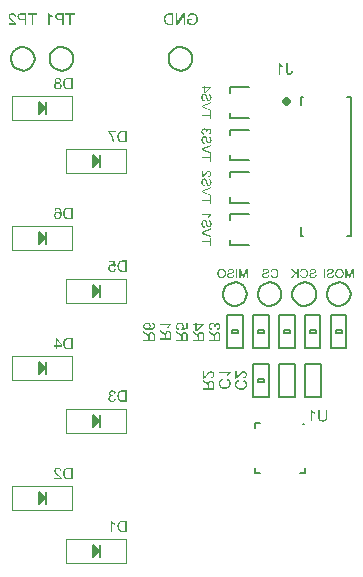
<source format=gbr>
G04*
G04 #@! TF.GenerationSoftware,Altium Limited,Altium Designer,24.1.2 (44)*
G04*
G04 Layer_Color=32896*
%FSLAX44Y44*%
%MOMM*%
G71*
G04*
G04 #@! TF.SameCoordinates,1B47F422-010E-43AE-BF46-818BA779A623*
G04*
G04*
G04 #@! TF.FilePolarity,Positive*
G04*
G01*
G75*
%ADD12C,0.1500*%
%ADD22C,0.3810*%
%ADD49C,0.2000*%
%ADD50C,0.1270*%
%ADD51C,0.1016*%
%ADD52C,0.1524*%
G36*
X309626Y257937D02*
X308644D01*
Y264479D01*
X306419Y257937D01*
X305505D01*
X303264Y264366D01*
Y257937D01*
X302283D01*
Y265618D01*
X303654D01*
X305497Y260268D01*
X305550Y260118D01*
X305595Y259983D01*
X305640Y259856D01*
X305677Y259736D01*
X305715Y259623D01*
X305752Y259526D01*
X305782Y259429D01*
X305805Y259354D01*
X305835Y259279D01*
X305849Y259211D01*
X305872Y259159D01*
X305887Y259114D01*
X305895Y259084D01*
X305902Y259061D01*
X305910Y259046D01*
Y259039D01*
X305932Y259114D01*
X305954Y259196D01*
X306014Y259376D01*
X306074Y259563D01*
X306134Y259751D01*
X306164Y259833D01*
X306187Y259916D01*
X306217Y259991D01*
X306232Y260050D01*
X306254Y260103D01*
X306262Y260148D01*
X306277Y260170D01*
Y260178D01*
X308097Y265618D01*
X309626D01*
Y257937D01*
D02*
G37*
G36*
X284974D02*
X283955D01*
Y265618D01*
X284974D01*
Y257937D01*
D02*
G37*
G36*
X297585Y265738D02*
X297862Y265708D01*
X298132Y265655D01*
X298386Y265580D01*
X298619Y265498D01*
X298836Y265408D01*
X299038Y265310D01*
X299218Y265213D01*
X299383Y265108D01*
X299525Y265011D01*
X299653Y264921D01*
X299750Y264838D01*
X299833Y264764D01*
X299893Y264711D01*
X299923Y264681D01*
X299938Y264666D01*
X300117Y264456D01*
X300275Y264231D01*
X300410Y263992D01*
X300529Y263745D01*
X300627Y263497D01*
X300717Y263250D01*
X300784Y263003D01*
X300837Y262770D01*
X300874Y262546D01*
X300912Y262336D01*
X300934Y262156D01*
X300949Y261991D01*
X300957Y261924D01*
Y261864D01*
Y261804D01*
X300964Y261759D01*
Y261721D01*
Y261699D01*
Y261684D01*
Y261676D01*
X300957Y261489D01*
X300942Y261302D01*
X300927Y261122D01*
X300897Y260950D01*
X300867Y260785D01*
X300829Y260627D01*
X300784Y260478D01*
X300747Y260335D01*
X300709Y260215D01*
X300664Y260095D01*
X300627Y259998D01*
X300597Y259916D01*
X300567Y259848D01*
X300544Y259796D01*
X300537Y259766D01*
X300529Y259758D01*
X300440Y259593D01*
X300350Y259436D01*
X300245Y259286D01*
X300140Y259151D01*
X300035Y259024D01*
X299923Y258904D01*
X299818Y258799D01*
X299713Y258702D01*
X299615Y258619D01*
X299525Y258544D01*
X299443Y258477D01*
X299376Y258424D01*
X299316Y258379D01*
X299271Y258349D01*
X299241Y258335D01*
X299233Y258327D01*
X299068Y258237D01*
X298904Y258155D01*
X298739Y258087D01*
X298566Y258027D01*
X298402Y257975D01*
X298244Y257937D01*
X298087Y257900D01*
X297944Y257877D01*
X297802Y257855D01*
X297682Y257840D01*
X297570Y257825D01*
X297472Y257817D01*
X297397Y257810D01*
X297292D01*
X297105Y257817D01*
X296925Y257833D01*
X296745Y257855D01*
X296581Y257885D01*
X296416Y257922D01*
X296259Y257960D01*
X296116Y258005D01*
X295981Y258050D01*
X295861Y258087D01*
X295749Y258132D01*
X295659Y258170D01*
X295577Y258207D01*
X295509Y258237D01*
X295464Y258260D01*
X295434Y258275D01*
X295427Y258282D01*
X295269Y258379D01*
X295120Y258477D01*
X294977Y258589D01*
X294850Y258702D01*
X294730Y258814D01*
X294618Y258934D01*
X294520Y259046D01*
X294430Y259159D01*
X294348Y259264D01*
X294280Y259361D01*
X294220Y259451D01*
X294175Y259526D01*
X294138Y259586D01*
X294108Y259638D01*
X294093Y259668D01*
X294086Y259676D01*
X294003Y259848D01*
X293928Y260028D01*
X293868Y260208D01*
X293816Y260395D01*
X293763Y260567D01*
X293726Y260740D01*
X293696Y260912D01*
X293673Y261070D01*
X293651Y261212D01*
X293636Y261347D01*
X293628Y261467D01*
X293621Y261572D01*
X293613Y261654D01*
Y261714D01*
Y261751D01*
Y261766D01*
X293621Y261976D01*
X293636Y262186D01*
X293658Y262381D01*
X293681Y262568D01*
X293718Y262748D01*
X293756Y262920D01*
X293793Y263078D01*
X293838Y263220D01*
X293883Y263355D01*
X293921Y263475D01*
X293958Y263572D01*
X293996Y263662D01*
X294018Y263729D01*
X294041Y263782D01*
X294056Y263812D01*
X294063Y263819D01*
X294153Y263984D01*
X294250Y264142D01*
X294348Y264291D01*
X294453Y264426D01*
X294565Y264554D01*
X294670Y264674D01*
X294782Y264778D01*
X294880Y264876D01*
X294985Y264958D01*
X295075Y265033D01*
X295157Y265101D01*
X295224Y265153D01*
X295284Y265191D01*
X295329Y265221D01*
X295359Y265236D01*
X295367Y265243D01*
X295532Y265333D01*
X295697Y265408D01*
X295861Y265483D01*
X296026Y265535D01*
X296191Y265588D01*
X296348Y265625D01*
X296498Y265663D01*
X296648Y265693D01*
X296783Y265708D01*
X296903Y265723D01*
X297015Y265738D01*
X297105Y265745D01*
X297180Y265753D01*
X297285D01*
X297585Y265738D01*
D02*
G37*
G36*
X289949Y265745D02*
X290212Y265715D01*
X290331Y265693D01*
X290451Y265670D01*
X290556Y265648D01*
X290661Y265625D01*
X290751Y265595D01*
X290834Y265573D01*
X290901Y265550D01*
X290961Y265535D01*
X291006Y265513D01*
X291043Y265505D01*
X291066Y265490D01*
X291073D01*
X291298Y265385D01*
X291485Y265258D01*
X291650Y265131D01*
X291785Y265003D01*
X291898Y264891D01*
X291935Y264846D01*
X291973Y264801D01*
X291995Y264771D01*
X292017Y264741D01*
X292025Y264726D01*
X292032Y264718D01*
X292092Y264621D01*
X292137Y264524D01*
X292220Y264336D01*
X292280Y264149D01*
X292317Y263984D01*
X292332Y263909D01*
X292347Y263842D01*
X292355Y263782D01*
Y263729D01*
X292362Y263692D01*
Y263654D01*
Y263640D01*
Y263632D01*
X292347Y263437D01*
X292317Y263257D01*
X292280Y263093D01*
X292227Y262950D01*
X292175Y262838D01*
X292152Y262785D01*
X292137Y262748D01*
X292115Y262718D01*
X292107Y262695D01*
X292092Y262680D01*
Y262673D01*
X291980Y262523D01*
X291853Y262381D01*
X291718Y262261D01*
X291583Y262156D01*
X291463Y262066D01*
X291411Y262036D01*
X291366Y262006D01*
X291328Y261984D01*
X291298Y261969D01*
X291283Y261954D01*
X291276D01*
X291186Y261909D01*
X291088Y261871D01*
X290983Y261826D01*
X290863Y261781D01*
X290616Y261706D01*
X290376Y261631D01*
X290257Y261594D01*
X290152Y261564D01*
X290047Y261542D01*
X289964Y261519D01*
X289889Y261497D01*
X289837Y261489D01*
X289807Y261474D01*
X289792D01*
X289605Y261429D01*
X289432Y261384D01*
X289275Y261347D01*
X289133Y261309D01*
X289005Y261279D01*
X288893Y261249D01*
X288796Y261219D01*
X288713Y261197D01*
X288638Y261174D01*
X288578Y261152D01*
X288533Y261137D01*
X288496Y261122D01*
X288466Y261114D01*
X288443Y261107D01*
X288428Y261099D01*
X288256Y261032D01*
X288114Y260957D01*
X287994Y260882D01*
X287896Y260807D01*
X287821Y260747D01*
X287769Y260695D01*
X287739Y260665D01*
X287731Y260650D01*
X287664Y260545D01*
X287612Y260440D01*
X287574Y260335D01*
X287544Y260238D01*
X287529Y260148D01*
X287522Y260080D01*
Y260035D01*
Y260028D01*
Y260020D01*
X287529Y259886D01*
X287552Y259766D01*
X287589Y259653D01*
X287627Y259556D01*
X287672Y259473D01*
X287701Y259414D01*
X287731Y259376D01*
X287739Y259361D01*
X287829Y259256D01*
X287934Y259159D01*
X288046Y259084D01*
X288151Y259016D01*
X288249Y258956D01*
X288331Y258919D01*
X288361Y258904D01*
X288383Y258897D01*
X288398Y258889D01*
X288406D01*
X288578Y258829D01*
X288750Y258792D01*
X288923Y258762D01*
X289080Y258739D01*
X289215Y258724D01*
X289275D01*
X289328Y258717D01*
X289425D01*
X289665Y258724D01*
X289889Y258754D01*
X290092Y258792D01*
X290182Y258807D01*
X290264Y258829D01*
X290339Y258852D01*
X290406Y258874D01*
X290466Y258889D01*
X290519Y258904D01*
X290556Y258919D01*
X290586Y258934D01*
X290601Y258941D01*
X290609D01*
X290789Y259031D01*
X290946Y259136D01*
X291081Y259234D01*
X291186Y259331D01*
X291268Y259414D01*
X291328Y259481D01*
X291358Y259526D01*
X291373Y259533D01*
Y259541D01*
X291455Y259691D01*
X291523Y259848D01*
X291583Y260005D01*
X291620Y260155D01*
X291650Y260290D01*
X291665Y260343D01*
X291673Y260395D01*
X291680Y260440D01*
X291688Y260470D01*
Y260485D01*
Y260492D01*
X292647Y260410D01*
X292639Y260268D01*
X292624Y260133D01*
X292579Y259871D01*
X292542Y259743D01*
X292512Y259631D01*
X292474Y259526D01*
X292437Y259429D01*
X292400Y259339D01*
X292362Y259256D01*
X292325Y259189D01*
X292295Y259129D01*
X292272Y259084D01*
X292250Y259054D01*
X292242Y259031D01*
X292235Y259024D01*
X292070Y258814D01*
X291890Y258627D01*
X291703Y258469D01*
X291530Y258342D01*
X291448Y258282D01*
X291373Y258237D01*
X291298Y258200D01*
X291238Y258170D01*
X291193Y258140D01*
X291156Y258125D01*
X291133Y258117D01*
X291126Y258110D01*
X290991Y258057D01*
X290849Y258012D01*
X290556Y257937D01*
X290264Y257885D01*
X290122Y257862D01*
X289987Y257847D01*
X289860Y257833D01*
X289747Y257825D01*
X289642Y257817D01*
X289552D01*
X289477Y257810D01*
X289380D01*
X289080Y257825D01*
X288803Y257855D01*
X288676Y257877D01*
X288548Y257907D01*
X288436Y257930D01*
X288331Y257960D01*
X288241Y257990D01*
X288151Y258012D01*
X288084Y258042D01*
X288016Y258065D01*
X287971Y258080D01*
X287934Y258095D01*
X287911Y258110D01*
X287904D01*
X287672Y258230D01*
X287469Y258365D01*
X287379Y258439D01*
X287297Y258507D01*
X287222Y258574D01*
X287147Y258642D01*
X287087Y258702D01*
X287035Y258762D01*
X286997Y258814D01*
X286960Y258859D01*
X286930Y258897D01*
X286907Y258927D01*
X286900Y258941D01*
X286892Y258949D01*
X286832Y259054D01*
X286772Y259151D01*
X286690Y259354D01*
X286623Y259548D01*
X286585Y259728D01*
X286570Y259811D01*
X286555Y259878D01*
X286548Y259946D01*
Y259998D01*
X286540Y260043D01*
Y260073D01*
Y260095D01*
Y260103D01*
Y260215D01*
X286555Y260328D01*
X286593Y260537D01*
X286645Y260725D01*
X286697Y260882D01*
X286727Y260950D01*
X286757Y261017D01*
X286787Y261070D01*
X286810Y261114D01*
X286832Y261152D01*
X286847Y261174D01*
X286855Y261189D01*
X286862Y261197D01*
X286930Y261287D01*
X286997Y261369D01*
X287155Y261519D01*
X287319Y261654D01*
X287477Y261766D01*
X287627Y261856D01*
X287687Y261894D01*
X287739Y261924D01*
X287784Y261946D01*
X287821Y261961D01*
X287844Y261976D01*
X287851D01*
X287949Y262014D01*
X288061Y262059D01*
X288181Y262096D01*
X288316Y262141D01*
X288593Y262223D01*
X288878Y262298D01*
X289013Y262336D01*
X289140Y262366D01*
X289260Y262396D01*
X289357Y262418D01*
X289440Y262433D01*
X289507Y262448D01*
X289545Y262463D01*
X289560D01*
X289777Y262516D01*
X289979Y262568D01*
X290159Y262621D01*
X290317Y262673D01*
X290459Y262718D01*
X290586Y262763D01*
X290691Y262808D01*
X290789Y262845D01*
X290863Y262883D01*
X290931Y262920D01*
X290983Y262950D01*
X291021Y262973D01*
X291051Y262988D01*
X291073Y263003D01*
X291081Y263018D01*
X291088D01*
X291186Y263123D01*
X291261Y263235D01*
X291306Y263347D01*
X291343Y263460D01*
X291366Y263550D01*
X291373Y263632D01*
X291381Y263662D01*
Y263685D01*
Y263692D01*
Y263699D01*
X291373Y263789D01*
X291366Y263872D01*
X291313Y264022D01*
X291246Y264164D01*
X291171Y264284D01*
X291096Y264374D01*
X291028Y264449D01*
X290976Y264494D01*
X290968Y264509D01*
X290961D01*
X290879Y264569D01*
X290781Y264621D01*
X290684Y264666D01*
X290571Y264711D01*
X290354Y264771D01*
X290129Y264809D01*
X290032Y264823D01*
X289934Y264838D01*
X289844Y264846D01*
X289770D01*
X289710Y264853D01*
X289620D01*
X289462Y264846D01*
X289305Y264838D01*
X289170Y264816D01*
X289035Y264793D01*
X288915Y264764D01*
X288810Y264734D01*
X288713Y264704D01*
X288623Y264666D01*
X288541Y264629D01*
X288473Y264599D01*
X288413Y264569D01*
X288368Y264539D01*
X288331Y264516D01*
X288308Y264494D01*
X288293Y264486D01*
X288286Y264479D01*
X288204Y264404D01*
X288129Y264321D01*
X288069Y264239D01*
X288009Y264149D01*
X287911Y263969D01*
X287844Y263789D01*
X287821Y263707D01*
X287799Y263632D01*
X287776Y263565D01*
X287769Y263505D01*
X287754Y263452D01*
Y263415D01*
X287746Y263392D01*
Y263385D01*
X286772Y263460D01*
X286780Y263587D01*
X286795Y263707D01*
X286847Y263932D01*
X286907Y264142D01*
X286937Y264231D01*
X286975Y264314D01*
X287012Y264396D01*
X287042Y264464D01*
X287072Y264524D01*
X287102Y264576D01*
X287125Y264614D01*
X287139Y264644D01*
X287147Y264659D01*
X287155Y264666D01*
X287297Y264853D01*
X287462Y265018D01*
X287627Y265153D01*
X287791Y265273D01*
X287934Y265363D01*
X287994Y265393D01*
X288054Y265423D01*
X288099Y265445D01*
X288129Y265460D01*
X288151Y265475D01*
X288159D01*
X288413Y265565D01*
X288668Y265633D01*
X288923Y265685D01*
X289043Y265700D01*
X289155Y265715D01*
X289260Y265730D01*
X289357Y265738D01*
X289447Y265745D01*
X289522D01*
X289582Y265753D01*
X289665D01*
X289949Y265745D01*
D02*
G37*
G36*
X242179D02*
X242366Y265730D01*
X242538Y265708D01*
X242711Y265678D01*
X242876Y265648D01*
X243033Y265603D01*
X243175Y265565D01*
X243303Y265520D01*
X243430Y265475D01*
X243535Y265438D01*
X243632Y265393D01*
X243707Y265363D01*
X243775Y265333D01*
X243820Y265310D01*
X243850Y265296D01*
X243857Y265288D01*
X244014Y265198D01*
X244157Y265093D01*
X244292Y264988D01*
X244419Y264876D01*
X244531Y264764D01*
X244644Y264651D01*
X244741Y264539D01*
X244824Y264434D01*
X244906Y264329D01*
X244974Y264231D01*
X245026Y264149D01*
X245079Y264074D01*
X245116Y264014D01*
X245138Y263962D01*
X245153Y263932D01*
X245161Y263924D01*
X245243Y263752D01*
X245311Y263580D01*
X245371Y263400D01*
X245423Y263220D01*
X245468Y263048D01*
X245506Y262868D01*
X245536Y262703D01*
X245558Y262546D01*
X245581Y262396D01*
X245595Y262261D01*
X245603Y262141D01*
X245611Y262036D01*
X245618Y261954D01*
Y261886D01*
Y261849D01*
Y261834D01*
X245611Y261631D01*
X245603Y261429D01*
X245581Y261234D01*
X245558Y261047D01*
X245521Y260867D01*
X245491Y260695D01*
X245453Y260537D01*
X245416Y260388D01*
X245378Y260253D01*
X245341Y260133D01*
X245303Y260028D01*
X245273Y259938D01*
X245251Y259871D01*
X245228Y259818D01*
X245221Y259788D01*
X245213Y259773D01*
X245131Y259601D01*
X245049Y259436D01*
X244951Y259286D01*
X244861Y259144D01*
X244764Y259009D01*
X244666Y258889D01*
X244569Y258784D01*
X244472Y258687D01*
X244382Y258597D01*
X244299Y258522D01*
X244232Y258454D01*
X244164Y258409D01*
X244112Y258365D01*
X244067Y258335D01*
X244044Y258319D01*
X244037Y258312D01*
X243887Y258222D01*
X243730Y258147D01*
X243557Y258080D01*
X243393Y258020D01*
X243220Y257975D01*
X243055Y257930D01*
X242890Y257900D01*
X242733Y257870D01*
X242583Y257855D01*
X242449Y257840D01*
X242329Y257825D01*
X242224Y257817D01*
X242134Y257810D01*
X242014D01*
X241797Y257817D01*
X241579Y257840D01*
X241385Y257870D01*
X241190Y257915D01*
X241010Y257960D01*
X240845Y258020D01*
X240688Y258072D01*
X240545Y258140D01*
X240425Y258200D01*
X240313Y258260D01*
X240215Y258312D01*
X240133Y258357D01*
X240066Y258402D01*
X240021Y258432D01*
X239991Y258454D01*
X239983Y258462D01*
X239833Y258589D01*
X239691Y258732D01*
X239571Y258881D01*
X239451Y259039D01*
X239346Y259196D01*
X239249Y259354D01*
X239167Y259511D01*
X239092Y259668D01*
X239032Y259811D01*
X238972Y259946D01*
X238927Y260065D01*
X238889Y260170D01*
X238867Y260253D01*
X238844Y260320D01*
X238829Y260358D01*
Y260373D01*
X239848Y260627D01*
X239893Y260455D01*
X239946Y260290D01*
X239998Y260133D01*
X240058Y259991D01*
X240126Y259863D01*
X240193Y259743D01*
X240261Y259631D01*
X240328Y259533D01*
X240388Y259451D01*
X240448Y259376D01*
X240508Y259309D01*
X240553Y259256D01*
X240590Y259219D01*
X240628Y259189D01*
X240643Y259174D01*
X240650Y259166D01*
X240763Y259084D01*
X240882Y259009D01*
X241002Y258941D01*
X241122Y258881D01*
X241250Y258836D01*
X241369Y258799D01*
X241594Y258739D01*
X241699Y258717D01*
X241797Y258702D01*
X241879Y258694D01*
X241954Y258687D01*
X242014Y258679D01*
X242096D01*
X242224Y258687D01*
X242351Y258694D01*
X242598Y258739D01*
X242816Y258792D01*
X242920Y258829D01*
X243010Y258859D01*
X243100Y258897D01*
X243175Y258927D01*
X243243Y258956D01*
X243295Y258986D01*
X243340Y259009D01*
X243370Y259024D01*
X243393Y259031D01*
X243400Y259039D01*
X243505Y259114D01*
X243610Y259189D01*
X243790Y259361D01*
X243940Y259541D01*
X244067Y259721D01*
X244164Y259878D01*
X244202Y259946D01*
X244232Y260005D01*
X244254Y260058D01*
X244269Y260095D01*
X244284Y260118D01*
Y260125D01*
X244382Y260410D01*
X244449Y260702D01*
X244501Y260994D01*
X244517Y261129D01*
X244531Y261257D01*
X244547Y261384D01*
X244554Y261489D01*
X244562Y261594D01*
Y261676D01*
X244569Y261744D01*
Y261796D01*
Y261834D01*
Y261841D01*
X244562Y262118D01*
X244531Y262388D01*
X244494Y262635D01*
X244472Y262755D01*
X244449Y262860D01*
X244427Y262958D01*
X244404Y263048D01*
X244382Y263123D01*
X244367Y263190D01*
X244352Y263242D01*
X244337Y263280D01*
X244329Y263302D01*
Y263310D01*
X244277Y263445D01*
X244224Y263565D01*
X244164Y263685D01*
X244097Y263789D01*
X244030Y263894D01*
X243962Y263992D01*
X243895Y264074D01*
X243820Y264157D01*
X243760Y264224D01*
X243700Y264284D01*
X243640Y264336D01*
X243595Y264381D01*
X243550Y264411D01*
X243520Y264434D01*
X243505Y264449D01*
X243498Y264456D01*
X243385Y264531D01*
X243265Y264599D01*
X243138Y264651D01*
X243018Y264704D01*
X242890Y264748D01*
X242771Y264778D01*
X242531Y264831D01*
X242426Y264846D01*
X242329Y264861D01*
X242239Y264868D01*
X242164Y264876D01*
X242096Y264883D01*
X242014D01*
X241871Y264876D01*
X241737Y264868D01*
X241489Y264823D01*
X241377Y264793D01*
X241272Y264764D01*
X241175Y264726D01*
X241092Y264689D01*
X241010Y264651D01*
X240942Y264614D01*
X240882Y264584D01*
X240830Y264554D01*
X240793Y264531D01*
X240763Y264509D01*
X240748Y264501D01*
X240740Y264494D01*
X240650Y264419D01*
X240560Y264329D01*
X240403Y264142D01*
X240268Y263939D01*
X240156Y263745D01*
X240111Y263647D01*
X240073Y263565D01*
X240036Y263482D01*
X240013Y263415D01*
X239991Y263362D01*
X239976Y263317D01*
X239961Y263287D01*
Y263280D01*
X238957Y263512D01*
X239024Y263707D01*
X239092Y263887D01*
X239174Y264059D01*
X239264Y264216D01*
X239354Y264366D01*
X239444Y264501D01*
X239534Y264621D01*
X239624Y264734D01*
X239713Y264831D01*
X239796Y264921D01*
X239863Y264996D01*
X239931Y265056D01*
X239983Y265101D01*
X240021Y265131D01*
X240051Y265153D01*
X240058Y265161D01*
X240208Y265266D01*
X240365Y265355D01*
X240530Y265438D01*
X240695Y265505D01*
X240853Y265558D01*
X241017Y265610D01*
X241175Y265648D01*
X241317Y265678D01*
X241459Y265700D01*
X241587Y265723D01*
X241699Y265738D01*
X241797Y265745D01*
X241879Y265753D01*
X241991D01*
X242179Y265745D01*
D02*
G37*
G36*
X235218D02*
X235480Y265715D01*
X235600Y265693D01*
X235720Y265670D01*
X235825Y265648D01*
X235930Y265625D01*
X236019Y265595D01*
X236102Y265573D01*
X236169Y265550D01*
X236229Y265535D01*
X236274Y265513D01*
X236312Y265505D01*
X236334Y265490D01*
X236342D01*
X236567Y265385D01*
X236754Y265258D01*
X236919Y265131D01*
X237054Y265003D01*
X237166Y264891D01*
X237203Y264846D01*
X237241Y264801D01*
X237263Y264771D01*
X237286Y264741D01*
X237293Y264726D01*
X237301Y264718D01*
X237361Y264621D01*
X237406Y264524D01*
X237488Y264336D01*
X237548Y264149D01*
X237586Y263984D01*
X237600Y263909D01*
X237616Y263842D01*
X237623Y263782D01*
Y263729D01*
X237631Y263692D01*
Y263654D01*
Y263640D01*
Y263632D01*
X237616Y263437D01*
X237586Y263257D01*
X237548Y263093D01*
X237496Y262950D01*
X237443Y262838D01*
X237421Y262785D01*
X237406Y262748D01*
X237383Y262718D01*
X237376Y262695D01*
X237361Y262680D01*
Y262673D01*
X237248Y262523D01*
X237121Y262381D01*
X236986Y262261D01*
X236851Y262156D01*
X236731Y262066D01*
X236679Y262036D01*
X236634Y262006D01*
X236596Y261984D01*
X236567Y261969D01*
X236551Y261954D01*
X236544D01*
X236454Y261909D01*
X236357Y261871D01*
X236252Y261826D01*
X236132Y261781D01*
X235885Y261706D01*
X235645Y261631D01*
X235525Y261594D01*
X235420Y261564D01*
X235315Y261542D01*
X235233Y261519D01*
X235158Y261497D01*
X235105Y261489D01*
X235075Y261474D01*
X235060D01*
X234873Y261429D01*
X234701Y261384D01*
X234543Y261347D01*
X234401Y261309D01*
X234274Y261279D01*
X234161Y261249D01*
X234064Y261219D01*
X233981Y261197D01*
X233906Y261174D01*
X233846Y261152D01*
X233801Y261137D01*
X233764Y261122D01*
X233734Y261114D01*
X233712Y261107D01*
X233697Y261099D01*
X233524Y261032D01*
X233382Y260957D01*
X233262Y260882D01*
X233165Y260807D01*
X233090Y260747D01*
X233037Y260695D01*
X233007Y260665D01*
X233000Y260650D01*
X232932Y260545D01*
X232880Y260440D01*
X232842Y260335D01*
X232812Y260238D01*
X232798Y260148D01*
X232790Y260080D01*
Y260035D01*
Y260028D01*
Y260020D01*
X232798Y259886D01*
X232820Y259766D01*
X232857Y259653D01*
X232895Y259556D01*
X232940Y259473D01*
X232970Y259414D01*
X233000Y259376D01*
X233007Y259361D01*
X233097Y259256D01*
X233202Y259159D01*
X233314Y259084D01*
X233419Y259016D01*
X233517Y258956D01*
X233599Y258919D01*
X233629Y258904D01*
X233652Y258897D01*
X233667Y258889D01*
X233674D01*
X233846Y258829D01*
X234019Y258792D01*
X234191Y258762D01*
X234349Y258739D01*
X234483Y258724D01*
X234543D01*
X234596Y258717D01*
X234693D01*
X234933Y258724D01*
X235158Y258754D01*
X235360Y258792D01*
X235450Y258807D01*
X235532Y258829D01*
X235607Y258852D01*
X235675Y258874D01*
X235735Y258889D01*
X235787Y258904D01*
X235825Y258919D01*
X235855Y258934D01*
X235870Y258941D01*
X235877D01*
X236057Y259031D01*
X236214Y259136D01*
X236349Y259234D01*
X236454Y259331D01*
X236537Y259414D01*
X236596Y259481D01*
X236626Y259526D01*
X236641Y259533D01*
Y259541D01*
X236724Y259691D01*
X236791Y259848D01*
X236851Y260005D01*
X236889Y260155D01*
X236919Y260290D01*
X236934Y260343D01*
X236941Y260395D01*
X236949Y260440D01*
X236956Y260470D01*
Y260485D01*
Y260492D01*
X237915Y260410D01*
X237908Y260268D01*
X237893Y260133D01*
X237848Y259871D01*
X237810Y259743D01*
X237780Y259631D01*
X237743Y259526D01*
X237705Y259429D01*
X237668Y259339D01*
X237631Y259256D01*
X237593Y259189D01*
X237563Y259129D01*
X237540Y259084D01*
X237518Y259054D01*
X237511Y259031D01*
X237503Y259024D01*
X237338Y258814D01*
X237158Y258627D01*
X236971Y258469D01*
X236799Y258342D01*
X236716Y258282D01*
X236641Y258237D01*
X236567Y258200D01*
X236507Y258170D01*
X236462Y258140D01*
X236424Y258125D01*
X236402Y258117D01*
X236394Y258110D01*
X236259Y258057D01*
X236117Y258012D01*
X235825Y257937D01*
X235532Y257885D01*
X235390Y257862D01*
X235255Y257847D01*
X235128Y257833D01*
X235015Y257825D01*
X234911Y257817D01*
X234821D01*
X234746Y257810D01*
X234648D01*
X234349Y257825D01*
X234071Y257855D01*
X233944Y257877D01*
X233817Y257907D01*
X233704Y257930D01*
X233599Y257960D01*
X233509Y257990D01*
X233419Y258012D01*
X233352Y258042D01*
X233284Y258065D01*
X233240Y258080D01*
X233202Y258095D01*
X233180Y258110D01*
X233172D01*
X232940Y258230D01*
X232738Y258365D01*
X232648Y258439D01*
X232565Y258507D01*
X232490Y258574D01*
X232415Y258642D01*
X232355Y258702D01*
X232303Y258762D01*
X232265Y258814D01*
X232228Y258859D01*
X232198Y258897D01*
X232176Y258927D01*
X232168Y258941D01*
X232161Y258949D01*
X232101Y259054D01*
X232041Y259151D01*
X231958Y259354D01*
X231891Y259548D01*
X231853Y259728D01*
X231838Y259811D01*
X231823Y259878D01*
X231816Y259946D01*
Y259998D01*
X231808Y260043D01*
Y260073D01*
Y260095D01*
Y260103D01*
Y260215D01*
X231823Y260328D01*
X231861Y260537D01*
X231913Y260725D01*
X231966Y260882D01*
X231996Y260950D01*
X232026Y261017D01*
X232056Y261070D01*
X232078Y261114D01*
X232101Y261152D01*
X232116Y261174D01*
X232123Y261189D01*
X232131Y261197D01*
X232198Y261287D01*
X232265Y261369D01*
X232423Y261519D01*
X232588Y261654D01*
X232745Y261766D01*
X232895Y261856D01*
X232955Y261894D01*
X233007Y261924D01*
X233052Y261946D01*
X233090Y261961D01*
X233112Y261976D01*
X233120D01*
X233217Y262014D01*
X233330Y262059D01*
X233449Y262096D01*
X233584Y262141D01*
X233862Y262223D01*
X234146Y262298D01*
X234281Y262336D01*
X234408Y262366D01*
X234528Y262396D01*
X234626Y262418D01*
X234708Y262433D01*
X234776Y262448D01*
X234813Y262463D01*
X234828D01*
X235045Y262516D01*
X235248Y262568D01*
X235427Y262621D01*
X235585Y262673D01*
X235727Y262718D01*
X235855Y262763D01*
X235959Y262808D01*
X236057Y262845D01*
X236132Y262883D01*
X236199Y262920D01*
X236252Y262950D01*
X236289Y262973D01*
X236319Y262988D01*
X236342Y263003D01*
X236349Y263018D01*
X236357D01*
X236454Y263123D01*
X236529Y263235D01*
X236574Y263347D01*
X236611Y263460D01*
X236634Y263550D01*
X236641Y263632D01*
X236649Y263662D01*
Y263685D01*
Y263692D01*
Y263699D01*
X236641Y263789D01*
X236634Y263872D01*
X236581Y264022D01*
X236514Y264164D01*
X236439Y264284D01*
X236364Y264374D01*
X236297Y264449D01*
X236244Y264494D01*
X236237Y264509D01*
X236229D01*
X236147Y264569D01*
X236049Y264621D01*
X235952Y264666D01*
X235840Y264711D01*
X235622Y264771D01*
X235397Y264809D01*
X235300Y264823D01*
X235203Y264838D01*
X235113Y264846D01*
X235038D01*
X234978Y264853D01*
X234888D01*
X234731Y264846D01*
X234573Y264838D01*
X234438Y264816D01*
X234304Y264793D01*
X234184Y264764D01*
X234079Y264734D01*
X233981Y264704D01*
X233892Y264666D01*
X233809Y264629D01*
X233742Y264599D01*
X233682Y264569D01*
X233637Y264539D01*
X233599Y264516D01*
X233577Y264494D01*
X233562Y264486D01*
X233554Y264479D01*
X233472Y264404D01*
X233397Y264321D01*
X233337Y264239D01*
X233277Y264149D01*
X233180Y263969D01*
X233112Y263789D01*
X233090Y263707D01*
X233067Y263632D01*
X233045Y263565D01*
X233037Y263505D01*
X233022Y263452D01*
Y263415D01*
X233015Y263392D01*
Y263385D01*
X232041Y263460D01*
X232048Y263587D01*
X232063Y263707D01*
X232116Y263932D01*
X232176Y264142D01*
X232206Y264231D01*
X232243Y264314D01*
X232281Y264396D01*
X232310Y264464D01*
X232340Y264524D01*
X232370Y264576D01*
X232393Y264614D01*
X232408Y264644D01*
X232415Y264659D01*
X232423Y264666D01*
X232565Y264853D01*
X232730Y265018D01*
X232895Y265153D01*
X233060Y265273D01*
X233202Y265363D01*
X233262Y265393D01*
X233322Y265423D01*
X233367Y265445D01*
X233397Y265460D01*
X233419Y265475D01*
X233427D01*
X233682Y265565D01*
X233936Y265633D01*
X234191Y265685D01*
X234311Y265700D01*
X234424Y265715D01*
X234528Y265730D01*
X234626Y265738D01*
X234716Y265745D01*
X234791D01*
X234851Y265753D01*
X234933D01*
X235218Y265745D01*
D02*
G37*
G36*
X219964Y257937D02*
X218982D01*
Y264479D01*
X216757Y257937D01*
X215843D01*
X213602Y264366D01*
Y257937D01*
X212621D01*
Y265618D01*
X213992D01*
X215835Y260268D01*
X215888Y260118D01*
X215933Y259983D01*
X215978Y259856D01*
X216015Y259736D01*
X216053Y259623D01*
X216090Y259526D01*
X216120Y259429D01*
X216143Y259354D01*
X216173Y259279D01*
X216187Y259211D01*
X216210Y259159D01*
X216225Y259114D01*
X216232Y259084D01*
X216240Y259061D01*
X216248Y259046D01*
Y259039D01*
X216270Y259114D01*
X216292Y259196D01*
X216352Y259376D01*
X216412Y259563D01*
X216472Y259751D01*
X216502Y259833D01*
X216525Y259916D01*
X216555Y259991D01*
X216570Y260050D01*
X216592Y260103D01*
X216600Y260148D01*
X216615Y260170D01*
Y260178D01*
X218435Y265618D01*
X219964D01*
Y257937D01*
D02*
G37*
G36*
X210815D02*
X209796D01*
Y265618D01*
X210815D01*
Y257937D01*
D02*
G37*
G36*
X205652Y265745D02*
X205915Y265715D01*
X206035Y265693D01*
X206154Y265670D01*
X206259Y265648D01*
X206364Y265625D01*
X206454Y265595D01*
X206537Y265573D01*
X206604Y265550D01*
X206664Y265535D01*
X206709Y265513D01*
X206746Y265505D01*
X206769Y265490D01*
X206776D01*
X207001Y265385D01*
X207188Y265258D01*
X207353Y265131D01*
X207488Y265003D01*
X207600Y264891D01*
X207638Y264846D01*
X207675Y264801D01*
X207698Y264771D01*
X207720Y264741D01*
X207728Y264726D01*
X207735Y264718D01*
X207795Y264621D01*
X207840Y264524D01*
X207923Y264336D01*
X207983Y264149D01*
X208020Y263984D01*
X208035Y263909D01*
X208050Y263842D01*
X208058Y263782D01*
Y263729D01*
X208065Y263692D01*
Y263654D01*
Y263640D01*
Y263632D01*
X208050Y263437D01*
X208020Y263257D01*
X207983Y263093D01*
X207930Y262950D01*
X207878Y262838D01*
X207855Y262785D01*
X207840Y262748D01*
X207818Y262718D01*
X207810Y262695D01*
X207795Y262680D01*
Y262673D01*
X207683Y262523D01*
X207556Y262381D01*
X207421Y262261D01*
X207286Y262156D01*
X207166Y262066D01*
X207113Y262036D01*
X207069Y262006D01*
X207031Y261984D01*
X207001Y261969D01*
X206986Y261954D01*
X206979D01*
X206889Y261909D01*
X206791Y261871D01*
X206686Y261826D01*
X206567Y261781D01*
X206319Y261706D01*
X206080Y261631D01*
X205960Y261594D01*
X205855Y261564D01*
X205750Y261542D01*
X205667Y261519D01*
X205592Y261497D01*
X205540Y261489D01*
X205510Y261474D01*
X205495D01*
X205308Y261429D01*
X205135Y261384D01*
X204978Y261347D01*
X204836Y261309D01*
X204708Y261279D01*
X204596Y261249D01*
X204498Y261219D01*
X204416Y261197D01*
X204341Y261174D01*
X204281Y261152D01*
X204236Y261137D01*
X204199Y261122D01*
X204169Y261114D01*
X204146Y261107D01*
X204131Y261099D01*
X203959Y261032D01*
X203817Y260957D01*
X203697Y260882D01*
X203599Y260807D01*
X203524Y260747D01*
X203472Y260695D01*
X203442Y260665D01*
X203434Y260650D01*
X203367Y260545D01*
X203315Y260440D01*
X203277Y260335D01*
X203247Y260238D01*
X203232Y260148D01*
X203225Y260080D01*
Y260035D01*
Y260028D01*
Y260020D01*
X203232Y259886D01*
X203255Y259766D01*
X203292Y259653D01*
X203330Y259556D01*
X203375Y259473D01*
X203405Y259414D01*
X203434Y259376D01*
X203442Y259361D01*
X203532Y259256D01*
X203637Y259159D01*
X203749Y259084D01*
X203854Y259016D01*
X203951Y258956D01*
X204034Y258919D01*
X204064Y258904D01*
X204086Y258897D01*
X204101Y258889D01*
X204109D01*
X204281Y258829D01*
X204454Y258792D01*
X204626Y258762D01*
X204783Y258739D01*
X204918Y258724D01*
X204978D01*
X205030Y258717D01*
X205128D01*
X205368Y258724D01*
X205592Y258754D01*
X205795Y258792D01*
X205885Y258807D01*
X205967Y258829D01*
X206042Y258852D01*
X206109Y258874D01*
X206169Y258889D01*
X206222Y258904D01*
X206259Y258919D01*
X206289Y258934D01*
X206304Y258941D01*
X206312D01*
X206492Y259031D01*
X206649Y259136D01*
X206784Y259234D01*
X206889Y259331D01*
X206971Y259414D01*
X207031Y259481D01*
X207061Y259526D01*
X207076Y259533D01*
Y259541D01*
X207159Y259691D01*
X207226Y259848D01*
X207286Y260005D01*
X207323Y260155D01*
X207353Y260290D01*
X207368Y260343D01*
X207376Y260395D01*
X207383Y260440D01*
X207391Y260470D01*
Y260485D01*
Y260492D01*
X208350Y260410D01*
X208342Y260268D01*
X208327Y260133D01*
X208282Y259871D01*
X208245Y259743D01*
X208215Y259631D01*
X208178Y259526D01*
X208140Y259429D01*
X208103Y259339D01*
X208065Y259256D01*
X208028Y259189D01*
X207998Y259129D01*
X207975Y259084D01*
X207953Y259054D01*
X207945Y259031D01*
X207938Y259024D01*
X207773Y258814D01*
X207593Y258627D01*
X207406Y258469D01*
X207233Y258342D01*
X207151Y258282D01*
X207076Y258237D01*
X207001Y258200D01*
X206941Y258170D01*
X206896Y258140D01*
X206859Y258125D01*
X206836Y258117D01*
X206829Y258110D01*
X206694Y258057D01*
X206551Y258012D01*
X206259Y257937D01*
X205967Y257885D01*
X205825Y257862D01*
X205690Y257847D01*
X205562Y257833D01*
X205450Y257825D01*
X205345Y257817D01*
X205255D01*
X205180Y257810D01*
X205083D01*
X204783Y257825D01*
X204506Y257855D01*
X204379Y257877D01*
X204251Y257907D01*
X204139Y257930D01*
X204034Y257960D01*
X203944Y257990D01*
X203854Y258012D01*
X203787Y258042D01*
X203719Y258065D01*
X203674Y258080D01*
X203637Y258095D01*
X203614Y258110D01*
X203607D01*
X203375Y258230D01*
X203172Y258365D01*
X203082Y258439D01*
X203000Y258507D01*
X202925Y258574D01*
X202850Y258642D01*
X202790Y258702D01*
X202738Y258762D01*
X202700Y258814D01*
X202663Y258859D01*
X202633Y258897D01*
X202610Y258927D01*
X202603Y258941D01*
X202595Y258949D01*
X202535Y259054D01*
X202475Y259151D01*
X202393Y259354D01*
X202325Y259548D01*
X202288Y259728D01*
X202273Y259811D01*
X202258Y259878D01*
X202250Y259946D01*
Y259998D01*
X202243Y260043D01*
Y260073D01*
Y260095D01*
Y260103D01*
Y260215D01*
X202258Y260328D01*
X202295Y260537D01*
X202348Y260725D01*
X202400Y260882D01*
X202430Y260950D01*
X202460Y261017D01*
X202490Y261070D01*
X202513Y261114D01*
X202535Y261152D01*
X202550Y261174D01*
X202558Y261189D01*
X202565Y261197D01*
X202633Y261287D01*
X202700Y261369D01*
X202857Y261519D01*
X203022Y261654D01*
X203180Y261766D01*
X203330Y261856D01*
X203389Y261894D01*
X203442Y261924D01*
X203487Y261946D01*
X203524Y261961D01*
X203547Y261976D01*
X203554D01*
X203652Y262014D01*
X203764Y262059D01*
X203884Y262096D01*
X204019Y262141D01*
X204296Y262223D01*
X204581Y262298D01*
X204716Y262336D01*
X204843Y262366D01*
X204963Y262396D01*
X205060Y262418D01*
X205143Y262433D01*
X205210Y262448D01*
X205248Y262463D01*
X205263D01*
X205480Y262516D01*
X205682Y262568D01*
X205862Y262621D01*
X206019Y262673D01*
X206162Y262718D01*
X206289Y262763D01*
X206394Y262808D01*
X206492Y262845D01*
X206567Y262883D01*
X206634Y262920D01*
X206686Y262950D01*
X206724Y262973D01*
X206754Y262988D01*
X206776Y263003D01*
X206784Y263018D01*
X206791D01*
X206889Y263123D01*
X206964Y263235D01*
X207009Y263347D01*
X207046Y263460D01*
X207069Y263550D01*
X207076Y263632D01*
X207083Y263662D01*
Y263685D01*
Y263692D01*
Y263699D01*
X207076Y263789D01*
X207069Y263872D01*
X207016Y264022D01*
X206949Y264164D01*
X206874Y264284D01*
X206799Y264374D01*
X206731Y264449D01*
X206679Y264494D01*
X206671Y264509D01*
X206664D01*
X206581Y264569D01*
X206484Y264621D01*
X206387Y264666D01*
X206274Y264711D01*
X206057Y264771D01*
X205832Y264809D01*
X205735Y264823D01*
X205637Y264838D01*
X205548Y264846D01*
X205473D01*
X205413Y264853D01*
X205323D01*
X205165Y264846D01*
X205008Y264838D01*
X204873Y264816D01*
X204738Y264793D01*
X204618Y264764D01*
X204513Y264734D01*
X204416Y264704D01*
X204326Y264666D01*
X204244Y264629D01*
X204176Y264599D01*
X204116Y264569D01*
X204071Y264539D01*
X204034Y264516D01*
X204011Y264494D01*
X203996Y264486D01*
X203989Y264479D01*
X203906Y264404D01*
X203832Y264321D01*
X203772Y264239D01*
X203712Y264149D01*
X203614Y263969D01*
X203547Y263789D01*
X203524Y263707D01*
X203502Y263632D01*
X203479Y263565D01*
X203472Y263505D01*
X203457Y263452D01*
Y263415D01*
X203449Y263392D01*
Y263385D01*
X202475Y263460D01*
X202483Y263587D01*
X202498Y263707D01*
X202550Y263932D01*
X202610Y264142D01*
X202640Y264231D01*
X202678Y264314D01*
X202715Y264396D01*
X202745Y264464D01*
X202775Y264524D01*
X202805Y264576D01*
X202827Y264614D01*
X202843Y264644D01*
X202850Y264659D01*
X202857Y264666D01*
X203000Y264853D01*
X203165Y265018D01*
X203330Y265153D01*
X203494Y265273D01*
X203637Y265363D01*
X203697Y265393D01*
X203757Y265423D01*
X203802Y265445D01*
X203832Y265460D01*
X203854Y265475D01*
X203862D01*
X204116Y265565D01*
X204371Y265633D01*
X204626Y265685D01*
X204746Y265700D01*
X204858Y265715D01*
X204963Y265730D01*
X205060Y265738D01*
X205150Y265745D01*
X205225D01*
X205285Y265753D01*
X205368D01*
X205652Y265745D01*
D02*
G37*
G36*
X197785Y265738D02*
X198062Y265708D01*
X198332Y265655D01*
X198587Y265580D01*
X198819Y265498D01*
X199036Y265408D01*
X199238Y265310D01*
X199418Y265213D01*
X199583Y265108D01*
X199725Y265011D01*
X199853Y264921D01*
X199950Y264838D01*
X200033Y264764D01*
X200093Y264711D01*
X200123Y264681D01*
X200138Y264666D01*
X200317Y264456D01*
X200475Y264231D01*
X200610Y263992D01*
X200730Y263745D01*
X200827Y263497D01*
X200917Y263250D01*
X200984Y263003D01*
X201037Y262770D01*
X201074Y262546D01*
X201112Y262336D01*
X201134Y262156D01*
X201149Y261991D01*
X201157Y261924D01*
Y261864D01*
Y261804D01*
X201164Y261759D01*
Y261721D01*
Y261699D01*
Y261684D01*
Y261676D01*
X201157Y261489D01*
X201142Y261302D01*
X201127Y261122D01*
X201097Y260950D01*
X201067Y260785D01*
X201029Y260627D01*
X200984Y260478D01*
X200947Y260335D01*
X200909Y260215D01*
X200864Y260095D01*
X200827Y259998D01*
X200797Y259916D01*
X200767Y259848D01*
X200744Y259796D01*
X200737Y259766D01*
X200730Y259758D01*
X200640Y259593D01*
X200550Y259436D01*
X200445Y259286D01*
X200340Y259151D01*
X200235Y259024D01*
X200123Y258904D01*
X200018Y258799D01*
X199913Y258702D01*
X199815Y258619D01*
X199725Y258544D01*
X199643Y258477D01*
X199576Y258424D01*
X199516Y258379D01*
X199471Y258349D01*
X199441Y258335D01*
X199433Y258327D01*
X199268Y258237D01*
X199104Y258155D01*
X198939Y258087D01*
X198766Y258027D01*
X198601Y257975D01*
X198444Y257937D01*
X198287Y257900D01*
X198144Y257877D01*
X198002Y257855D01*
X197882Y257840D01*
X197770Y257825D01*
X197672Y257817D01*
X197597Y257810D01*
X197493D01*
X197305Y257817D01*
X197125Y257833D01*
X196945Y257855D01*
X196781Y257885D01*
X196616Y257922D01*
X196458Y257960D01*
X196316Y258005D01*
X196181Y258050D01*
X196061Y258087D01*
X195949Y258132D01*
X195859Y258170D01*
X195777Y258207D01*
X195709Y258237D01*
X195664Y258260D01*
X195634Y258275D01*
X195627Y258282D01*
X195469Y258379D01*
X195319Y258477D01*
X195177Y258589D01*
X195050Y258702D01*
X194930Y258814D01*
X194818Y258934D01*
X194720Y259046D01*
X194630Y259159D01*
X194548Y259264D01*
X194480Y259361D01*
X194420Y259451D01*
X194375Y259526D01*
X194338Y259586D01*
X194308Y259638D01*
X194293Y259668D01*
X194286Y259676D01*
X194203Y259848D01*
X194128Y260028D01*
X194068Y260208D01*
X194016Y260395D01*
X193963Y260567D01*
X193926Y260740D01*
X193896Y260912D01*
X193873Y261070D01*
X193851Y261212D01*
X193836Y261347D01*
X193828Y261467D01*
X193821Y261572D01*
X193813Y261654D01*
Y261714D01*
Y261751D01*
Y261766D01*
X193821Y261976D01*
X193836Y262186D01*
X193858Y262381D01*
X193881Y262568D01*
X193918Y262748D01*
X193956Y262920D01*
X193993Y263078D01*
X194038Y263220D01*
X194083Y263355D01*
X194121Y263475D01*
X194158Y263572D01*
X194196Y263662D01*
X194218Y263729D01*
X194240Y263782D01*
X194256Y263812D01*
X194263Y263819D01*
X194353Y263984D01*
X194450Y264142D01*
X194548Y264291D01*
X194653Y264426D01*
X194765Y264554D01*
X194870Y264674D01*
X194982Y264778D01*
X195080Y264876D01*
X195185Y264958D01*
X195275Y265033D01*
X195357Y265101D01*
X195424Y265153D01*
X195484Y265191D01*
X195529Y265221D01*
X195559Y265236D01*
X195567Y265243D01*
X195732Y265333D01*
X195896Y265408D01*
X196061Y265483D01*
X196226Y265535D01*
X196391Y265588D01*
X196548Y265625D01*
X196698Y265663D01*
X196848Y265693D01*
X196983Y265708D01*
X197103Y265723D01*
X197215Y265738D01*
X197305Y265745D01*
X197380Y265753D01*
X197485D01*
X197785Y265738D01*
D02*
G37*
G36*
X262673Y257937D02*
X261654D01*
Y260597D01*
X260402Y261811D01*
X257667Y257937D01*
X256326D01*
X259690Y262501D01*
X256469Y265618D01*
X257847D01*
X261654Y261811D01*
Y265618D01*
X262673D01*
Y257937D01*
D02*
G37*
G36*
X267236Y265745D02*
X267423Y265730D01*
X267596Y265708D01*
X267768Y265678D01*
X267933Y265648D01*
X268090Y265603D01*
X268232Y265565D01*
X268360Y265520D01*
X268487Y265475D01*
X268592Y265438D01*
X268690Y265393D01*
X268764Y265363D01*
X268832Y265333D01*
X268877Y265310D01*
X268907Y265296D01*
X268914Y265288D01*
X269072Y265198D01*
X269214Y265093D01*
X269349Y264988D01*
X269476Y264876D01*
X269589Y264764D01*
X269701Y264651D01*
X269799Y264539D01*
X269881Y264434D01*
X269963Y264329D01*
X270031Y264231D01*
X270083Y264149D01*
X270136Y264074D01*
X270173Y264014D01*
X270196Y263962D01*
X270211Y263932D01*
X270218Y263924D01*
X270301Y263752D01*
X270368Y263580D01*
X270428Y263400D01*
X270480Y263220D01*
X270525Y263048D01*
X270563Y262868D01*
X270593Y262703D01*
X270615Y262546D01*
X270638Y262396D01*
X270653Y262261D01*
X270660Y262141D01*
X270668Y262036D01*
X270675Y261954D01*
Y261886D01*
Y261849D01*
Y261834D01*
X270668Y261631D01*
X270660Y261429D01*
X270638Y261234D01*
X270615Y261047D01*
X270578Y260867D01*
X270548Y260695D01*
X270510Y260537D01*
X270473Y260388D01*
X270436Y260253D01*
X270398Y260133D01*
X270361Y260028D01*
X270331Y259938D01*
X270308Y259871D01*
X270286Y259818D01*
X270278Y259788D01*
X270271Y259773D01*
X270188Y259601D01*
X270106Y259436D01*
X270008Y259286D01*
X269918Y259144D01*
X269821Y259009D01*
X269724Y258889D01*
X269626Y258784D01*
X269529Y258687D01*
X269439Y258597D01*
X269356Y258522D01*
X269289Y258454D01*
X269222Y258409D01*
X269169Y258365D01*
X269124Y258335D01*
X269102Y258319D01*
X269094Y258312D01*
X268944Y258222D01*
X268787Y258147D01*
X268615Y258080D01*
X268450Y258020D01*
X268277Y257975D01*
X268113Y257930D01*
X267948Y257900D01*
X267790Y257870D01*
X267641Y257855D01*
X267506Y257840D01*
X267386Y257825D01*
X267281Y257817D01*
X267191Y257810D01*
X267071D01*
X266854Y257817D01*
X266637Y257840D01*
X266442Y257870D01*
X266247Y257915D01*
X266067Y257960D01*
X265902Y258020D01*
X265745Y258072D01*
X265602Y258140D01*
X265483Y258200D01*
X265370Y258260D01*
X265273Y258312D01*
X265190Y258357D01*
X265123Y258402D01*
X265078Y258432D01*
X265048Y258454D01*
X265040Y258462D01*
X264891Y258589D01*
X264748Y258732D01*
X264628Y258881D01*
X264508Y259039D01*
X264404Y259196D01*
X264306Y259354D01*
X264224Y259511D01*
X264149Y259668D01*
X264089Y259811D01*
X264029Y259946D01*
X263984Y260065D01*
X263946Y260170D01*
X263924Y260253D01*
X263902Y260320D01*
X263887Y260358D01*
Y260373D01*
X264906Y260627D01*
X264951Y260455D01*
X265003Y260290D01*
X265056Y260133D01*
X265115Y259991D01*
X265183Y259863D01*
X265250Y259743D01*
X265318Y259631D01*
X265385Y259533D01*
X265445Y259451D01*
X265505Y259376D01*
X265565Y259309D01*
X265610Y259256D01*
X265647Y259219D01*
X265685Y259189D01*
X265700Y259174D01*
X265707Y259166D01*
X265820Y259084D01*
X265940Y259009D01*
X266059Y258941D01*
X266179Y258881D01*
X266307Y258836D01*
X266427Y258799D01*
X266651Y258739D01*
X266756Y258717D01*
X266854Y258702D01*
X266936Y258694D01*
X267011Y258687D01*
X267071Y258679D01*
X267153D01*
X267281Y258687D01*
X267408Y258694D01*
X267656Y258739D01*
X267873Y258792D01*
X267978Y258829D01*
X268068Y258859D01*
X268158Y258897D01*
X268232Y258927D01*
X268300Y258956D01*
X268352Y258986D01*
X268397Y259009D01*
X268427Y259024D01*
X268450Y259031D01*
X268457Y259039D01*
X268562Y259114D01*
X268667Y259189D01*
X268847Y259361D01*
X268997Y259541D01*
X269124Y259721D01*
X269222Y259878D01*
X269259Y259946D01*
X269289Y260005D01*
X269312Y260058D01*
X269326Y260095D01*
X269342Y260118D01*
Y260125D01*
X269439Y260410D01*
X269506Y260702D01*
X269559Y260994D01*
X269574Y261129D01*
X269589Y261257D01*
X269604Y261384D01*
X269611Y261489D01*
X269619Y261594D01*
Y261676D01*
X269626Y261744D01*
Y261796D01*
Y261834D01*
Y261841D01*
X269619Y262118D01*
X269589Y262388D01*
X269551Y262635D01*
X269529Y262755D01*
X269506Y262860D01*
X269484Y262958D01*
X269461Y263048D01*
X269439Y263123D01*
X269424Y263190D01*
X269409Y263242D01*
X269394Y263280D01*
X269386Y263302D01*
Y263310D01*
X269334Y263445D01*
X269282Y263565D01*
X269222Y263685D01*
X269154Y263789D01*
X269087Y263894D01*
X269019Y263992D01*
X268952Y264074D01*
X268877Y264157D01*
X268817Y264224D01*
X268757Y264284D01*
X268697Y264336D01*
X268652Y264381D01*
X268607Y264411D01*
X268577Y264434D01*
X268562Y264449D01*
X268555Y264456D01*
X268442Y264531D01*
X268322Y264599D01*
X268195Y264651D01*
X268075Y264704D01*
X267948Y264748D01*
X267828Y264778D01*
X267588Y264831D01*
X267483Y264846D01*
X267386Y264861D01*
X267296Y264868D01*
X267221Y264876D01*
X267153Y264883D01*
X267071D01*
X266929Y264876D01*
X266794Y264868D01*
X266547Y264823D01*
X266434Y264793D01*
X266329Y264764D01*
X266232Y264726D01*
X266150Y264689D01*
X266067Y264651D01*
X266000Y264614D01*
X265940Y264584D01*
X265887Y264554D01*
X265850Y264531D01*
X265820Y264509D01*
X265805Y264501D01*
X265797Y264494D01*
X265707Y264419D01*
X265618Y264329D01*
X265460Y264142D01*
X265325Y263939D01*
X265213Y263745D01*
X265168Y263647D01*
X265130Y263565D01*
X265093Y263482D01*
X265070Y263415D01*
X265048Y263362D01*
X265033Y263317D01*
X265018Y263287D01*
Y263280D01*
X264014Y263512D01*
X264081Y263707D01*
X264149Y263887D01*
X264231Y264059D01*
X264321Y264216D01*
X264411Y264366D01*
X264501Y264501D01*
X264591Y264621D01*
X264681Y264734D01*
X264771Y264831D01*
X264853Y264921D01*
X264921Y264996D01*
X264988Y265056D01*
X265040Y265101D01*
X265078Y265131D01*
X265108Y265153D01*
X265115Y265161D01*
X265265Y265266D01*
X265423Y265355D01*
X265588Y265438D01*
X265752Y265505D01*
X265910Y265558D01*
X266075Y265610D01*
X266232Y265648D01*
X266374Y265678D01*
X266517Y265700D01*
X266644Y265723D01*
X266756Y265738D01*
X266854Y265745D01*
X266936Y265753D01*
X267049D01*
X267236Y265745D01*
D02*
G37*
G36*
X275179D02*
X275441Y265715D01*
X275561Y265693D01*
X275681Y265670D01*
X275786Y265648D01*
X275890Y265625D01*
X275980Y265595D01*
X276063Y265573D01*
X276130Y265550D01*
X276190Y265535D01*
X276235Y265513D01*
X276273Y265505D01*
X276295Y265490D01*
X276303D01*
X276527Y265385D01*
X276715Y265258D01*
X276879Y265131D01*
X277014Y265003D01*
X277127Y264891D01*
X277164Y264846D01*
X277202Y264801D01*
X277224Y264771D01*
X277247Y264741D01*
X277254Y264726D01*
X277262Y264718D01*
X277321Y264621D01*
X277367Y264524D01*
X277449Y264336D01*
X277509Y264149D01*
X277546Y263984D01*
X277561Y263909D01*
X277576Y263842D01*
X277584Y263782D01*
Y263729D01*
X277591Y263692D01*
Y263654D01*
Y263640D01*
Y263632D01*
X277576Y263437D01*
X277546Y263257D01*
X277509Y263093D01*
X277456Y262950D01*
X277404Y262838D01*
X277381Y262785D01*
X277367Y262748D01*
X277344Y262718D01*
X277337Y262695D01*
X277321Y262680D01*
Y262673D01*
X277209Y262523D01*
X277082Y262381D01*
X276947Y262261D01*
X276812Y262156D01*
X276692Y262066D01*
X276640Y262036D01*
X276595Y262006D01*
X276557Y261984D01*
X276527Y261969D01*
X276512Y261954D01*
X276505D01*
X276415Y261909D01*
X276318Y261871D01*
X276213Y261826D01*
X276093Y261781D01*
X275845Y261706D01*
X275606Y261631D01*
X275486Y261594D01*
X275381Y261564D01*
X275276Y261542D01*
X275194Y261519D01*
X275119Y261497D01*
X275066Y261489D01*
X275036Y261474D01*
X275021D01*
X274834Y261429D01*
X274662Y261384D01*
X274504Y261347D01*
X274362Y261309D01*
X274234Y261279D01*
X274122Y261249D01*
X274025Y261219D01*
X273942Y261197D01*
X273867Y261174D01*
X273807Y261152D01*
X273762Y261137D01*
X273725Y261122D01*
X273695Y261114D01*
X273672Y261107D01*
X273657Y261099D01*
X273485Y261032D01*
X273343Y260957D01*
X273223Y260882D01*
X273125Y260807D01*
X273050Y260747D01*
X272998Y260695D01*
X272968Y260665D01*
X272961Y260650D01*
X272893Y260545D01*
X272841Y260440D01*
X272803Y260335D01*
X272773Y260238D01*
X272758Y260148D01*
X272751Y260080D01*
Y260035D01*
Y260028D01*
Y260020D01*
X272758Y259886D01*
X272781Y259766D01*
X272818Y259653D01*
X272856Y259556D01*
X272901Y259473D01*
X272931Y259414D01*
X272961Y259376D01*
X272968Y259361D01*
X273058Y259256D01*
X273163Y259159D01*
X273275Y259084D01*
X273380Y259016D01*
X273478Y258956D01*
X273560Y258919D01*
X273590Y258904D01*
X273612Y258897D01*
X273627Y258889D01*
X273635D01*
X273807Y258829D01*
X273980Y258792D01*
X274152Y258762D01*
X274309Y258739D01*
X274444Y258724D01*
X274504D01*
X274557Y258717D01*
X274654D01*
X274894Y258724D01*
X275119Y258754D01*
X275321Y258792D01*
X275411Y258807D01*
X275493Y258829D01*
X275568Y258852D01*
X275636Y258874D01*
X275695Y258889D01*
X275748Y258904D01*
X275786Y258919D01*
X275815Y258934D01*
X275830Y258941D01*
X275838D01*
X276018Y259031D01*
X276175Y259136D01*
X276310Y259234D01*
X276415Y259331D01*
X276497Y259414D01*
X276557Y259481D01*
X276587Y259526D01*
X276602Y259533D01*
Y259541D01*
X276685Y259691D01*
X276752Y259848D01*
X276812Y260005D01*
X276849Y260155D01*
X276879Y260290D01*
X276894Y260343D01*
X276902Y260395D01*
X276909Y260440D01*
X276917Y260470D01*
Y260485D01*
Y260492D01*
X277876Y260410D01*
X277868Y260268D01*
X277854Y260133D01*
X277809Y259871D01*
X277771Y259743D01*
X277741Y259631D01*
X277704Y259526D01*
X277666Y259429D01*
X277629Y259339D01*
X277591Y259256D01*
X277554Y259189D01*
X277524Y259129D01*
X277501Y259084D01*
X277479Y259054D01*
X277471Y259031D01*
X277464Y259024D01*
X277299Y258814D01*
X277119Y258627D01*
X276932Y258469D01*
X276759Y258342D01*
X276677Y258282D01*
X276602Y258237D01*
X276527Y258200D01*
X276467Y258170D01*
X276422Y258140D01*
X276385Y258125D01*
X276362Y258117D01*
X276355Y258110D01*
X276220Y258057D01*
X276078Y258012D01*
X275786Y257937D01*
X275493Y257885D01*
X275351Y257862D01*
X275216Y257847D01*
X275089Y257833D01*
X274976Y257825D01*
X274871Y257817D01*
X274781D01*
X274706Y257810D01*
X274609D01*
X274309Y257825D01*
X274032Y257855D01*
X273905Y257877D01*
X273777Y257907D01*
X273665Y257930D01*
X273560Y257960D01*
X273470Y257990D01*
X273380Y258012D01*
X273313Y258042D01*
X273245Y258065D01*
X273200Y258080D01*
X273163Y258095D01*
X273140Y258110D01*
X273133D01*
X272901Y258230D01*
X272698Y258365D01*
X272608Y258439D01*
X272526Y258507D01*
X272451Y258574D01*
X272376Y258642D01*
X272316Y258702D01*
X272264Y258762D01*
X272226Y258814D01*
X272189Y258859D01*
X272159Y258897D01*
X272136Y258927D01*
X272129Y258941D01*
X272121Y258949D01*
X272061Y259054D01*
X272001Y259151D01*
X271919Y259354D01*
X271852Y259548D01*
X271814Y259728D01*
X271799Y259811D01*
X271784Y259878D01*
X271777Y259946D01*
Y259998D01*
X271769Y260043D01*
Y260073D01*
Y260095D01*
Y260103D01*
Y260215D01*
X271784Y260328D01*
X271822Y260537D01*
X271874Y260725D01*
X271927Y260882D01*
X271957Y260950D01*
X271987Y261017D01*
X272017Y261070D01*
X272039Y261114D01*
X272061Y261152D01*
X272076Y261174D01*
X272084Y261189D01*
X272091Y261197D01*
X272159Y261287D01*
X272226Y261369D01*
X272384Y261519D01*
X272549Y261654D01*
X272706Y261766D01*
X272856Y261856D01*
X272916Y261894D01*
X272968Y261924D01*
X273013Y261946D01*
X273050Y261961D01*
X273073Y261976D01*
X273081D01*
X273178Y262014D01*
X273290Y262059D01*
X273410Y262096D01*
X273545Y262141D01*
X273822Y262223D01*
X274107Y262298D01*
X274242Y262336D01*
X274369Y262366D01*
X274489Y262396D01*
X274587Y262418D01*
X274669Y262433D01*
X274736Y262448D01*
X274774Y262463D01*
X274789D01*
X275006Y262516D01*
X275208Y262568D01*
X275388Y262621D01*
X275546Y262673D01*
X275688Y262718D01*
X275815Y262763D01*
X275920Y262808D01*
X276018Y262845D01*
X276093Y262883D01*
X276160Y262920D01*
X276213Y262950D01*
X276250Y262973D01*
X276280Y262988D01*
X276303Y263003D01*
X276310Y263018D01*
X276318D01*
X276415Y263123D01*
X276490Y263235D01*
X276535Y263347D01*
X276572Y263460D01*
X276595Y263550D01*
X276602Y263632D01*
X276610Y263662D01*
Y263685D01*
Y263692D01*
Y263699D01*
X276602Y263789D01*
X276595Y263872D01*
X276542Y264022D01*
X276475Y264164D01*
X276400Y264284D01*
X276325Y264374D01*
X276257Y264449D01*
X276205Y264494D01*
X276198Y264509D01*
X276190D01*
X276108Y264569D01*
X276010Y264621D01*
X275913Y264666D01*
X275800Y264711D01*
X275583Y264771D01*
X275358Y264809D01*
X275261Y264823D01*
X275163Y264838D01*
X275074Y264846D01*
X274999D01*
X274939Y264853D01*
X274849D01*
X274692Y264846D01*
X274534Y264838D01*
X274399Y264816D01*
X274264Y264793D01*
X274144Y264764D01*
X274040Y264734D01*
X273942Y264704D01*
X273852Y264666D01*
X273770Y264629D01*
X273702Y264599D01*
X273643Y264569D01*
X273598Y264539D01*
X273560Y264516D01*
X273538Y264494D01*
X273523Y264486D01*
X273515Y264479D01*
X273433Y264404D01*
X273358Y264321D01*
X273298Y264239D01*
X273238Y264149D01*
X273140Y263969D01*
X273073Y263789D01*
X273050Y263707D01*
X273028Y263632D01*
X273006Y263565D01*
X272998Y263505D01*
X272983Y263452D01*
Y263415D01*
X272976Y263392D01*
Y263385D01*
X272001Y263460D01*
X272009Y263587D01*
X272024Y263707D01*
X272076Y263932D01*
X272136Y264142D01*
X272166Y264231D01*
X272204Y264314D01*
X272241Y264396D01*
X272271Y264464D01*
X272301Y264524D01*
X272331Y264576D01*
X272354Y264614D01*
X272369Y264644D01*
X272376Y264659D01*
X272384Y264666D01*
X272526Y264853D01*
X272691Y265018D01*
X272856Y265153D01*
X273020Y265273D01*
X273163Y265363D01*
X273223Y265393D01*
X273283Y265423D01*
X273328Y265445D01*
X273358Y265460D01*
X273380Y265475D01*
X273388D01*
X273643Y265565D01*
X273897Y265633D01*
X274152Y265685D01*
X274272Y265700D01*
X274384Y265715D01*
X274489Y265730D01*
X274587Y265738D01*
X274676Y265745D01*
X274751D01*
X274811Y265753D01*
X274894D01*
X275179Y265745D01*
D02*
G37*
G36*
X166524Y472232D02*
X165286D01*
Y479890D01*
X160161Y472232D01*
X158828D01*
Y481995D01*
X160066D01*
Y474328D01*
X165200Y481995D01*
X166524D01*
Y472232D01*
D02*
G37*
G36*
X172829Y482157D02*
X173096Y482138D01*
X173344Y482109D01*
X173582Y482071D01*
X173811Y482024D01*
X174020Y481976D01*
X174220Y481919D01*
X174401Y481871D01*
X174563Y481814D01*
X174715Y481757D01*
X174839Y481709D01*
X174944Y481662D01*
X175030Y481624D01*
X175096Y481595D01*
X175134Y481576D01*
X175144Y481567D01*
X175344Y481443D01*
X175534Y481319D01*
X175716Y481176D01*
X175877Y481024D01*
X176039Y480871D01*
X176173Y480719D01*
X176306Y480566D01*
X176420Y480424D01*
X176525Y480281D01*
X176611Y480147D01*
X176687Y480033D01*
X176744Y479928D01*
X176792Y479842D01*
X176830Y479785D01*
X176849Y479747D01*
X176859Y479728D01*
X176963Y479490D01*
X177049Y479262D01*
X177135Y479023D01*
X177201Y478795D01*
X177258Y478566D01*
X177306Y478347D01*
X177344Y478138D01*
X177373Y477938D01*
X177401Y477757D01*
X177420Y477585D01*
X177430Y477442D01*
X177439Y477309D01*
X177449Y477214D01*
Y477137D01*
Y477090D01*
Y477071D01*
X177439Y476804D01*
X177420Y476547D01*
X177392Y476299D01*
X177354Y476061D01*
X177316Y475832D01*
X177258Y475613D01*
X177211Y475413D01*
X177154Y475223D01*
X177097Y475061D01*
X177049Y474909D01*
X176992Y474775D01*
X176954Y474670D01*
X176916Y474575D01*
X176887Y474518D01*
X176868Y474470D01*
X176859Y474461D01*
X176735Y474251D01*
X176611Y474051D01*
X176468Y473861D01*
X176325Y473689D01*
X176182Y473537D01*
X176030Y473385D01*
X175887Y473251D01*
X175744Y473137D01*
X175611Y473032D01*
X175487Y472937D01*
X175373Y472861D01*
X175277Y472794D01*
X175201Y472746D01*
X175134Y472708D01*
X175096Y472689D01*
X175087Y472680D01*
X174858Y472575D01*
X174639Y472480D01*
X174410Y472394D01*
X174182Y472327D01*
X173953Y472270D01*
X173734Y472223D01*
X173534Y472175D01*
X173334Y472146D01*
X173153Y472118D01*
X172982Y472099D01*
X172839Y472089D01*
X172706Y472080D01*
X172610Y472070D01*
X172467D01*
X172067Y472089D01*
X171696Y472127D01*
X171515Y472156D01*
X171343Y472194D01*
X171182Y472223D01*
X171029Y472261D01*
X170886Y472299D01*
X170763Y472327D01*
X170658Y472365D01*
X170562Y472394D01*
X170486Y472413D01*
X170439Y472432D01*
X170401Y472451D01*
X170391D01*
X170010Y472613D01*
X169648Y472794D01*
X169315Y472975D01*
X169162Y473070D01*
X169019Y473166D01*
X168896Y473251D01*
X168772Y473327D01*
X168667Y473394D01*
X168581Y473461D01*
X168515Y473508D01*
X168457Y473556D01*
X168429Y473575D01*
X168419Y473585D01*
Y477214D01*
X172553D01*
Y476061D01*
X169686D01*
Y474242D01*
X169858Y474109D01*
X170058Y473975D01*
X170258Y473861D01*
X170448Y473756D01*
X170629Y473670D01*
X170705Y473632D01*
X170772Y473604D01*
X170829Y473575D01*
X170867Y473566D01*
X170896Y473546D01*
X170905D01*
X171201Y473442D01*
X171496Y473366D01*
X171772Y473308D01*
X172020Y473270D01*
X172134Y473261D01*
X172239Y473251D01*
X172325Y473242D01*
X172401D01*
X172458Y473232D01*
X172544D01*
X172725Y473242D01*
X172896Y473251D01*
X173229Y473299D01*
X173544Y473366D01*
X173687Y473404D01*
X173811Y473442D01*
X173934Y473480D01*
X174039Y473518D01*
X174134Y473556D01*
X174210Y473585D01*
X174277Y473613D01*
X174325Y473632D01*
X174353Y473651D01*
X174363D01*
X174515Y473737D01*
X174668Y473832D01*
X174801Y473927D01*
X174925Y474032D01*
X175049Y474147D01*
X175154Y474251D01*
X175249Y474356D01*
X175334Y474461D01*
X175411Y474566D01*
X175477Y474661D01*
X175534Y474737D01*
X175582Y474813D01*
X175620Y474870D01*
X175649Y474918D01*
X175658Y474947D01*
X175668Y474956D01*
X175744Y475128D01*
X175811Y475309D01*
X175925Y475671D01*
X176001Y476042D01*
X176039Y476213D01*
X176058Y476385D01*
X176077Y476547D01*
X176087Y476690D01*
X176106Y476814D01*
Y476928D01*
X176115Y477023D01*
Y477090D01*
Y477128D01*
Y477147D01*
X176096Y477537D01*
X176058Y477899D01*
X176030Y478071D01*
X176001Y478233D01*
X175963Y478385D01*
X175925Y478528D01*
X175896Y478652D01*
X175858Y478766D01*
X175830Y478871D01*
X175801Y478947D01*
X175782Y479023D01*
X175763Y479071D01*
X175744Y479100D01*
Y479109D01*
X175658Y479300D01*
X175553Y479481D01*
X175458Y479642D01*
X175354Y479785D01*
X175268Y479909D01*
X175201Y479995D01*
X175154Y480052D01*
X175134Y480071D01*
X174972Y480233D01*
X174801Y480376D01*
X174630Y480490D01*
X174468Y480595D01*
X174315Y480681D01*
X174258Y480709D01*
X174201Y480738D01*
X174153Y480757D01*
X174125Y480776D01*
X174106Y480785D01*
X174096D01*
X173849Y480881D01*
X173582Y480947D01*
X173325Y480995D01*
X173087Y481024D01*
X172972Y481043D01*
X172877Y481052D01*
X172791D01*
X172715Y481062D01*
X172563D01*
X172296Y481052D01*
X172039Y481024D01*
X171810Y480976D01*
X171610Y480938D01*
X171525Y480909D01*
X171448Y480890D01*
X171382Y480862D01*
X171324Y480843D01*
X171277Y480833D01*
X171248Y480814D01*
X171229Y480805D01*
X171220D01*
X171001Y480700D01*
X170820Y480586D01*
X170658Y480471D01*
X170524Y480366D01*
X170420Y480271D01*
X170343Y480185D01*
X170305Y480138D01*
X170286Y480128D01*
Y480119D01*
X170162Y479947D01*
X170058Y479757D01*
X169962Y479557D01*
X169886Y479376D01*
X169820Y479204D01*
X169791Y479128D01*
X169772Y479071D01*
X169753Y479023D01*
X169743Y478976D01*
X169734Y478957D01*
Y478947D01*
X168572Y479262D01*
X168619Y479442D01*
X168676Y479614D01*
X168734Y479776D01*
X168791Y479928D01*
X168857Y480071D01*
X168915Y480205D01*
X168972Y480328D01*
X169038Y480433D01*
X169096Y480528D01*
X169143Y480614D01*
X169191Y480690D01*
X169229Y480747D01*
X169267Y480795D01*
X169296Y480833D01*
X169305Y480852D01*
X169315Y480862D01*
X169515Y481081D01*
X169734Y481271D01*
X169953Y481433D01*
X170172Y481567D01*
X170362Y481671D01*
X170448Y481719D01*
X170515Y481748D01*
X170572Y481776D01*
X170620Y481795D01*
X170648Y481814D01*
X170658D01*
X170982Y481928D01*
X171315Y482014D01*
X171629Y482081D01*
X171782Y482100D01*
X171924Y482119D01*
X172058Y482138D01*
X172182Y482148D01*
X172296Y482157D01*
X172382D01*
X172458Y482167D01*
X172563D01*
X172829Y482157D01*
D02*
G37*
G36*
X156665Y472232D02*
X153141D01*
X152817Y472242D01*
X152522Y472261D01*
X152255Y472280D01*
X152141Y472299D01*
X152027Y472318D01*
X151931Y472327D01*
X151836Y472346D01*
X151760Y472356D01*
X151703Y472365D01*
X151646Y472375D01*
X151608Y472384D01*
X151589Y472394D01*
X151579D01*
X151332Y472461D01*
X151103Y472537D01*
X150903Y472623D01*
X150731Y472699D01*
X150598Y472766D01*
X150541Y472804D01*
X150493Y472823D01*
X150455Y472851D01*
X150427Y472870D01*
X150417Y472880D01*
X150407D01*
X150227Y473013D01*
X150065Y473156D01*
X149912Y473299D01*
X149779Y473442D01*
X149674Y473575D01*
X149588Y473670D01*
X149560Y473708D01*
X149541Y473737D01*
X149522Y473756D01*
Y473766D01*
X149379Y473985D01*
X149246Y474223D01*
X149131Y474461D01*
X149036Y474689D01*
X148998Y474785D01*
X148960Y474880D01*
X148931Y474966D01*
X148903Y475042D01*
X148883Y475099D01*
X148864Y475147D01*
X148855Y475175D01*
Y475185D01*
X148769Y475518D01*
X148703Y475861D01*
X148655Y476194D01*
X148636Y476347D01*
X148617Y476499D01*
X148607Y476642D01*
X148598Y476766D01*
Y476880D01*
X148588Y476976D01*
Y477061D01*
Y477118D01*
Y477156D01*
Y477166D01*
X148607Y477642D01*
X148626Y477861D01*
X148645Y478080D01*
X148674Y478280D01*
X148712Y478471D01*
X148750Y478652D01*
X148779Y478814D01*
X148817Y478957D01*
X148855Y479090D01*
X148883Y479204D01*
X148922Y479300D01*
X148941Y479376D01*
X148960Y479433D01*
X148979Y479471D01*
Y479481D01*
X149141Y479842D01*
X149226Y480014D01*
X149322Y480176D01*
X149417Y480319D01*
X149512Y480452D01*
X149607Y480586D01*
X149693Y480700D01*
X149788Y480795D01*
X149865Y480890D01*
X149941Y480966D01*
X150007Y481033D01*
X150055Y481081D01*
X150093Y481119D01*
X150122Y481138D01*
X150131Y481147D01*
X150360Y481328D01*
X150608Y481471D01*
X150846Y481595D01*
X151074Y481690D01*
X151179Y481729D01*
X151274Y481767D01*
X151350Y481795D01*
X151427Y481814D01*
X151484Y481833D01*
X151531Y481843D01*
X151560Y481852D01*
X151570D01*
X151684Y481881D01*
X151817Y481900D01*
X152093Y481938D01*
X152379Y481957D01*
X152665Y481976D01*
X152789Y481986D01*
X152913D01*
X153017Y481995D01*
X156665D01*
Y472232D01*
D02*
G37*
G36*
X71352Y417750D02*
X67842D01*
X67518Y417764D01*
X67222Y417778D01*
X66954Y417806D01*
X66728Y417835D01*
X66531Y417863D01*
X66390Y417877D01*
X66348Y417891D01*
X66305Y417905D01*
X66277D01*
X66023Y417976D01*
X65798Y418060D01*
X65600Y418131D01*
X65431Y418215D01*
X65290Y418286D01*
X65192Y418342D01*
X65135Y418384D01*
X65107Y418399D01*
X64924Y418525D01*
X64769Y418680D01*
X64614Y418821D01*
X64487Y418962D01*
X64374Y419089D01*
X64289Y419188D01*
X64233Y419258D01*
X64219Y419287D01*
X64078Y419512D01*
X63937Y419752D01*
X63824Y419977D01*
X63740Y420203D01*
X63655Y420400D01*
X63599Y420555D01*
X63585Y420612D01*
X63570Y420654D01*
X63556Y420682D01*
Y420696D01*
X63472Y421035D01*
X63401Y421373D01*
X63359Y421697D01*
X63317Y422007D01*
X63303Y422275D01*
Y422388D01*
X63288Y422487D01*
Y422557D01*
Y422628D01*
Y422656D01*
Y422670D01*
X63303Y423149D01*
X63345Y423586D01*
X63415Y423981D01*
X63444Y424164D01*
X63486Y424319D01*
X63528Y424474D01*
X63556Y424601D01*
X63585Y424714D01*
X63627Y424813D01*
X63641Y424897D01*
X63669Y424954D01*
X63683Y424982D01*
Y424996D01*
X63838Y425362D01*
X64022Y425687D01*
X64219Y425969D01*
X64402Y426208D01*
X64571Y426405D01*
X64712Y426547D01*
X64769Y426589D01*
X64811Y426631D01*
X64825Y426645D01*
X64839Y426659D01*
X65065Y426843D01*
X65304Y426983D01*
X65544Y427110D01*
X65770Y427209D01*
X65967Y427280D01*
X66122Y427322D01*
X66178Y427350D01*
X66221D01*
X66249Y427364D01*
X66263D01*
X66503Y427406D01*
X66785Y427449D01*
X67066Y427477D01*
X67348Y427491D01*
X67602Y427505D01*
X71352D01*
Y417750D01*
D02*
G37*
G36*
X59059Y427533D02*
X59285Y427519D01*
X59680Y427435D01*
X59863Y427378D01*
X60032Y427322D01*
X60187Y427251D01*
X60328Y427181D01*
X60441Y427110D01*
X60554Y427040D01*
X60652Y426983D01*
X60723Y426927D01*
X60779Y426885D01*
X60821Y426843D01*
X60850Y426828D01*
X60864Y426814D01*
X60991Y426673D01*
X61118Y426532D01*
X61216Y426377D01*
X61301Y426222D01*
X61442Y425926D01*
X61526Y425644D01*
X61583Y425405D01*
X61597Y425292D01*
X61611Y425207D01*
X61625Y425123D01*
Y425066D01*
Y425038D01*
Y425024D01*
X61611Y424770D01*
X61569Y424531D01*
X61512Y424319D01*
X61442Y424136D01*
X61385Y423995D01*
X61329Y423882D01*
X61287Y423826D01*
X61273Y423798D01*
X61118Y423628D01*
X60948Y423473D01*
X60765Y423332D01*
X60582Y423220D01*
X60413Y423135D01*
X60286Y423079D01*
X60230Y423050D01*
X60187Y423036D01*
X60173Y423022D01*
X60159D01*
X60483Y422924D01*
X60751Y422797D01*
X60991Y422642D01*
X61188Y422501D01*
X61343Y422360D01*
X61456Y422247D01*
X61512Y422176D01*
X61540Y422162D01*
Y422148D01*
X61696Y421894D01*
X61822Y421627D01*
X61907Y421373D01*
X61963Y421119D01*
X61992Y420894D01*
X62006Y420795D01*
Y420710D01*
X62020Y420654D01*
Y420598D01*
Y420569D01*
Y420555D01*
X62006Y420330D01*
X61978Y420104D01*
X61935Y419893D01*
X61879Y419681D01*
X61738Y419329D01*
X61667Y419160D01*
X61583Y419019D01*
X61498Y418878D01*
X61428Y418765D01*
X61343Y418666D01*
X61287Y418582D01*
X61230Y418511D01*
X61188Y418469D01*
X61160Y418441D01*
X61146Y418427D01*
X60977Y418272D01*
X60793Y418145D01*
X60596Y418032D01*
X60399Y417933D01*
X60215Y417863D01*
X60018Y417792D01*
X59637Y417694D01*
X59468Y417651D01*
X59313Y417623D01*
X59172Y417609D01*
X59045Y417595D01*
X58947Y417581D01*
X58806D01*
X58538Y417595D01*
X58298Y417623D01*
X58059Y417665D01*
X57833Y417708D01*
X57636Y417778D01*
X57438Y417849D01*
X57255Y417919D01*
X57100Y418004D01*
X56959Y418088D01*
X56832Y418159D01*
X56733Y418229D01*
X56635Y418300D01*
X56564Y418342D01*
X56522Y418384D01*
X56494Y418413D01*
X56480Y418427D01*
X56325Y418596D01*
X56184Y418765D01*
X56071Y418934D01*
X55972Y419117D01*
X55873Y419287D01*
X55803Y419470D01*
X55704Y419794D01*
X55662Y419949D01*
X55634Y420090D01*
X55620Y420217D01*
X55606Y420316D01*
X55592Y420400D01*
Y420471D01*
Y420513D01*
Y420527D01*
X55606Y420851D01*
X55662Y421147D01*
X55747Y421415D01*
X55831Y421641D01*
X55916Y421824D01*
X56000Y421965D01*
X56057Y422050D01*
X56071Y422064D01*
Y422078D01*
X56268Y422303D01*
X56480Y422501D01*
X56705Y422656D01*
X56917Y422797D01*
X57114Y422895D01*
X57283Y422966D01*
X57340Y422994D01*
X57382Y423008D01*
X57410Y423022D01*
X57424D01*
X57170Y423135D01*
X56959Y423262D01*
X56776Y423389D01*
X56621Y423516D01*
X56508Y423628D01*
X56423Y423713D01*
X56367Y423769D01*
X56353Y423798D01*
X56226Y423995D01*
X56141Y424192D01*
X56071Y424390D01*
X56029Y424587D01*
X56000Y424742D01*
X55986Y424869D01*
Y424954D01*
Y424968D01*
Y424982D01*
X56000Y425179D01*
X56014Y425362D01*
X56113Y425715D01*
X56240Y426025D01*
X56381Y426293D01*
X56522Y426504D01*
X56592Y426589D01*
X56649Y426673D01*
X56705Y426730D01*
X56747Y426772D01*
X56762Y426786D01*
X56776Y426800D01*
X56931Y426927D01*
X57086Y427054D01*
X57255Y427153D01*
X57424Y427237D01*
X57762Y427364D01*
X58101Y427449D01*
X58242Y427491D01*
X58383Y427505D01*
X58510Y427519D01*
X58622Y427533D01*
X58707Y427547D01*
X58834D01*
X59059Y427533D01*
D02*
G37*
G36*
X117326Y372792D02*
X113816D01*
X113492Y372806D01*
X113196Y372820D01*
X112928Y372848D01*
X112702Y372877D01*
X112505Y372905D01*
X112364Y372919D01*
X112322Y372933D01*
X112279Y372947D01*
X112251D01*
X111997Y373018D01*
X111772Y373102D01*
X111574Y373173D01*
X111405Y373257D01*
X111264Y373328D01*
X111166Y373384D01*
X111109Y373426D01*
X111081Y373441D01*
X110898Y373567D01*
X110743Y373722D01*
X110588Y373863D01*
X110461Y374004D01*
X110348Y374131D01*
X110263Y374230D01*
X110207Y374300D01*
X110193Y374329D01*
X110052Y374554D01*
X109911Y374794D01*
X109798Y375019D01*
X109714Y375245D01*
X109629Y375442D01*
X109573Y375597D01*
X109559Y375654D01*
X109544Y375696D01*
X109530Y375724D01*
Y375738D01*
X109446Y376077D01*
X109375Y376415D01*
X109333Y376739D01*
X109291Y377049D01*
X109277Y377317D01*
Y377430D01*
X109263Y377529D01*
Y377599D01*
Y377670D01*
Y377698D01*
Y377712D01*
X109277Y378191D01*
X109319Y378628D01*
X109389Y379023D01*
X109418Y379206D01*
X109460Y379361D01*
X109502Y379516D01*
X109530Y379643D01*
X109559Y379756D01*
X109601Y379855D01*
X109615Y379939D01*
X109643Y379996D01*
X109657Y380024D01*
Y380038D01*
X109812Y380404D01*
X109996Y380729D01*
X110193Y381011D01*
X110376Y381250D01*
X110545Y381447D01*
X110686Y381589D01*
X110743Y381631D01*
X110785Y381673D01*
X110799Y381687D01*
X110813Y381701D01*
X111039Y381885D01*
X111278Y382025D01*
X111518Y382152D01*
X111744Y382251D01*
X111941Y382322D01*
X112096Y382364D01*
X112152Y382392D01*
X112195D01*
X112223Y382406D01*
X112237D01*
X112477Y382448D01*
X112759Y382491D01*
X113041Y382519D01*
X113322Y382533D01*
X113576Y382547D01*
X117326D01*
Y372792D01*
D02*
G37*
G36*
X107895Y381264D02*
X103116D01*
X103455Y380855D01*
X103779Y380419D01*
X104061Y379996D01*
X104329Y379587D01*
X104441Y379403D01*
X104540Y379234D01*
X104639Y379079D01*
X104709Y378952D01*
X104766Y378840D01*
X104808Y378769D01*
X104836Y378713D01*
X104850Y378699D01*
X105132Y378135D01*
X105386Y377571D01*
X105597Y377035D01*
X105682Y376796D01*
X105766Y376556D01*
X105851Y376344D01*
X105907Y376147D01*
X105964Y375978D01*
X106006Y375837D01*
X106048Y375710D01*
X106077Y375625D01*
X106091Y375569D01*
Y375555D01*
X106232Y374977D01*
X106288Y374695D01*
X106330Y374441D01*
X106373Y374202D01*
X106415Y373962D01*
X106443Y373765D01*
X106471Y373567D01*
X106485Y373398D01*
X106500Y373243D01*
X106514Y373102D01*
Y372989D01*
X106528Y372905D01*
Y372848D01*
Y372806D01*
Y372792D01*
X105301D01*
X105259Y373328D01*
X105189Y373821D01*
X105118Y374272D01*
X105076Y374484D01*
X105033Y374681D01*
X105005Y374850D01*
X104963Y375005D01*
X104935Y375146D01*
X104907Y375259D01*
X104878Y375344D01*
X104864Y375414D01*
X104850Y375456D01*
Y375470D01*
X104639Y376119D01*
X104413Y376725D01*
X104300Y377021D01*
X104188Y377303D01*
X104061Y377557D01*
X103948Y377811D01*
X103849Y378036D01*
X103751Y378233D01*
X103666Y378403D01*
X103596Y378558D01*
X103525Y378685D01*
X103483Y378769D01*
X103455Y378825D01*
X103441Y378840D01*
X103271Y379136D01*
X103102Y379432D01*
X102933Y379700D01*
X102764Y379953D01*
X102609Y380179D01*
X102454Y380404D01*
X102299Y380602D01*
X102172Y380771D01*
X102045Y380940D01*
X101932Y381081D01*
X101819Y381194D01*
X101735Y381292D01*
X101678Y381377D01*
X101622Y381433D01*
X101594Y381462D01*
X101580Y381476D01*
Y382420D01*
X107895D01*
Y381264D01*
D02*
G37*
G36*
X58834Y317551D02*
X59102Y317523D01*
X59356Y317467D01*
X59595Y317396D01*
X59807Y317298D01*
X60018Y317213D01*
X60201Y317100D01*
X60370Y317001D01*
X60511Y316903D01*
X60652Y316790D01*
X60765Y316705D01*
X60850Y316621D01*
X60920Y316536D01*
X60977Y316480D01*
X61005Y316452D01*
X61019Y316438D01*
X61202Y316184D01*
X61357Y315888D01*
X61498Y315578D01*
X61625Y315254D01*
X61724Y314915D01*
X61808Y314577D01*
X61879Y314224D01*
X61935Y313900D01*
X61978Y313576D01*
X62006Y313280D01*
X62034Y313012D01*
X62048Y312787D01*
Y312589D01*
X62062Y312448D01*
Y312392D01*
Y312349D01*
Y312335D01*
Y312321D01*
X62048Y311870D01*
X62020Y311447D01*
X61978Y311053D01*
X61907Y310686D01*
X61837Y310362D01*
X61766Y310066D01*
X61681Y309798D01*
X61583Y309558D01*
X61498Y309361D01*
X61414Y309178D01*
X61343Y309037D01*
X61259Y308910D01*
X61202Y308811D01*
X61160Y308755D01*
X61132Y308713D01*
X61118Y308698D01*
X60934Y308501D01*
X60737Y308332D01*
X60540Y308191D01*
X60342Y308064D01*
X60131Y307951D01*
X59933Y307867D01*
X59736Y307796D01*
X59539Y307740D01*
X59370Y307698D01*
X59200Y307655D01*
X59059Y307627D01*
X58932Y307613D01*
X58820D01*
X58749Y307599D01*
X58679D01*
X58355Y307613D01*
X58059Y307669D01*
X57791Y307726D01*
X57551Y307810D01*
X57368Y307881D01*
X57227Y307951D01*
X57170Y307965D01*
X57128Y307994D01*
X57114Y308008D01*
X57100D01*
X56860Y308177D01*
X56635Y308374D01*
X56452Y308571D01*
X56296Y308769D01*
X56170Y308952D01*
X56085Y309093D01*
X56057Y309149D01*
X56029Y309192D01*
X56014Y309206D01*
Y309220D01*
X55873Y309516D01*
X55775Y309826D01*
X55704Y310108D01*
X55662Y310376D01*
X55620Y310602D01*
Y310686D01*
X55606Y310771D01*
Y310841D01*
Y310883D01*
Y310912D01*
Y310926D01*
X55620Y311180D01*
X55648Y311419D01*
X55690Y311659D01*
X55732Y311870D01*
X55803Y312068D01*
X55873Y312265D01*
X55944Y312434D01*
X56029Y312589D01*
X56113Y312730D01*
X56184Y312857D01*
X56254Y312956D01*
X56325Y313054D01*
X56367Y313125D01*
X56409Y313167D01*
X56437Y313195D01*
X56452Y313209D01*
X56606Y313365D01*
X56776Y313505D01*
X56959Y313618D01*
X57128Y313717D01*
X57297Y313816D01*
X57467Y313886D01*
X57791Y313985D01*
X57932Y314027D01*
X58073Y314055D01*
X58185Y314069D01*
X58298Y314083D01*
X58383Y314097D01*
X58495D01*
X58749Y314083D01*
X58989Y314041D01*
X59215Y313999D01*
X59412Y313943D01*
X59581Y313872D01*
X59708Y313830D01*
X59792Y313787D01*
X59807Y313773D01*
X59821D01*
X60046Y313632D01*
X60244Y313477D01*
X60427Y313322D01*
X60568Y313153D01*
X60695Y313012D01*
X60793Y312899D01*
X60850Y312815D01*
X60864Y312801D01*
Y313054D01*
X60850Y313308D01*
X60836Y313534D01*
X60807Y313759D01*
X60793Y313957D01*
X60765Y314140D01*
X60737Y314309D01*
X60695Y314464D01*
X60666Y314605D01*
X60638Y314718D01*
X60610Y314816D01*
X60596Y314901D01*
X60568Y314958D01*
X60554Y315000D01*
X60540Y315028D01*
Y315042D01*
X60399Y315324D01*
X60258Y315578D01*
X60103Y315775D01*
X59962Y315944D01*
X59835Y316085D01*
X59736Y316184D01*
X59666Y316240D01*
X59637Y316254D01*
X59468Y316367D01*
X59299Y316438D01*
X59130Y316494D01*
X58961Y316536D01*
X58834Y316565D01*
X58721Y316579D01*
X58622D01*
X58369Y316550D01*
X58129Y316494D01*
X57932Y316409D01*
X57748Y316325D01*
X57607Y316226D01*
X57509Y316142D01*
X57452Y316085D01*
X57424Y316057D01*
X57326Y315930D01*
X57227Y315775D01*
X57142Y315606D01*
X57086Y315437D01*
X57030Y315282D01*
X56987Y315155D01*
X56973Y315070D01*
X56959Y315056D01*
Y315042D01*
X55761Y315141D01*
X55845Y315535D01*
X55972Y315888D01*
X56113Y316198D01*
X56268Y316452D01*
X56423Y316649D01*
X56480Y316734D01*
X56550Y316804D01*
X56592Y316847D01*
X56635Y316889D01*
X56649Y316903D01*
X56663Y316917D01*
X56804Y317030D01*
X56959Y317128D01*
X57269Y317298D01*
X57579Y317410D01*
X57875Y317481D01*
X58143Y317537D01*
X58256Y317551D01*
X58355D01*
X58439Y317565D01*
X58552D01*
X58834Y317551D01*
D02*
G37*
G36*
X71352Y307768D02*
X67842D01*
X67518Y307782D01*
X67222Y307796D01*
X66954Y307824D01*
X66728Y307853D01*
X66531Y307881D01*
X66390Y307895D01*
X66348Y307909D01*
X66305Y307923D01*
X66277D01*
X66023Y307994D01*
X65798Y308078D01*
X65600Y308149D01*
X65431Y308233D01*
X65290Y308304D01*
X65192Y308360D01*
X65135Y308402D01*
X65107Y308417D01*
X64924Y308543D01*
X64769Y308698D01*
X64614Y308839D01*
X64487Y308980D01*
X64374Y309107D01*
X64289Y309206D01*
X64233Y309276D01*
X64219Y309305D01*
X64078Y309530D01*
X63937Y309770D01*
X63824Y309995D01*
X63740Y310221D01*
X63655Y310418D01*
X63599Y310573D01*
X63585Y310630D01*
X63570Y310672D01*
X63556Y310700D01*
Y310714D01*
X63472Y311053D01*
X63401Y311391D01*
X63359Y311715D01*
X63317Y312025D01*
X63303Y312293D01*
Y312406D01*
X63288Y312505D01*
Y312575D01*
Y312646D01*
Y312674D01*
Y312688D01*
X63303Y313167D01*
X63345Y313604D01*
X63415Y313999D01*
X63444Y314182D01*
X63486Y314337D01*
X63528Y314492D01*
X63556Y314619D01*
X63585Y314732D01*
X63627Y314831D01*
X63641Y314915D01*
X63669Y314972D01*
X63683Y315000D01*
Y315014D01*
X63838Y315380D01*
X64022Y315705D01*
X64219Y315986D01*
X64402Y316226D01*
X64571Y316423D01*
X64712Y316565D01*
X64769Y316607D01*
X64811Y316649D01*
X64825Y316663D01*
X64839Y316677D01*
X65065Y316861D01*
X65304Y317001D01*
X65544Y317128D01*
X65770Y317227D01*
X65967Y317298D01*
X66122Y317340D01*
X66178Y317368D01*
X66221D01*
X66249Y317382D01*
X66263D01*
X66503Y317424D01*
X66785Y317467D01*
X67066Y317495D01*
X67348Y317509D01*
X67602Y317523D01*
X71352D01*
Y307768D01*
D02*
G37*
G36*
X107768Y267674D02*
X106641Y267519D01*
X106542Y267674D01*
X106415Y267801D01*
X106302Y267927D01*
X106189Y268026D01*
X106077Y268097D01*
X105992Y268167D01*
X105936Y268195D01*
X105921Y268209D01*
X105738Y268294D01*
X105555Y268365D01*
X105386Y268407D01*
X105217Y268449D01*
X105076Y268463D01*
X104963Y268477D01*
X104695D01*
X104526Y268449D01*
X104230Y268379D01*
X103976Y268280D01*
X103751Y268181D01*
X103581Y268068D01*
X103455Y267970D01*
X103384Y267899D01*
X103356Y267885D01*
Y267871D01*
X103159Y267631D01*
X103018Y267378D01*
X102919Y267110D01*
X102848Y266842D01*
X102806Y266616D01*
X102792Y266518D01*
Y266433D01*
X102778Y266363D01*
Y266306D01*
Y266278D01*
Y266264D01*
Y266067D01*
X102806Y265883D01*
X102877Y265531D01*
X102975Y265235D01*
X103074Y264995D01*
X103187Y264798D01*
X103285Y264643D01*
X103328Y264601D01*
X103356Y264558D01*
X103370Y264544D01*
X103384Y264530D01*
X103497Y264417D01*
X103610Y264319D01*
X103863Y264149D01*
X104103Y264037D01*
X104343Y263966D01*
X104540Y263910D01*
X104709Y263896D01*
X104766Y263882D01*
X104850D01*
X105118Y263896D01*
X105358Y263952D01*
X105569Y264023D01*
X105738Y264107D01*
X105893Y264192D01*
X106006Y264262D01*
X106062Y264319D01*
X106091Y264333D01*
X106260Y264530D01*
X106401Y264741D01*
X106514Y264981D01*
X106598Y265193D01*
X106655Y265404D01*
X106697Y265559D01*
X106711Y265630D01*
X106725Y265672D01*
Y265700D01*
Y265714D01*
X107980Y265616D01*
X107951Y265390D01*
X107909Y265179D01*
X107782Y264784D01*
X107627Y264445D01*
X107543Y264290D01*
X107458Y264164D01*
X107388Y264037D01*
X107303Y263924D01*
X107233Y263839D01*
X107162Y263769D01*
X107106Y263713D01*
X107078Y263656D01*
X107049Y263642D01*
X107035Y263628D01*
X106866Y263501D01*
X106697Y263388D01*
X106514Y263290D01*
X106330Y263205D01*
X105978Y263078D01*
X105625Y262994D01*
X105470Y262951D01*
X105315Y262937D01*
X105189Y262923D01*
X105076Y262909D01*
X104977Y262895D01*
X104850D01*
X104554Y262909D01*
X104272Y262951D01*
X104004Y263008D01*
X103765Y263078D01*
X103539Y263177D01*
X103328Y263275D01*
X103130Y263374D01*
X102961Y263487D01*
X102806Y263600D01*
X102665Y263698D01*
X102552Y263811D01*
X102454Y263896D01*
X102383Y263966D01*
X102327Y264023D01*
X102299Y264065D01*
X102284Y264079D01*
X102143Y264262D01*
X102031Y264460D01*
X101918Y264643D01*
X101833Y264840D01*
X101692Y265221D01*
X101608Y265587D01*
X101580Y265742D01*
X101552Y265898D01*
X101537Y266024D01*
X101523Y266137D01*
X101509Y266236D01*
Y266306D01*
Y266349D01*
Y266363D01*
X101523Y266616D01*
X101552Y266856D01*
X101594Y267096D01*
X101650Y267307D01*
X101721Y267505D01*
X101791Y267702D01*
X101876Y267871D01*
X101946Y268026D01*
X102031Y268167D01*
X102115Y268294D01*
X102186Y268393D01*
X102256Y268491D01*
X102313Y268562D01*
X102355Y268604D01*
X102383Y268632D01*
X102397Y268646D01*
X102566Y268801D01*
X102736Y268942D01*
X102919Y269055D01*
X103102Y269154D01*
X103285Y269253D01*
X103469Y269323D01*
X103807Y269422D01*
X103962Y269464D01*
X104103Y269492D01*
X104230Y269506D01*
X104343Y269520D01*
X104427Y269534D01*
X104737D01*
X104907Y269506D01*
X105245Y269436D01*
X105555Y269337D01*
X105837Y269224D01*
X106062Y269112D01*
X106161Y269055D01*
X106246Y269013D01*
X106316Y268971D01*
X106358Y268942D01*
X106387Y268928D01*
X106401Y268914D01*
X105879Y271550D01*
X101974D01*
Y272692D01*
X106824D01*
X107768Y267674D01*
D02*
G37*
G36*
X117326Y263064D02*
X113816D01*
X113492Y263078D01*
X113196Y263092D01*
X112928Y263120D01*
X112702Y263149D01*
X112505Y263177D01*
X112364Y263191D01*
X112322Y263205D01*
X112279Y263219D01*
X112251D01*
X111997Y263290D01*
X111772Y263374D01*
X111574Y263445D01*
X111405Y263529D01*
X111264Y263600D01*
X111166Y263656D01*
X111109Y263698D01*
X111081Y263713D01*
X110898Y263839D01*
X110743Y263994D01*
X110588Y264135D01*
X110461Y264276D01*
X110348Y264403D01*
X110263Y264502D01*
X110207Y264572D01*
X110193Y264601D01*
X110052Y264826D01*
X109911Y265066D01*
X109798Y265291D01*
X109714Y265517D01*
X109629Y265714D01*
X109573Y265869D01*
X109559Y265926D01*
X109544Y265968D01*
X109530Y265996D01*
Y266010D01*
X109446Y266349D01*
X109375Y266687D01*
X109333Y267011D01*
X109291Y267321D01*
X109277Y267589D01*
Y267702D01*
X109263Y267801D01*
Y267871D01*
Y267942D01*
Y267970D01*
Y267984D01*
X109277Y268463D01*
X109319Y268900D01*
X109389Y269295D01*
X109418Y269478D01*
X109460Y269633D01*
X109502Y269788D01*
X109530Y269915D01*
X109559Y270028D01*
X109601Y270127D01*
X109615Y270211D01*
X109643Y270268D01*
X109657Y270296D01*
Y270310D01*
X109812Y270676D01*
X109996Y271001D01*
X110193Y271283D01*
X110376Y271522D01*
X110545Y271719D01*
X110686Y271861D01*
X110743Y271903D01*
X110785Y271945D01*
X110799Y271959D01*
X110813Y271973D01*
X111039Y272157D01*
X111278Y272297D01*
X111518Y272424D01*
X111744Y272523D01*
X111941Y272594D01*
X112096Y272636D01*
X112152Y272664D01*
X112195D01*
X112223Y272678D01*
X112237D01*
X112477Y272720D01*
X112759Y272763D01*
X113041Y272791D01*
X113322Y272805D01*
X113576Y272819D01*
X117326D01*
Y263064D01*
D02*
G37*
G36*
X71352Y197532D02*
X67842D01*
X67518Y197546D01*
X67222Y197560D01*
X66954Y197588D01*
X66728Y197617D01*
X66531Y197645D01*
X66390Y197659D01*
X66348Y197673D01*
X66305Y197687D01*
X66277D01*
X66023Y197757D01*
X65798Y197842D01*
X65600Y197913D01*
X65431Y197997D01*
X65290Y198068D01*
X65192Y198124D01*
X65135Y198166D01*
X65107Y198181D01*
X64924Y198307D01*
X64769Y198462D01*
X64614Y198603D01*
X64487Y198744D01*
X64374Y198871D01*
X64289Y198970D01*
X64233Y199040D01*
X64219Y199069D01*
X64078Y199294D01*
X63937Y199534D01*
X63824Y199759D01*
X63740Y199985D01*
X63655Y200182D01*
X63599Y200337D01*
X63585Y200394D01*
X63570Y200436D01*
X63556Y200464D01*
Y200478D01*
X63472Y200817D01*
X63401Y201155D01*
X63359Y201479D01*
X63317Y201789D01*
X63303Y202057D01*
Y202170D01*
X63288Y202269D01*
Y202339D01*
Y202410D01*
Y202438D01*
Y202452D01*
X63303Y202931D01*
X63345Y203368D01*
X63415Y203763D01*
X63444Y203946D01*
X63486Y204101D01*
X63528Y204256D01*
X63556Y204383D01*
X63585Y204496D01*
X63627Y204595D01*
X63641Y204679D01*
X63669Y204736D01*
X63683Y204764D01*
Y204778D01*
X63838Y205144D01*
X64022Y205469D01*
X64219Y205751D01*
X64402Y205990D01*
X64571Y206187D01*
X64712Y206329D01*
X64769Y206371D01*
X64811Y206413D01*
X64825Y206427D01*
X64839Y206441D01*
X65065Y206625D01*
X65304Y206765D01*
X65544Y206892D01*
X65770Y206991D01*
X65967Y207062D01*
X66122Y207104D01*
X66178Y207132D01*
X66221D01*
X66249Y207146D01*
X66263D01*
X66503Y207188D01*
X66785Y207231D01*
X67066Y207259D01*
X67348Y207273D01*
X67602Y207287D01*
X71352D01*
Y197532D01*
D02*
G37*
G36*
X62414Y200972D02*
Y199872D01*
X58171D01*
Y197532D01*
X56973D01*
Y199872D01*
X55648D01*
Y200972D01*
X56973D01*
Y207287D01*
X57946D01*
X62414Y200972D01*
D02*
G37*
G36*
X105330Y162851D02*
X105710Y162781D01*
X106034Y162668D01*
X106316Y162555D01*
X106443Y162485D01*
X106542Y162428D01*
X106641Y162372D01*
X106711Y162316D01*
X106767Y162273D01*
X106810Y162245D01*
X106838Y162231D01*
X106852Y162217D01*
X107120Y161949D01*
X107331Y161653D01*
X107500Y161343D01*
X107641Y161033D01*
X107726Y160765D01*
X107768Y160652D01*
X107796Y160553D01*
X107810Y160469D01*
X107825Y160412D01*
X107839Y160370D01*
Y160356D01*
X106641Y160145D01*
X106584Y160455D01*
X106500Y160723D01*
X106401Y160948D01*
X106302Y161131D01*
X106203Y161272D01*
X106119Y161371D01*
X106062Y161441D01*
X106048Y161456D01*
X105865Y161597D01*
X105668Y161709D01*
X105485Y161780D01*
X105301Y161836D01*
X105132Y161864D01*
X105005Y161893D01*
X104892D01*
X104639Y161879D01*
X104413Y161822D01*
X104216Y161752D01*
X104047Y161681D01*
X103920Y161597D01*
X103821Y161526D01*
X103751Y161470D01*
X103736Y161456D01*
X103581Y161286D01*
X103469Y161103D01*
X103398Y160920D01*
X103342Y160751D01*
X103314Y160596D01*
X103285Y160483D01*
Y160398D01*
Y160384D01*
Y160370D01*
Y160215D01*
X103314Y160074D01*
X103384Y159834D01*
X103483Y159623D01*
X103596Y159440D01*
X103708Y159313D01*
X103807Y159214D01*
X103877Y159158D01*
X103892Y159144D01*
X103906D01*
X104145Y159017D01*
X104371Y158918D01*
X104611Y158848D01*
X104822Y158805D01*
X105005Y158777D01*
X105160Y158749D01*
X105344D01*
X105400Y158763D01*
X105470D01*
X105611Y157706D01*
X105428Y157748D01*
X105259Y157776D01*
X105118Y157804D01*
X104991Y157819D01*
X104892Y157833D01*
X104766D01*
X104469Y157804D01*
X104202Y157748D01*
X103962Y157663D01*
X103765Y157565D01*
X103610Y157466D01*
X103497Y157382D01*
X103426Y157325D01*
X103398Y157297D01*
X103215Y157086D01*
X103074Y156860D01*
X102975Y156634D01*
X102919Y156409D01*
X102877Y156226D01*
X102863Y156071D01*
X102848Y156014D01*
Y155972D01*
Y155944D01*
Y155930D01*
X102877Y155619D01*
X102947Y155337D01*
X103032Y155098D01*
X103144Y154886D01*
X103257Y154717D01*
X103342Y154590D01*
X103412Y154506D01*
X103441Y154478D01*
X103666Y154280D01*
X103906Y154139D01*
X104145Y154041D01*
X104371Y153970D01*
X104568Y153928D01*
X104723Y153914D01*
X104780Y153900D01*
X104864D01*
X105118Y153914D01*
X105358Y153970D01*
X105569Y154041D01*
X105738Y154125D01*
X105879Y154196D01*
X105992Y154266D01*
X106048Y154323D01*
X106077Y154337D01*
X106246Y154534D01*
X106387Y154760D01*
X106514Y154999D01*
X106612Y155253D01*
X106683Y155464D01*
X106711Y155563D01*
X106725Y155648D01*
X106739Y155718D01*
X106753Y155774D01*
X106767Y155803D01*
Y155817D01*
X107966Y155662D01*
X107937Y155436D01*
X107895Y155225D01*
X107768Y154830D01*
X107613Y154492D01*
X107529Y154351D01*
X107444Y154210D01*
X107359Y154083D01*
X107275Y153984D01*
X107204Y153885D01*
X107134Y153815D01*
X107092Y153759D01*
X107049Y153716D01*
X107021Y153688D01*
X107007Y153674D01*
X106838Y153547D01*
X106669Y153420D01*
X106500Y153322D01*
X106316Y153237D01*
X105964Y153096D01*
X105625Y153012D01*
X105470Y152983D01*
X105330Y152955D01*
X105203Y152941D01*
X105090Y152927D01*
X105005Y152913D01*
X104878D01*
X104611Y152927D01*
X104371Y152955D01*
X104131Y152997D01*
X103906Y153054D01*
X103694Y153124D01*
X103511Y153195D01*
X103328Y153279D01*
X103173Y153364D01*
X103018Y153434D01*
X102891Y153519D01*
X102778Y153589D01*
X102693Y153660D01*
X102623Y153716D01*
X102566Y153759D01*
X102538Y153787D01*
X102524Y153801D01*
X102355Y153970D01*
X102214Y154153D01*
X102087Y154337D01*
X101974Y154520D01*
X101890Y154689D01*
X101805Y154872D01*
X101692Y155211D01*
X101664Y155366D01*
X101636Y155507D01*
X101608Y155633D01*
X101594Y155746D01*
X101580Y155831D01*
Y155901D01*
Y155944D01*
Y155958D01*
X101594Y156296D01*
X101650Y156606D01*
X101735Y156874D01*
X101819Y157100D01*
X101904Y157283D01*
X101988Y157424D01*
X102045Y157508D01*
X102059Y157537D01*
X102256Y157748D01*
X102468Y157931D01*
X102693Y158072D01*
X102919Y158185D01*
X103116Y158270D01*
X103271Y158326D01*
X103328Y158340D01*
X103370Y158354D01*
X103398Y158368D01*
X103412D01*
X103173Y158495D01*
X102975Y158622D01*
X102806Y158763D01*
X102665Y158890D01*
X102552Y159003D01*
X102468Y159101D01*
X102425Y159158D01*
X102411Y159186D01*
X102299Y159383D01*
X102214Y159581D01*
X102143Y159778D01*
X102101Y159961D01*
X102073Y160116D01*
X102059Y160229D01*
Y160314D01*
Y160342D01*
X102073Y160582D01*
X102115Y160821D01*
X102172Y161033D01*
X102242Y161216D01*
X102313Y161371D01*
X102369Y161498D01*
X102411Y161568D01*
X102425Y161597D01*
X102566Y161808D01*
X102736Y161991D01*
X102905Y162146D01*
X103074Y162287D01*
X103215Y162386D01*
X103342Y162471D01*
X103426Y162513D01*
X103441Y162527D01*
X103455D01*
X103708Y162640D01*
X103962Y162724D01*
X104216Y162795D01*
X104441Y162837D01*
X104625Y162865D01*
X104780Y162879D01*
X105132D01*
X105330Y162851D01*
D02*
G37*
G36*
X117326Y153082D02*
X113816D01*
X113492Y153096D01*
X113196Y153110D01*
X112928Y153138D01*
X112702Y153167D01*
X112505Y153195D01*
X112364Y153209D01*
X112322Y153223D01*
X112279Y153237D01*
X112251D01*
X111997Y153308D01*
X111772Y153392D01*
X111574Y153463D01*
X111405Y153547D01*
X111264Y153618D01*
X111166Y153674D01*
X111109Y153716D01*
X111081Y153730D01*
X110898Y153857D01*
X110743Y154012D01*
X110588Y154153D01*
X110461Y154294D01*
X110348Y154421D01*
X110263Y154520D01*
X110207Y154590D01*
X110193Y154619D01*
X110052Y154844D01*
X109911Y155084D01*
X109798Y155309D01*
X109714Y155535D01*
X109629Y155732D01*
X109573Y155887D01*
X109559Y155944D01*
X109544Y155986D01*
X109530Y156014D01*
Y156028D01*
X109446Y156367D01*
X109375Y156705D01*
X109333Y157029D01*
X109291Y157339D01*
X109277Y157607D01*
Y157720D01*
X109263Y157819D01*
Y157889D01*
Y157960D01*
Y157988D01*
Y158002D01*
X109277Y158481D01*
X109319Y158918D01*
X109389Y159313D01*
X109418Y159496D01*
X109460Y159651D01*
X109502Y159806D01*
X109530Y159933D01*
X109559Y160046D01*
X109601Y160145D01*
X109615Y160229D01*
X109643Y160286D01*
X109657Y160314D01*
Y160328D01*
X109812Y160694D01*
X109996Y161019D01*
X110193Y161301D01*
X110376Y161540D01*
X110545Y161737D01*
X110686Y161879D01*
X110743Y161921D01*
X110785Y161963D01*
X110799Y161977D01*
X110813Y161991D01*
X111039Y162175D01*
X111278Y162316D01*
X111518Y162442D01*
X111744Y162541D01*
X111941Y162612D01*
X112096Y162654D01*
X112152Y162682D01*
X112195D01*
X112223Y162696D01*
X112237D01*
X112477Y162738D01*
X112759Y162781D01*
X113041Y162809D01*
X113322Y162823D01*
X113576Y162837D01*
X117326D01*
Y153082D01*
D02*
G37*
G36*
X59031Y97333D02*
X59271Y97319D01*
X59496Y97277D01*
X59708Y97235D01*
X59905Y97178D01*
X60089Y97122D01*
X60258Y97051D01*
X60413Y96981D01*
X60554Y96910D01*
X60666Y96840D01*
X60765Y96784D01*
X60850Y96727D01*
X60920Y96685D01*
X60963Y96643D01*
X60991Y96629D01*
X61005Y96614D01*
X61146Y96473D01*
X61273Y96318D01*
X61399Y96149D01*
X61498Y95980D01*
X61667Y95642D01*
X61780Y95303D01*
X61822Y95148D01*
X61865Y94993D01*
X61893Y94866D01*
X61921Y94754D01*
X61935Y94655D01*
Y94584D01*
X61949Y94542D01*
Y94528D01*
X60723Y94401D01*
X60695Y94725D01*
X60638Y95007D01*
X60554Y95261D01*
X60455Y95458D01*
X60370Y95628D01*
X60286Y95740D01*
X60230Y95811D01*
X60201Y95839D01*
X59990Y96008D01*
X59764Y96135D01*
X59525Y96234D01*
X59313Y96290D01*
X59116Y96332D01*
X58947Y96347D01*
X58890Y96361D01*
X58806D01*
X58510Y96347D01*
X58242Y96290D01*
X58016Y96206D01*
X57819Y96121D01*
X57664Y96022D01*
X57565Y95952D01*
X57495Y95895D01*
X57467Y95867D01*
X57297Y95670D01*
X57170Y95472D01*
X57072Y95275D01*
X57015Y95078D01*
X56973Y94923D01*
X56959Y94782D01*
X56945Y94697D01*
Y94683D01*
Y94669D01*
X56973Y94415D01*
X57030Y94147D01*
X57128Y93908D01*
X57227Y93682D01*
X57340Y93499D01*
X57438Y93344D01*
X57467Y93287D01*
X57495Y93245D01*
X57523Y93231D01*
Y93217D01*
X57636Y93062D01*
X57777Y92907D01*
X57932Y92738D01*
X58101Y92569D01*
X58453Y92230D01*
X58806Y91892D01*
X58989Y91737D01*
X59144Y91596D01*
X59299Y91469D01*
X59426Y91356D01*
X59525Y91272D01*
X59609Y91201D01*
X59666Y91159D01*
X59680Y91145D01*
X60032Y90849D01*
X60356Y90567D01*
X60624Y90313D01*
X60836Y90101D01*
X61019Y89918D01*
X61146Y89791D01*
X61216Y89707D01*
X61245Y89693D01*
Y89679D01*
X61442Y89439D01*
X61597Y89213D01*
X61738Y88988D01*
X61851Y88791D01*
X61935Y88621D01*
X61992Y88495D01*
X62020Y88410D01*
X62034Y88396D01*
Y88382D01*
X62090Y88227D01*
X62119Y88086D01*
X62147Y87945D01*
X62161Y87818D01*
X62175Y87705D01*
Y87620D01*
Y87564D01*
Y87550D01*
X55704D01*
Y88706D01*
X60511D01*
X60342Y88946D01*
X60258Y89044D01*
X60187Y89143D01*
X60117Y89228D01*
X60060Y89284D01*
X60018Y89326D01*
X60004Y89340D01*
X59933Y89411D01*
X59849Y89481D01*
X59651Y89664D01*
X59426Y89876D01*
X59186Y90087D01*
X58961Y90271D01*
X58862Y90355D01*
X58777Y90440D01*
X58707Y90496D01*
X58651Y90539D01*
X58622Y90567D01*
X58608Y90581D01*
X58383Y90778D01*
X58157Y90962D01*
X57960Y91145D01*
X57777Y91300D01*
X57607Y91455D01*
X57467Y91596D01*
X57326Y91723D01*
X57213Y91835D01*
X57100Y91948D01*
X57015Y92033D01*
X56945Y92103D01*
X56874Y92174D01*
X56804Y92258D01*
X56776Y92287D01*
X56578Y92526D01*
X56409Y92738D01*
X56268Y92949D01*
X56155Y93118D01*
X56071Y93273D01*
X56014Y93386D01*
X55986Y93457D01*
X55972Y93485D01*
X55888Y93696D01*
X55831Y93908D01*
X55775Y94105D01*
X55747Y94274D01*
X55732Y94429D01*
X55718Y94542D01*
Y94613D01*
Y94641D01*
X55732Y94852D01*
X55761Y95050D01*
X55789Y95247D01*
X55845Y95416D01*
X55986Y95754D01*
X56127Y96022D01*
X56212Y96149D01*
X56282Y96248D01*
X56353Y96347D01*
X56423Y96417D01*
X56480Y96473D01*
X56508Y96530D01*
X56536Y96544D01*
X56550Y96558D01*
X56705Y96699D01*
X56874Y96826D01*
X57058Y96924D01*
X57241Y97009D01*
X57607Y97150D01*
X57974Y97249D01*
X58129Y97277D01*
X58284Y97305D01*
X58425Y97319D01*
X58538Y97333D01*
X58636Y97347D01*
X58777D01*
X59031Y97333D01*
D02*
G37*
G36*
X71352Y87550D02*
X67842D01*
X67518Y87564D01*
X67222Y87578D01*
X66954Y87606D01*
X66728Y87635D01*
X66531Y87663D01*
X66390Y87677D01*
X66348Y87691D01*
X66305Y87705D01*
X66277D01*
X66023Y87775D01*
X65798Y87860D01*
X65600Y87931D01*
X65431Y88015D01*
X65290Y88086D01*
X65192Y88142D01*
X65135Y88184D01*
X65107Y88198D01*
X64924Y88325D01*
X64769Y88480D01*
X64614Y88621D01*
X64487Y88762D01*
X64374Y88889D01*
X64289Y88988D01*
X64233Y89058D01*
X64219Y89087D01*
X64078Y89312D01*
X63937Y89552D01*
X63824Y89777D01*
X63740Y90003D01*
X63655Y90200D01*
X63599Y90355D01*
X63585Y90412D01*
X63570Y90454D01*
X63556Y90482D01*
Y90496D01*
X63472Y90835D01*
X63401Y91173D01*
X63359Y91497D01*
X63317Y91807D01*
X63303Y92075D01*
Y92188D01*
X63288Y92287D01*
Y92357D01*
Y92428D01*
Y92456D01*
Y92470D01*
X63303Y92949D01*
X63345Y93386D01*
X63415Y93781D01*
X63444Y93964D01*
X63486Y94119D01*
X63528Y94274D01*
X63556Y94401D01*
X63585Y94514D01*
X63627Y94613D01*
X63641Y94697D01*
X63669Y94754D01*
X63683Y94782D01*
Y94796D01*
X63838Y95162D01*
X64022Y95487D01*
X64219Y95768D01*
X64402Y96008D01*
X64571Y96206D01*
X64712Y96347D01*
X64769Y96389D01*
X64811Y96431D01*
X64825Y96445D01*
X64839Y96459D01*
X65065Y96643D01*
X65304Y96784D01*
X65544Y96910D01*
X65770Y97009D01*
X65967Y97080D01*
X66122Y97122D01*
X66178Y97150D01*
X66221D01*
X66249Y97164D01*
X66263D01*
X66503Y97206D01*
X66785Y97249D01*
X67066Y97277D01*
X67348Y97291D01*
X67602Y97305D01*
X71352D01*
Y87550D01*
D02*
G37*
G36*
X104385Y52404D02*
X104540Y52178D01*
X104723Y51953D01*
X104892Y51755D01*
X105062Y51586D01*
X105189Y51445D01*
X105245Y51403D01*
X105287Y51361D01*
X105301Y51347D01*
X105315Y51332D01*
X105611Y51093D01*
X105907Y50867D01*
X106189Y50670D01*
X106471Y50515D01*
X106711Y50374D01*
X106810Y50317D01*
X106894Y50275D01*
X106965Y50233D01*
X107021Y50219D01*
X107049Y50191D01*
X107063D01*
Y49035D01*
X106852Y49119D01*
X106641Y49218D01*
X106429Y49317D01*
X106232Y49415D01*
X106062Y49500D01*
X105921Y49570D01*
X105837Y49627D01*
X105823Y49641D01*
X105809D01*
X105555Y49796D01*
X105330Y49951D01*
X105132Y50092D01*
X104977Y50219D01*
X104836Y50317D01*
X104752Y50402D01*
X104681Y50458D01*
X104667Y50472D01*
Y42846D01*
X103469D01*
Y52643D01*
X104244D01*
X104385Y52404D01*
D02*
G37*
G36*
X117326Y42846D02*
X113816D01*
X113492Y42860D01*
X113196Y42874D01*
X112928Y42902D01*
X112702Y42931D01*
X112505Y42959D01*
X112364Y42973D01*
X112322Y42987D01*
X112279Y43001D01*
X112251D01*
X111997Y43071D01*
X111772Y43156D01*
X111574Y43227D01*
X111405Y43311D01*
X111264Y43382D01*
X111166Y43438D01*
X111109Y43480D01*
X111081Y43495D01*
X110898Y43621D01*
X110743Y43776D01*
X110588Y43917D01*
X110461Y44058D01*
X110348Y44185D01*
X110263Y44284D01*
X110207Y44354D01*
X110193Y44383D01*
X110052Y44608D01*
X109911Y44848D01*
X109798Y45073D01*
X109714Y45299D01*
X109629Y45496D01*
X109573Y45651D01*
X109559Y45708D01*
X109544Y45750D01*
X109530Y45778D01*
Y45792D01*
X109446Y46131D01*
X109375Y46469D01*
X109333Y46793D01*
X109291Y47103D01*
X109277Y47371D01*
Y47484D01*
X109263Y47583D01*
Y47653D01*
Y47724D01*
Y47752D01*
Y47766D01*
X109277Y48245D01*
X109319Y48682D01*
X109389Y49077D01*
X109418Y49260D01*
X109460Y49415D01*
X109502Y49570D01*
X109530Y49697D01*
X109559Y49810D01*
X109601Y49909D01*
X109615Y49993D01*
X109643Y50050D01*
X109657Y50078D01*
Y50092D01*
X109812Y50458D01*
X109996Y50783D01*
X110193Y51065D01*
X110376Y51304D01*
X110545Y51501D01*
X110686Y51642D01*
X110743Y51685D01*
X110785Y51727D01*
X110799Y51741D01*
X110813Y51755D01*
X111039Y51939D01*
X111278Y52080D01*
X111518Y52206D01*
X111744Y52305D01*
X111941Y52376D01*
X112096Y52418D01*
X112152Y52446D01*
X112195D01*
X112223Y52460D01*
X112237D01*
X112477Y52502D01*
X112759Y52545D01*
X113041Y52573D01*
X113322Y52587D01*
X113576Y52601D01*
X117326D01*
Y42846D01*
D02*
G37*
G36*
X182662Y174234D02*
X182786Y174310D01*
X182900Y174396D01*
X183005Y174482D01*
X183110Y174558D01*
X183186Y174634D01*
X183253Y174691D01*
X183300Y174729D01*
X183310Y174739D01*
X183376Y174806D01*
X183453Y174891D01*
X183548Y174987D01*
X183643Y175091D01*
X183843Y175320D01*
X184043Y175549D01*
X184234Y175777D01*
X184319Y175872D01*
X184396Y175958D01*
X184453Y176025D01*
X184500Y176082D01*
X184529Y176120D01*
X184538Y176130D01*
X184739Y176358D01*
X184919Y176577D01*
X185100Y176777D01*
X185262Y176958D01*
X185415Y177130D01*
X185558Y177273D01*
X185691Y177416D01*
X185805Y177530D01*
X185910Y177635D01*
X185996Y177730D01*
X186072Y177796D01*
X186139Y177863D01*
X186186Y177911D01*
X186224Y177939D01*
X186243Y177959D01*
X186253Y177968D01*
X186482Y178168D01*
X186701Y178330D01*
X186910Y178473D01*
X187082Y178578D01*
X187234Y178663D01*
X187291Y178692D01*
X187348Y178720D01*
X187386Y178739D01*
X187415Y178759D01*
X187434Y178768D01*
X187444D01*
X187653Y178854D01*
X187863Y178911D01*
X188063Y178959D01*
X188234Y178987D01*
X188387Y179006D01*
X188444D01*
X188501Y179016D01*
X188539D01*
X188568D01*
X188587D01*
X188596D01*
X188806Y179006D01*
X189006Y178978D01*
X189206Y178939D01*
X189387Y178892D01*
X189558Y178825D01*
X189711Y178759D01*
X189863Y178682D01*
X189996Y178606D01*
X190120Y178530D01*
X190225Y178454D01*
X190311Y178387D01*
X190387Y178320D01*
X190453Y178273D01*
X190492Y178235D01*
X190520Y178206D01*
X190530Y178197D01*
X190663Y178035D01*
X190787Y177863D01*
X190892Y177692D01*
X190977Y177501D01*
X191054Y177320D01*
X191120Y177130D01*
X191168Y176949D01*
X191215Y176777D01*
X191244Y176606D01*
X191273Y176453D01*
X191292Y176320D01*
X191301Y176206D01*
Y176101D01*
X191311Y176034D01*
Y175968D01*
X191301Y175711D01*
X191282Y175472D01*
X191244Y175244D01*
X191196Y175034D01*
X191139Y174834D01*
X191082Y174653D01*
X191015Y174491D01*
X190949Y174339D01*
X190882Y174206D01*
X190815Y174082D01*
X190758Y173986D01*
X190701Y173901D01*
X190653Y173834D01*
X190615Y173787D01*
X190596Y173758D01*
X190587Y173748D01*
X190444Y173605D01*
X190292Y173472D01*
X190130Y173358D01*
X189958Y173253D01*
X189777Y173167D01*
X189606Y173091D01*
X189434Y173025D01*
X189272Y172967D01*
X189111Y172929D01*
X188968Y172891D01*
X188834Y172863D01*
X188720Y172834D01*
X188625Y172824D01*
X188549Y172815D01*
X188510Y172805D01*
X188491D01*
X188368Y174034D01*
X188539Y174044D01*
X188691Y174053D01*
X188844Y174082D01*
X188977Y174110D01*
X189101Y174158D01*
X189225Y174196D01*
X189329Y174244D01*
X189425Y174291D01*
X189510Y174339D01*
X189587Y174387D01*
X189653Y174434D01*
X189701Y174472D01*
X189739Y174501D01*
X189777Y174529D01*
X189787Y174539D01*
X189796Y174548D01*
X189891Y174653D01*
X189968Y174758D01*
X190044Y174872D01*
X190101Y174987D01*
X190196Y175215D01*
X190254Y175444D01*
X190273Y175539D01*
X190292Y175634D01*
X190301Y175720D01*
X190311Y175796D01*
X190320Y175853D01*
Y175939D01*
X190311Y176092D01*
X190301Y176234D01*
X190244Y176492D01*
X190168Y176720D01*
X190120Y176825D01*
X190072Y176911D01*
X190025Y176996D01*
X189977Y177063D01*
X189939Y177130D01*
X189901Y177177D01*
X189872Y177215D01*
X189844Y177254D01*
X189834Y177263D01*
X189825Y177273D01*
X189730Y177368D01*
X189634Y177444D01*
X189530Y177511D01*
X189434Y177568D01*
X189234Y177663D01*
X189044Y177720D01*
X188872Y177758D01*
X188806Y177768D01*
X188748Y177778D01*
X188691Y177787D01*
X188653D01*
X188634D01*
X188625D01*
X188501Y177778D01*
X188368Y177758D01*
X188244Y177730D01*
X188110Y177701D01*
X187872Y177606D01*
X187653Y177501D01*
X187558Y177444D01*
X187463Y177397D01*
X187386Y177349D01*
X187320Y177301D01*
X187263Y177273D01*
X187225Y177244D01*
X187196Y177225D01*
X187186Y177215D01*
X187034Y177101D01*
X186882Y176958D01*
X186710Y176806D01*
X186539Y176644D01*
X186196Y176292D01*
X185862Y175930D01*
X185710Y175758D01*
X185567Y175596D01*
X185434Y175453D01*
X185329Y175320D01*
X185234Y175215D01*
X185167Y175130D01*
X185129Y175082D01*
X185110Y175063D01*
X184958Y174882D01*
X184805Y174701D01*
X184662Y174539D01*
X184529Y174387D01*
X184396Y174253D01*
X184272Y174120D01*
X184158Y174006D01*
X184062Y173901D01*
X183967Y173806D01*
X183881Y173729D01*
X183805Y173663D01*
X183748Y173605D01*
X183700Y173558D01*
X183662Y173529D01*
X183643Y173510D01*
X183634Y173501D01*
X183396Y173310D01*
X183167Y173148D01*
X182948Y173015D01*
X182748Y172901D01*
X182576Y172815D01*
X182510Y172786D01*
X182453Y172758D01*
X182405Y172739D01*
X182367Y172720D01*
X182348Y172710D01*
X182338D01*
X182186Y172663D01*
X182043Y172624D01*
X181900Y172605D01*
X181776Y172586D01*
X181662Y172577D01*
X181586D01*
X181529D01*
X181519D01*
X181509D01*
Y179025D01*
X182662D01*
Y174234D01*
D02*
G37*
G36*
X184158Y170291D02*
X184434Y170100D01*
X184691Y169910D01*
X184910Y169729D01*
X185100Y169567D01*
X185186Y169491D01*
X185253Y169424D01*
X185319Y169367D01*
X185367Y169319D01*
X185405Y169281D01*
X185443Y169253D01*
X185453Y169234D01*
X185462Y169224D01*
X185548Y169110D01*
X185643Y168986D01*
X185720Y168862D01*
X185796Y168738D01*
X185853Y168624D01*
X185910Y168529D01*
X185920Y168491D01*
X185939Y168462D01*
X185948Y168452D01*
Y168443D01*
X185986Y168700D01*
X186043Y168938D01*
X186101Y169157D01*
X186167Y169357D01*
X186243Y169548D01*
X186320Y169719D01*
X186396Y169872D01*
X186472Y170005D01*
X186548Y170129D01*
X186615Y170234D01*
X186682Y170319D01*
X186739Y170396D01*
X186786Y170453D01*
X186824Y170491D01*
X186843Y170510D01*
X186853Y170519D01*
X186986Y170643D01*
X187129Y170739D01*
X187282Y170834D01*
X187425Y170910D01*
X187577Y170977D01*
X187720Y171034D01*
X187863Y171072D01*
X187996Y171110D01*
X188120Y171139D01*
X188244Y171158D01*
X188339Y171177D01*
X188434Y171186D01*
X188501Y171196D01*
X188558D01*
X188596D01*
X188606D01*
X188758D01*
X188901Y171177D01*
X189177Y171129D01*
X189425Y171062D01*
X189644Y170996D01*
X189739Y170958D01*
X189815Y170919D01*
X189891Y170881D01*
X189958Y170853D01*
X190006Y170824D01*
X190044Y170805D01*
X190063Y170796D01*
X190072Y170786D01*
X190301Y170624D01*
X190501Y170443D01*
X190663Y170262D01*
X190787Y170091D01*
X190882Y169938D01*
X190920Y169872D01*
X190958Y169815D01*
X190977Y169767D01*
X190996Y169729D01*
X191006Y169710D01*
Y169700D01*
X191054Y169567D01*
X191092Y169424D01*
X191158Y169110D01*
X191206Y168776D01*
X191244Y168452D01*
X191254Y168310D01*
X191263Y168167D01*
Y168043D01*
X191273Y167938D01*
Y163395D01*
X181509D01*
Y164690D01*
X185843D01*
Y166357D01*
X185834Y166509D01*
X185824Y166633D01*
Y166728D01*
X185815Y166805D01*
X185805Y166862D01*
X185796Y166890D01*
Y166900D01*
X185767Y167014D01*
X185720Y167119D01*
X185681Y167214D01*
X185634Y167300D01*
X185596Y167376D01*
X185558Y167433D01*
X185539Y167471D01*
X185529Y167481D01*
X185453Y167595D01*
X185348Y167710D01*
X185243Y167814D01*
X185138Y167919D01*
X185043Y168005D01*
X184958Y168081D01*
X184900Y168119D01*
X184891Y168138D01*
X184881D01*
X184786Y168214D01*
X184691Y168281D01*
X184472Y168443D01*
X184253Y168595D01*
X184034Y168748D01*
X183843Y168872D01*
X183757Y168929D01*
X183681Y168976D01*
X183624Y169014D01*
X183576Y169043D01*
X183548Y169062D01*
X183538Y169072D01*
X181509Y170367D01*
Y171977D01*
X184158Y170291D01*
D02*
G37*
G36*
X210172Y174434D02*
X210296Y174510D01*
X210410Y174596D01*
X210515Y174682D01*
X210620Y174758D01*
X210696Y174834D01*
X210763Y174891D01*
X210810Y174930D01*
X210820Y174939D01*
X210887Y175006D01*
X210963Y175091D01*
X211058Y175187D01*
X211153Y175292D01*
X211353Y175520D01*
X211553Y175749D01*
X211744Y175977D01*
X211829Y176073D01*
X211906Y176158D01*
X211963Y176225D01*
X212010Y176282D01*
X212039Y176320D01*
X212049Y176330D01*
X212249Y176558D01*
X212430Y176777D01*
X212611Y176977D01*
X212773Y177158D01*
X212925Y177330D01*
X213068Y177473D01*
X213201Y177616D01*
X213315Y177730D01*
X213420Y177835D01*
X213506Y177930D01*
X213582Y177997D01*
X213649Y178063D01*
X213696Y178111D01*
X213734Y178139D01*
X213754Y178158D01*
X213763Y178168D01*
X213992Y178368D01*
X214211Y178530D01*
X214420Y178673D01*
X214592Y178778D01*
X214744Y178863D01*
X214801Y178892D01*
X214858Y178920D01*
X214897Y178939D01*
X214925Y178959D01*
X214944Y178968D01*
X214954D01*
X215163Y179054D01*
X215373Y179111D01*
X215573Y179159D01*
X215744Y179187D01*
X215897Y179206D01*
X215954D01*
X216011Y179216D01*
X216049D01*
X216078D01*
X216097D01*
X216106D01*
X216316Y179206D01*
X216516Y179178D01*
X216716Y179140D01*
X216897Y179092D01*
X217068Y179025D01*
X217221Y178959D01*
X217373Y178882D01*
X217506Y178806D01*
X217630Y178730D01*
X217735Y178654D01*
X217821Y178587D01*
X217897Y178520D01*
X217964Y178473D01*
X218002Y178435D01*
X218030Y178406D01*
X218040Y178397D01*
X218173Y178235D01*
X218297Y178063D01*
X218402Y177892D01*
X218487Y177701D01*
X218564Y177520D01*
X218630Y177330D01*
X218678Y177149D01*
X218726Y176977D01*
X218754Y176806D01*
X218783Y176653D01*
X218802Y176520D01*
X218811Y176406D01*
Y176301D01*
X218821Y176234D01*
Y176168D01*
X218811Y175911D01*
X218792Y175672D01*
X218754Y175444D01*
X218707Y175234D01*
X218649Y175034D01*
X218592Y174853D01*
X218526Y174691D01*
X218459Y174539D01*
X218392Y174406D01*
X218326Y174282D01*
X218268Y174187D01*
X218211Y174101D01*
X218164Y174034D01*
X218126Y173986D01*
X218106Y173958D01*
X218097Y173948D01*
X217954Y173806D01*
X217802Y173672D01*
X217640Y173558D01*
X217468Y173453D01*
X217287Y173367D01*
X217116Y173291D01*
X216945Y173225D01*
X216782Y173167D01*
X216621Y173129D01*
X216478Y173091D01*
X216344Y173063D01*
X216230Y173034D01*
X216135Y173025D01*
X216059Y173015D01*
X216021Y173006D01*
X216001D01*
X215878Y174234D01*
X216049Y174244D01*
X216201Y174253D01*
X216354Y174282D01*
X216487Y174310D01*
X216611Y174358D01*
X216735Y174396D01*
X216840Y174444D01*
X216935Y174491D01*
X217021Y174539D01*
X217097Y174587D01*
X217164Y174634D01*
X217211Y174672D01*
X217249Y174701D01*
X217287Y174729D01*
X217297Y174739D01*
X217306Y174748D01*
X217402Y174853D01*
X217478Y174958D01*
X217554Y175072D01*
X217611Y175187D01*
X217707Y175415D01*
X217764Y175644D01*
X217783Y175739D01*
X217802Y175834D01*
X217811Y175920D01*
X217821Y175996D01*
X217830Y176054D01*
Y176139D01*
X217821Y176292D01*
X217811Y176434D01*
X217754Y176692D01*
X217678Y176920D01*
X217630Y177025D01*
X217583Y177111D01*
X217535Y177197D01*
X217487Y177263D01*
X217449Y177330D01*
X217411Y177377D01*
X217383Y177416D01*
X217354Y177454D01*
X217344Y177463D01*
X217335Y177473D01*
X217240Y177568D01*
X217145Y177644D01*
X217040Y177711D01*
X216945Y177768D01*
X216744Y177863D01*
X216554Y177920D01*
X216383Y177959D01*
X216316Y177968D01*
X216259Y177978D01*
X216201Y177987D01*
X216163D01*
X216144D01*
X216135D01*
X216011Y177978D01*
X215878Y177959D01*
X215754Y177930D01*
X215620Y177901D01*
X215382Y177806D01*
X215163Y177701D01*
X215068Y177644D01*
X214973Y177596D01*
X214897Y177549D01*
X214830Y177501D01*
X214773Y177473D01*
X214735Y177444D01*
X214706Y177425D01*
X214697Y177416D01*
X214544Y177301D01*
X214392Y177158D01*
X214220Y177006D01*
X214049Y176844D01*
X213706Y176492D01*
X213373Y176130D01*
X213220Y175958D01*
X213077Y175796D01*
X212944Y175653D01*
X212839Y175520D01*
X212744Y175415D01*
X212677Y175330D01*
X212639Y175282D01*
X212620Y175263D01*
X212468Y175082D01*
X212315Y174901D01*
X212172Y174739D01*
X212039Y174587D01*
X211906Y174453D01*
X211782Y174320D01*
X211668Y174206D01*
X211572Y174101D01*
X211477Y174006D01*
X211391Y173929D01*
X211315Y173863D01*
X211258Y173806D01*
X211210Y173758D01*
X211172Y173729D01*
X211153Y173710D01*
X211144Y173701D01*
X210906Y173510D01*
X210677Y173348D01*
X210458Y173215D01*
X210258Y173101D01*
X210086Y173015D01*
X210020Y172986D01*
X209963Y172958D01*
X209915Y172939D01*
X209877Y172920D01*
X209858Y172910D01*
X209848D01*
X209696Y172863D01*
X209553Y172824D01*
X209410Y172805D01*
X209286Y172786D01*
X209172Y172777D01*
X209096D01*
X209039D01*
X209029D01*
X209020D01*
Y179225D01*
X210172D01*
Y174434D01*
D02*
G37*
G36*
X212439Y170529D02*
X212220Y170472D01*
X212010Y170405D01*
X211810Y170338D01*
X211630Y170262D01*
X211468Y170177D01*
X211315Y170091D01*
X211172Y170005D01*
X211049Y169919D01*
X210944Y169843D01*
X210849Y169767D01*
X210763Y169691D01*
X210696Y169634D01*
X210648Y169586D01*
X210610Y169538D01*
X210591Y169519D01*
X210582Y169510D01*
X210477Y169367D01*
X210382Y169214D01*
X210296Y169062D01*
X210220Y168910D01*
X210163Y168748D01*
X210115Y168595D01*
X210039Y168310D01*
X210010Y168176D01*
X209991Y168053D01*
X209982Y167948D01*
X209972Y167852D01*
X209963Y167776D01*
Y167672D01*
X209972Y167509D01*
X209982Y167348D01*
X210039Y167033D01*
X210105Y166757D01*
X210153Y166624D01*
X210191Y166509D01*
X210239Y166395D01*
X210277Y166300D01*
X210315Y166214D01*
X210353Y166147D01*
X210382Y166090D01*
X210401Y166052D01*
X210410Y166024D01*
X210420Y166014D01*
X210515Y165881D01*
X210610Y165747D01*
X210829Y165519D01*
X211058Y165328D01*
X211287Y165166D01*
X211487Y165043D01*
X211572Y164995D01*
X211649Y164957D01*
X211715Y164928D01*
X211763Y164909D01*
X211791Y164890D01*
X211801D01*
X212163Y164766D01*
X212534Y164681D01*
X212906Y164614D01*
X213077Y164595D01*
X213239Y164576D01*
X213401Y164557D01*
X213535Y164547D01*
X213668Y164538D01*
X213773D01*
X213858Y164528D01*
X213925D01*
X213973D01*
X213982D01*
X214335Y164538D01*
X214678Y164576D01*
X214992Y164624D01*
X215144Y164652D01*
X215278Y164681D01*
X215401Y164709D01*
X215516Y164738D01*
X215611Y164766D01*
X215697Y164785D01*
X215763Y164804D01*
X215811Y164823D01*
X215840Y164833D01*
X215849D01*
X216021Y164900D01*
X216173Y164966D01*
X216325Y165043D01*
X216459Y165128D01*
X216592Y165214D01*
X216716Y165300D01*
X216821Y165385D01*
X216925Y165481D01*
X217011Y165557D01*
X217087Y165633D01*
X217154Y165709D01*
X217211Y165767D01*
X217249Y165824D01*
X217278Y165862D01*
X217297Y165881D01*
X217306Y165890D01*
X217402Y166033D01*
X217487Y166186D01*
X217554Y166348D01*
X217621Y166500D01*
X217678Y166662D01*
X217716Y166814D01*
X217783Y167119D01*
X217802Y167252D01*
X217821Y167376D01*
X217830Y167491D01*
X217840Y167586D01*
X217849Y167672D01*
Y167776D01*
X217840Y167957D01*
X217830Y168129D01*
X217773Y168443D01*
X217735Y168586D01*
X217697Y168719D01*
X217649Y168843D01*
X217602Y168948D01*
X217554Y169053D01*
X217506Y169138D01*
X217468Y169214D01*
X217430Y169281D01*
X217402Y169329D01*
X217373Y169367D01*
X217364Y169386D01*
X217354Y169396D01*
X217259Y169510D01*
X217145Y169624D01*
X216906Y169824D01*
X216649Y169996D01*
X216402Y170138D01*
X216278Y170196D01*
X216173Y170243D01*
X216068Y170291D01*
X215982Y170319D01*
X215916Y170348D01*
X215859Y170367D01*
X215821Y170386D01*
X215811D01*
X216106Y171662D01*
X216354Y171577D01*
X216583Y171491D01*
X216802Y171386D01*
X217002Y171272D01*
X217192Y171158D01*
X217364Y171043D01*
X217516Y170929D01*
X217659Y170815D01*
X217783Y170700D01*
X217897Y170596D01*
X217992Y170510D01*
X218068Y170424D01*
X218126Y170357D01*
X218164Y170310D01*
X218192Y170272D01*
X218202Y170262D01*
X218335Y170072D01*
X218449Y169872D01*
X218554Y169662D01*
X218640Y169453D01*
X218707Y169253D01*
X218773Y169043D01*
X218821Y168843D01*
X218859Y168662D01*
X218888Y168481D01*
X218916Y168319D01*
X218935Y168176D01*
X218945Y168053D01*
X218954Y167948D01*
Y167805D01*
X218945Y167567D01*
X218926Y167329D01*
X218897Y167110D01*
X218859Y166890D01*
X218821Y166681D01*
X218764Y166481D01*
X218716Y166300D01*
X218659Y166138D01*
X218602Y165976D01*
X218554Y165843D01*
X218497Y165719D01*
X218459Y165624D01*
X218421Y165538D01*
X218392Y165481D01*
X218373Y165443D01*
X218364Y165433D01*
X218249Y165233D01*
X218116Y165052D01*
X217983Y164881D01*
X217840Y164719D01*
X217697Y164576D01*
X217554Y164433D01*
X217411Y164309D01*
X217278Y164204D01*
X217145Y164100D01*
X217021Y164014D01*
X216916Y163947D01*
X216821Y163881D01*
X216744Y163833D01*
X216678Y163804D01*
X216640Y163785D01*
X216630Y163776D01*
X216411Y163671D01*
X216192Y163585D01*
X215963Y163509D01*
X215735Y163442D01*
X215516Y163385D01*
X215287Y163338D01*
X215078Y163300D01*
X214877Y163271D01*
X214687Y163242D01*
X214516Y163223D01*
X214363Y163214D01*
X214230Y163204D01*
X214125Y163195D01*
X214039D01*
X213992D01*
X213973D01*
X213715Y163204D01*
X213458Y163214D01*
X213211Y163242D01*
X212973Y163271D01*
X212744Y163319D01*
X212525Y163357D01*
X212325Y163404D01*
X212134Y163452D01*
X211963Y163500D01*
X211810Y163547D01*
X211677Y163595D01*
X211563Y163633D01*
X211477Y163661D01*
X211410Y163690D01*
X211372Y163699D01*
X211353Y163709D01*
X211134Y163814D01*
X210925Y163919D01*
X210734Y164042D01*
X210553Y164157D01*
X210382Y164281D01*
X210229Y164404D01*
X210096Y164528D01*
X209972Y164652D01*
X209858Y164766D01*
X209763Y164871D01*
X209677Y164957D01*
X209620Y165043D01*
X209563Y165109D01*
X209524Y165166D01*
X209505Y165195D01*
X209496Y165205D01*
X209382Y165395D01*
X209286Y165595D01*
X209201Y165814D01*
X209124Y166024D01*
X209067Y166243D01*
X209010Y166452D01*
X208972Y166662D01*
X208934Y166862D01*
X208915Y167052D01*
X208896Y167224D01*
X208877Y167376D01*
X208867Y167509D01*
X208858Y167624D01*
Y167776D01*
X208867Y168053D01*
X208896Y168329D01*
X208934Y168576D01*
X208991Y168824D01*
X209048Y169053D01*
X209124Y169262D01*
X209191Y169462D01*
X209277Y169643D01*
X209353Y169795D01*
X209429Y169938D01*
X209496Y170062D01*
X209553Y170167D01*
X209610Y170253D01*
X209648Y170310D01*
X209677Y170348D01*
X209686Y170357D01*
X209848Y170548D01*
X210029Y170729D01*
X210220Y170881D01*
X210420Y171034D01*
X210620Y171167D01*
X210820Y171291D01*
X211020Y171396D01*
X211220Y171491D01*
X211401Y171567D01*
X211572Y171643D01*
X211725Y171700D01*
X211858Y171748D01*
X211963Y171777D01*
X212049Y171805D01*
X212096Y171824D01*
X212115D01*
X212439Y170529D01*
D02*
G37*
G36*
X205067Y177554D02*
X204943Y177496D01*
X204829Y177420D01*
X204591Y177258D01*
X204372Y177087D01*
X204172Y176915D01*
X204086Y176830D01*
X204000Y176754D01*
X203934Y176677D01*
X203867Y176620D01*
X203819Y176572D01*
X203781Y176525D01*
X203762Y176506D01*
X203752Y176496D01*
X203514Y176201D01*
X203295Y175906D01*
X203095Y175611D01*
X202933Y175334D01*
X202857Y175210D01*
X202800Y175096D01*
X202743Y175001D01*
X202695Y174915D01*
X202657Y174839D01*
X202628Y174791D01*
X202619Y174753D01*
X202610Y174744D01*
X201457D01*
X201543Y174953D01*
X201638Y175172D01*
X201743Y175382D01*
X201838Y175572D01*
X201924Y175744D01*
X201962Y175811D01*
X202000Y175877D01*
X202029Y175925D01*
X202048Y175963D01*
X202067Y175982D01*
Y175991D01*
X202219Y176239D01*
X202371Y176468D01*
X202514Y176668D01*
X202638Y176830D01*
X202743Y176963D01*
X202829Y177058D01*
X202857Y177087D01*
X202876Y177115D01*
X202895Y177125D01*
Y177134D01*
X195266D01*
Y178335D01*
X205067D01*
Y177554D01*
D02*
G37*
G36*
X198685Y171420D02*
X198466Y171362D01*
X198257Y171296D01*
X198057Y171229D01*
X197876Y171153D01*
X197714Y171067D01*
X197561Y170981D01*
X197418Y170896D01*
X197295Y170810D01*
X197190Y170734D01*
X197094Y170658D01*
X197009Y170581D01*
X196942Y170524D01*
X196894Y170476D01*
X196856Y170429D01*
X196837Y170410D01*
X196828Y170400D01*
X196723Y170257D01*
X196628Y170105D01*
X196542Y169953D01*
X196466Y169800D01*
X196409Y169638D01*
X196361Y169486D01*
X196285Y169200D01*
X196256Y169067D01*
X196237Y168943D01*
X196228Y168838D01*
X196218Y168743D01*
X196209Y168667D01*
Y168562D01*
X196218Y168400D01*
X196228Y168238D01*
X196285Y167924D01*
X196352Y167648D01*
X196399Y167514D01*
X196437Y167400D01*
X196485Y167286D01*
X196523Y167190D01*
X196561Y167105D01*
X196599Y167038D01*
X196628Y166981D01*
X196647Y166943D01*
X196656Y166914D01*
X196666Y166905D01*
X196761Y166771D01*
X196856Y166638D01*
X197076Y166409D01*
X197304Y166219D01*
X197533Y166057D01*
X197733Y165933D01*
X197818Y165886D01*
X197895Y165847D01*
X197961Y165819D01*
X198009Y165800D01*
X198037Y165781D01*
X198047D01*
X198409Y165657D01*
X198780Y165571D01*
X199152Y165504D01*
X199323Y165485D01*
X199485Y165466D01*
X199647Y165447D01*
X199781Y165438D01*
X199914Y165428D01*
X200019D01*
X200104Y165419D01*
X200171D01*
X200219D01*
X200228D01*
X200581Y165428D01*
X200924Y165466D01*
X201238Y165514D01*
X201390Y165543D01*
X201524Y165571D01*
X201647Y165600D01*
X201762Y165628D01*
X201857Y165657D01*
X201943Y165676D01*
X202009Y165695D01*
X202057Y165714D01*
X202086Y165724D01*
X202095D01*
X202267Y165790D01*
X202419Y165857D01*
X202571Y165933D01*
X202705Y166019D01*
X202838Y166105D01*
X202962Y166190D01*
X203067Y166276D01*
X203172Y166371D01*
X203257Y166448D01*
X203333Y166524D01*
X203400Y166600D01*
X203457Y166657D01*
X203495Y166714D01*
X203524Y166752D01*
X203543Y166771D01*
X203552Y166781D01*
X203648Y166924D01*
X203733Y167076D01*
X203800Y167238D01*
X203867Y167390D01*
X203924Y167552D01*
X203962Y167705D01*
X204029Y168010D01*
X204048Y168143D01*
X204067Y168267D01*
X204076Y168381D01*
X204086Y168476D01*
X204095Y168562D01*
Y168667D01*
X204086Y168848D01*
X204076Y169019D01*
X204019Y169333D01*
X203981Y169476D01*
X203943Y169610D01*
X203895Y169734D01*
X203848Y169838D01*
X203800Y169943D01*
X203752Y170029D01*
X203714Y170105D01*
X203676Y170172D01*
X203648Y170219D01*
X203619Y170257D01*
X203610Y170277D01*
X203600Y170286D01*
X203505Y170400D01*
X203391Y170515D01*
X203152Y170715D01*
X202895Y170886D01*
X202648Y171029D01*
X202524Y171086D01*
X202419Y171134D01*
X202314Y171181D01*
X202229Y171210D01*
X202162Y171238D01*
X202105Y171258D01*
X202067Y171277D01*
X202057D01*
X202352Y172553D01*
X202600Y172467D01*
X202829Y172381D01*
X203048Y172277D01*
X203248Y172162D01*
X203438Y172048D01*
X203610Y171934D01*
X203762Y171820D01*
X203905Y171705D01*
X204029Y171591D01*
X204143Y171486D01*
X204238Y171401D01*
X204314Y171315D01*
X204372Y171248D01*
X204410Y171200D01*
X204438Y171162D01*
X204448Y171153D01*
X204581Y170962D01*
X204695Y170762D01*
X204800Y170553D01*
X204886Y170343D01*
X204953Y170143D01*
X205019Y169934D01*
X205067Y169734D01*
X205105Y169553D01*
X205134Y169372D01*
X205162Y169210D01*
X205181Y169067D01*
X205191Y168943D01*
X205200Y168838D01*
Y168695D01*
X205191Y168457D01*
X205172Y168219D01*
X205143Y168000D01*
X205105Y167781D01*
X205067Y167571D01*
X205010Y167371D01*
X204962Y167190D01*
X204905Y167029D01*
X204848Y166867D01*
X204800Y166733D01*
X204743Y166609D01*
X204705Y166514D01*
X204667Y166428D01*
X204638Y166371D01*
X204619Y166333D01*
X204610Y166324D01*
X204495Y166124D01*
X204362Y165943D01*
X204229Y165771D01*
X204086Y165609D01*
X203943Y165466D01*
X203800Y165324D01*
X203657Y165200D01*
X203524Y165095D01*
X203391Y164990D01*
X203267Y164904D01*
X203162Y164838D01*
X203067Y164771D01*
X202990Y164723D01*
X202924Y164695D01*
X202886Y164676D01*
X202876Y164666D01*
X202657Y164562D01*
X202438Y164476D01*
X202209Y164400D01*
X201981Y164333D01*
X201762Y164276D01*
X201533Y164228D01*
X201324Y164190D01*
X201124Y164161D01*
X200933Y164133D01*
X200762Y164114D01*
X200609Y164104D01*
X200476Y164095D01*
X200371Y164085D01*
X200285D01*
X200238D01*
X200219D01*
X199961Y164095D01*
X199704Y164104D01*
X199457Y164133D01*
X199219Y164161D01*
X198990Y164209D01*
X198771Y164247D01*
X198571Y164295D01*
X198380Y164342D01*
X198209Y164390D01*
X198057Y164438D01*
X197923Y164485D01*
X197809Y164523D01*
X197723Y164552D01*
X197656Y164581D01*
X197618Y164590D01*
X197599Y164600D01*
X197380Y164704D01*
X197171Y164809D01*
X196980Y164933D01*
X196799Y165047D01*
X196628Y165171D01*
X196475Y165295D01*
X196342Y165419D01*
X196218Y165543D01*
X196104Y165657D01*
X196009Y165762D01*
X195923Y165847D01*
X195866Y165933D01*
X195809Y166000D01*
X195770Y166057D01*
X195751Y166085D01*
X195742Y166095D01*
X195628Y166285D01*
X195532Y166486D01*
X195447Y166705D01*
X195371Y166914D01*
X195313Y167133D01*
X195256Y167343D01*
X195218Y167552D01*
X195180Y167752D01*
X195161Y167943D01*
X195142Y168114D01*
X195123Y168267D01*
X195113Y168400D01*
X195104Y168514D01*
Y168667D01*
X195113Y168943D01*
X195142Y169219D01*
X195180Y169467D01*
X195237Y169715D01*
X195294Y169943D01*
X195371Y170153D01*
X195437Y170353D01*
X195523Y170534D01*
X195599Y170686D01*
X195675Y170829D01*
X195742Y170953D01*
X195799Y171058D01*
X195856Y171143D01*
X195894Y171200D01*
X195923Y171238D01*
X195933Y171248D01*
X196094Y171439D01*
X196275Y171619D01*
X196466Y171772D01*
X196666Y171924D01*
X196866Y172058D01*
X197066Y172181D01*
X197266Y172286D01*
X197466Y172381D01*
X197647Y172458D01*
X197818Y172534D01*
X197971Y172591D01*
X198104Y172639D01*
X198209Y172667D01*
X198295Y172696D01*
X198342Y172715D01*
X198361D01*
X198685Y171420D01*
D02*
G37*
G36*
X273887Y146238D02*
X273963Y146124D01*
X274125Y145885D01*
X274296Y145666D01*
X274468Y145466D01*
X274553Y145381D01*
X274629Y145295D01*
X274706Y145228D01*
X274763Y145162D01*
X274811Y145114D01*
X274858Y145076D01*
X274877Y145057D01*
X274887Y145047D01*
X275182Y144809D01*
X275477Y144590D01*
X275772Y144390D01*
X276049Y144228D01*
X276173Y144152D01*
X276287Y144095D01*
X276382Y144038D01*
X276468Y143990D01*
X276544Y143952D01*
X276592Y143923D01*
X276630Y143914D01*
X276639Y143904D01*
Y142752D01*
X276430Y142837D01*
X276211Y142933D01*
X276001Y143038D01*
X275811Y143133D01*
X275639Y143218D01*
X275572Y143257D01*
X275506Y143295D01*
X275458Y143323D01*
X275420Y143342D01*
X275401Y143361D01*
X275392D01*
X275144Y143514D01*
X274915Y143666D01*
X274715Y143809D01*
X274553Y143933D01*
X274420Y144038D01*
X274325Y144123D01*
X274296Y144152D01*
X274268Y144171D01*
X274258Y144190D01*
X274249D01*
Y136560D01*
X273048D01*
Y146362D01*
X273829D01*
X273887Y146238D01*
D02*
G37*
G36*
X286898Y140685D02*
Y140399D01*
X286879Y140132D01*
X286860Y139885D01*
X286841Y139647D01*
X286812Y139427D01*
X286783Y139228D01*
X286745Y139046D01*
X286707Y138875D01*
X286679Y138732D01*
X286641Y138599D01*
X286612Y138494D01*
X286583Y138399D01*
X286564Y138332D01*
X286545Y138275D01*
X286526Y138246D01*
Y138237D01*
X286450Y138075D01*
X286364Y137923D01*
X286269Y137780D01*
X286174Y137646D01*
X286079Y137522D01*
X285974Y137408D01*
X285869Y137303D01*
X285764Y137218D01*
X285669Y137132D01*
X285583Y137065D01*
X285498Y136999D01*
X285431Y136951D01*
X285374Y136913D01*
X285326Y136884D01*
X285298Y136875D01*
X285288Y136865D01*
X285117Y136780D01*
X284936Y136713D01*
X284755Y136646D01*
X284564Y136599D01*
X284193Y136513D01*
X284012Y136484D01*
X283831Y136456D01*
X283669Y136437D01*
X283516Y136427D01*
X283383Y136418D01*
X283269Y136408D01*
X283174Y136399D01*
X283040D01*
X282783Y136408D01*
X282535Y136418D01*
X282307Y136446D01*
X282088Y136484D01*
X281888Y136522D01*
X281697Y136570D01*
X281526Y136618D01*
X281373Y136665D01*
X281230Y136713D01*
X281116Y136761D01*
X281011Y136808D01*
X280916Y136846D01*
X280849Y136884D01*
X280802Y136913D01*
X280773Y136923D01*
X280764Y136932D01*
X280602Y137037D01*
X280459Y137151D01*
X280326Y137265D01*
X280202Y137380D01*
X280097Y137503D01*
X279992Y137618D01*
X279906Y137732D01*
X279830Y137837D01*
X279764Y137942D01*
X279706Y138037D01*
X279659Y138123D01*
X279621Y138199D01*
X279592Y138256D01*
X279573Y138304D01*
X279554Y138332D01*
Y138342D01*
X279497Y138513D01*
X279440Y138694D01*
X279363Y139075D01*
X279306Y139466D01*
X279278Y139656D01*
X279259Y139837D01*
X279249Y140009D01*
X279240Y140170D01*
X279230Y140313D01*
Y140437D01*
X279221Y140542D01*
Y140618D01*
Y140666D01*
Y140685D01*
Y146324D01*
X280516D01*
Y140685D01*
X280525Y140351D01*
X280545Y140047D01*
X280573Y139770D01*
X280611Y139523D01*
X280659Y139294D01*
X280707Y139094D01*
X280764Y138913D01*
X280821Y138751D01*
X280878Y138618D01*
X280935Y138504D01*
X280983Y138408D01*
X281030Y138332D01*
X281068Y138275D01*
X281097Y138227D01*
X281116Y138208D01*
X281126Y138199D01*
X281249Y138084D01*
X281383Y137989D01*
X281535Y137903D01*
X281697Y137827D01*
X281868Y137770D01*
X282031Y137713D01*
X282364Y137637D01*
X282526Y137618D01*
X282669Y137599D01*
X282802Y137580D01*
X282926Y137570D01*
X283021Y137561D01*
X283154D01*
X283450Y137570D01*
X283726Y137608D01*
X283964Y137665D01*
X284069Y137694D01*
X284174Y137723D01*
X284259Y137751D01*
X284335Y137780D01*
X284402Y137808D01*
X284459Y137837D01*
X284507Y137856D01*
X284536Y137875D01*
X284555Y137885D01*
X284564D01*
X284764Y138018D01*
X284936Y138170D01*
X285069Y138323D01*
X285183Y138465D01*
X285269Y138599D01*
X285326Y138713D01*
X285345Y138751D01*
X285364Y138780D01*
X285374Y138799D01*
Y138808D01*
X285412Y138932D01*
X285450Y139066D01*
X285478Y139208D01*
X285507Y139361D01*
X285545Y139666D01*
X285574Y139980D01*
X285583Y140123D01*
X285593Y140256D01*
Y140371D01*
X285602Y140475D01*
Y140561D01*
Y140628D01*
Y140675D01*
Y140685D01*
Y146324D01*
X286898D01*
Y140685D01*
D02*
G37*
G36*
X246879Y439706D02*
X246955Y439591D01*
X247117Y439353D01*
X247289Y439134D01*
X247460Y438934D01*
X247546Y438848D01*
X247622Y438763D01*
X247698Y438696D01*
X247755Y438629D01*
X247803Y438582D01*
X247851Y438544D01*
X247870Y438525D01*
X247879Y438515D01*
X248174Y438277D01*
X248470Y438058D01*
X248765Y437858D01*
X249041Y437696D01*
X249165Y437620D01*
X249279Y437563D01*
X249375Y437505D01*
X249460Y437458D01*
X249537Y437420D01*
X249584Y437391D01*
X249622Y437382D01*
X249632Y437372D01*
Y436220D01*
X249422Y436305D01*
X249203Y436401D01*
X248994Y436505D01*
X248803Y436601D01*
X248632Y436686D01*
X248565Y436724D01*
X248498Y436763D01*
X248451Y436791D01*
X248413Y436810D01*
X248394Y436829D01*
X248384D01*
X248136Y436982D01*
X247908Y437134D01*
X247708Y437277D01*
X247546Y437401D01*
X247412Y437505D01*
X247317Y437591D01*
X247289Y437620D01*
X247260Y437639D01*
X247251Y437658D01*
X247241D01*
Y430028D01*
X246041D01*
Y439830D01*
X246822D01*
X246879Y439706D01*
D02*
G37*
G36*
X253470Y433067D02*
Y432914D01*
X253480Y432772D01*
Y432638D01*
X253489Y432524D01*
X253499Y432410D01*
X253518Y432314D01*
X253528Y432219D01*
X253537Y432143D01*
X253556Y432067D01*
X253566Y432010D01*
X253575Y431952D01*
X253594Y431914D01*
X253604Y431857D01*
X253613Y431838D01*
X253670Y431705D01*
X253747Y431581D01*
X253823Y431486D01*
X253909Y431400D01*
X253985Y431324D01*
X254042Y431276D01*
X254080Y431248D01*
X254099Y431238D01*
X254232Y431162D01*
X254375Y431114D01*
X254518Y431076D01*
X254652Y431048D01*
X254766Y431029D01*
X254851Y431019D01*
X254937D01*
X255061Y431029D01*
X255166Y431038D01*
X255375Y431086D01*
X255556Y431152D01*
X255699Y431228D01*
X255823Y431295D01*
X255909Y431362D01*
X255956Y431409D01*
X255975Y431428D01*
X256042Y431514D01*
X256099Y431609D01*
X256147Y431724D01*
X256194Y431838D01*
X256271Y432095D01*
X256318Y432343D01*
X256337Y432467D01*
X256357Y432581D01*
X256366Y432686D01*
X256376Y432772D01*
Y432848D01*
X256385Y432905D01*
Y432943D01*
Y432952D01*
X257547Y432791D01*
Y432524D01*
X257528Y432276D01*
X257500Y432048D01*
X257461Y431838D01*
X257414Y431638D01*
X257357Y431457D01*
X257299Y431295D01*
X257233Y431152D01*
X257176Y431019D01*
X257109Y430905D01*
X257052Y430819D01*
X257004Y430733D01*
X256966Y430676D01*
X256928Y430638D01*
X256909Y430609D01*
X256899Y430600D01*
X256766Y430466D01*
X256614Y430362D01*
X256461Y430257D01*
X256299Y430181D01*
X256137Y430105D01*
X255975Y430047D01*
X255814Y430000D01*
X255652Y429962D01*
X255509Y429924D01*
X255366Y429905D01*
X255242Y429885D01*
X255137Y429876D01*
X255051D01*
X254985Y429866D01*
X254928D01*
X254613Y429885D01*
X254328Y429924D01*
X254070Y429981D01*
X253956Y430009D01*
X253851Y430047D01*
X253756Y430076D01*
X253670Y430105D01*
X253594Y430133D01*
X253537Y430162D01*
X253489Y430190D01*
X253451Y430200D01*
X253432Y430219D01*
X253423D01*
X253194Y430362D01*
X253004Y430524D01*
X252842Y430695D01*
X252708Y430857D01*
X252604Y431009D01*
X252565Y431076D01*
X252537Y431133D01*
X252508Y431171D01*
X252489Y431209D01*
X252480Y431228D01*
Y431238D01*
X252423Y431371D01*
X252375Y431514D01*
X252299Y431819D01*
X252251Y432133D01*
X252213Y432438D01*
X252204Y432581D01*
X252194Y432714D01*
X252185Y432829D01*
X252175Y432934D01*
Y433019D01*
Y433076D01*
Y433124D01*
Y433134D01*
Y439791D01*
X253470D01*
Y433067D01*
D02*
G37*
G36*
X134648Y220248D02*
X134886Y220219D01*
X135115Y220181D01*
X135334Y220124D01*
X135534Y220058D01*
X135724Y219991D01*
X135896Y219915D01*
X136048Y219839D01*
X136191Y219753D01*
X136315Y219677D01*
X136420Y219610D01*
X136506Y219543D01*
X136572Y219486D01*
X136629Y219448D01*
X136658Y219419D01*
X136667Y219410D01*
X136820Y219248D01*
X136963Y219086D01*
X137077Y218915D01*
X137182Y218734D01*
X137268Y218562D01*
X137334Y218400D01*
X137391Y218229D01*
X137439Y218076D01*
X137477Y217934D01*
X137506Y217800D01*
X137525Y217676D01*
X137544Y217572D01*
Y217486D01*
X137553Y217429D01*
Y217372D01*
X137544Y217114D01*
X137506Y216876D01*
X137449Y216657D01*
X137391Y216457D01*
X137363Y216371D01*
X137334Y216295D01*
X137306Y216229D01*
X137277Y216162D01*
X137258Y216124D01*
X137239Y216086D01*
X137229Y216067D01*
Y216057D01*
X137096Y215828D01*
X136944Y215629D01*
X136782Y215448D01*
X136620Y215295D01*
X136477Y215171D01*
X136410Y215114D01*
X136353Y215076D01*
X136315Y215047D01*
X136277Y215019D01*
X136258Y215009D01*
X136248Y215000D01*
X136515Y215009D01*
X136763Y215019D01*
X137001Y215038D01*
X137220Y215057D01*
X137420Y215086D01*
X137611Y215114D01*
X137772Y215143D01*
X137925Y215171D01*
X138058Y215200D01*
X138182Y215228D01*
X138277Y215257D01*
X138363Y215286D01*
X138420Y215305D01*
X138468Y215324D01*
X138496Y215333D01*
X138506D01*
X138792Y215466D01*
X139030Y215609D01*
X139239Y215762D01*
X139411Y215905D01*
X139544Y216038D01*
X139639Y216133D01*
X139677Y216171D01*
X139696Y216200D01*
X139715Y216219D01*
Y216229D01*
X139820Y216400D01*
X139906Y216571D01*
X139963Y216743D01*
X140001Y216895D01*
X140020Y217038D01*
X140039Y217143D01*
Y217238D01*
X140030Y217372D01*
X140020Y217495D01*
X139963Y217724D01*
X139877Y217934D01*
X139782Y218105D01*
X139687Y218248D01*
X139649Y218305D01*
X139601Y218353D01*
X139573Y218391D01*
X139544Y218419D01*
X139535Y218429D01*
X139525Y218438D01*
X139392Y218543D01*
X139230Y218638D01*
X139058Y218715D01*
X138887Y218781D01*
X138734Y218829D01*
X138668Y218848D01*
X138611Y218867D01*
X138563Y218876D01*
X138525Y218886D01*
X138506Y218895D01*
X138496D01*
X138591Y220086D01*
X138801Y220048D01*
X138992Y220000D01*
X139173Y219953D01*
X139344Y219886D01*
X139506Y219810D01*
X139649Y219743D01*
X139792Y219667D01*
X139906Y219591D01*
X140011Y219515D01*
X140106Y219438D01*
X140192Y219372D01*
X140258Y219315D01*
X140306Y219267D01*
X140344Y219229D01*
X140363Y219210D01*
X140373Y219200D01*
X140487Y219058D01*
X140582Y218905D01*
X140677Y218753D01*
X140744Y218591D01*
X140811Y218438D01*
X140858Y218276D01*
X140944Y217981D01*
X140963Y217838D01*
X140982Y217714D01*
X141001Y217600D01*
X141011Y217495D01*
X141020Y217419D01*
Y217305D01*
X141011Y217019D01*
X140973Y216752D01*
X140916Y216505D01*
X140849Y216267D01*
X140763Y216048D01*
X140668Y215847D01*
X140563Y215667D01*
X140458Y215495D01*
X140354Y215352D01*
X140249Y215219D01*
X140154Y215105D01*
X140068Y215019D01*
X140001Y214943D01*
X139944Y214886D01*
X139906Y214857D01*
X139896Y214847D01*
X139639Y214666D01*
X139354Y214505D01*
X139039Y214362D01*
X138715Y214247D01*
X138372Y214143D01*
X138030Y214066D01*
X137687Y213990D01*
X137353Y213943D01*
X137039Y213895D01*
X136744Y213866D01*
X136477Y213838D01*
X136353Y213828D01*
X136248D01*
X136144Y213819D01*
X136048D01*
X135972Y213809D01*
X135906D01*
X135848D01*
X135810D01*
X135791D01*
X135782D01*
X135324Y213819D01*
X134905Y213847D01*
X134505Y213895D01*
X134153Y213962D01*
X133820Y214028D01*
X133524Y214104D01*
X133258Y214190D01*
X133019Y214285D01*
X132810Y214371D01*
X132638Y214457D01*
X132486Y214533D01*
X132362Y214609D01*
X132267Y214666D01*
X132210Y214714D01*
X132162Y214743D01*
X132153Y214752D01*
X131962Y214933D01*
X131791Y215124D01*
X131648Y215324D01*
X131524Y215533D01*
X131410Y215733D01*
X131324Y215943D01*
X131248Y216133D01*
X131191Y216324D01*
X131152Y216505D01*
X131114Y216667D01*
X131095Y216819D01*
X131076Y216943D01*
X131067Y217048D01*
X131057Y217124D01*
Y217191D01*
X131067Y217353D01*
X131076Y217514D01*
X131124Y217810D01*
X131191Y218076D01*
X131229Y218200D01*
X131267Y218305D01*
X131305Y218410D01*
X131343Y218496D01*
X131381Y218572D01*
X131410Y218638D01*
X131438Y218696D01*
X131457Y218734D01*
X131476Y218753D01*
Y218762D01*
X131648Y219010D01*
X131838Y219229D01*
X132038Y219410D01*
X132238Y219572D01*
X132410Y219696D01*
X132486Y219743D01*
X132553Y219781D01*
X132600Y219820D01*
X132638Y219839D01*
X132667Y219858D01*
X132676D01*
X132981Y219991D01*
X133277Y220086D01*
X133562Y220162D01*
X133829Y220210D01*
X133953Y220229D01*
X134058Y220239D01*
X134153Y220248D01*
X134239D01*
X134305Y220258D01*
X134353D01*
X134382D01*
X134391D01*
X134648Y220248D01*
D02*
G37*
G36*
X133867Y211418D02*
X134143Y211228D01*
X134401Y211037D01*
X134620Y210856D01*
X134810Y210695D01*
X134896Y210618D01*
X134963Y210552D01*
X135029Y210494D01*
X135077Y210447D01*
X135115Y210409D01*
X135153Y210380D01*
X135162Y210361D01*
X135172Y210352D01*
X135258Y210237D01*
X135353Y210114D01*
X135429Y209990D01*
X135505Y209866D01*
X135563Y209751D01*
X135620Y209656D01*
X135629Y209618D01*
X135648Y209590D01*
X135658Y209580D01*
Y209571D01*
X135696Y209828D01*
X135753Y210066D01*
X135810Y210285D01*
X135877Y210485D01*
X135953Y210676D01*
X136029Y210847D01*
X136105Y210999D01*
X136182Y211133D01*
X136258Y211257D01*
X136325Y211361D01*
X136391Y211447D01*
X136448Y211523D01*
X136496Y211580D01*
X136534Y211618D01*
X136553Y211637D01*
X136563Y211647D01*
X136696Y211771D01*
X136839Y211866D01*
X136991Y211961D01*
X137134Y212038D01*
X137287Y212104D01*
X137430Y212161D01*
X137572Y212199D01*
X137706Y212238D01*
X137830Y212266D01*
X137953Y212285D01*
X138049Y212304D01*
X138144Y212314D01*
X138210Y212323D01*
X138268D01*
X138306D01*
X138315D01*
X138468D01*
X138611Y212304D01*
X138887Y212257D01*
X139135Y212190D01*
X139354Y212123D01*
X139449Y212085D01*
X139525Y212047D01*
X139601Y212009D01*
X139668Y211980D01*
X139715Y211952D01*
X139754Y211933D01*
X139773Y211923D01*
X139782Y211914D01*
X140011Y211752D01*
X140211Y211571D01*
X140373Y211390D01*
X140497Y211218D01*
X140592Y211066D01*
X140630Y210999D01*
X140668Y210942D01*
X140687Y210895D01*
X140706Y210856D01*
X140716Y210837D01*
Y210828D01*
X140763Y210695D01*
X140801Y210552D01*
X140868Y210237D01*
X140916Y209904D01*
X140954Y209580D01*
X140963Y209437D01*
X140973Y209294D01*
Y209170D01*
X140982Y209066D01*
Y204522D01*
X131219D01*
Y205818D01*
X135553D01*
Y207485D01*
X135543Y207637D01*
X135534Y207761D01*
Y207856D01*
X135525Y207932D01*
X135515Y207989D01*
X135505Y208018D01*
Y208027D01*
X135477Y208142D01*
X135429Y208247D01*
X135391Y208342D01*
X135344Y208428D01*
X135305Y208504D01*
X135267Y208561D01*
X135248Y208599D01*
X135239Y208608D01*
X135162Y208723D01*
X135058Y208837D01*
X134953Y208942D01*
X134848Y209047D01*
X134753Y209132D01*
X134667Y209209D01*
X134610Y209247D01*
X134601Y209266D01*
X134591D01*
X134496Y209342D01*
X134401Y209409D01*
X134181Y209571D01*
X133962Y209723D01*
X133743Y209875D01*
X133553Y209999D01*
X133467Y210056D01*
X133391Y210104D01*
X133334Y210142D01*
X133286Y210171D01*
X133258Y210190D01*
X133248Y210199D01*
X131219Y211495D01*
Y213104D01*
X133867Y211418D01*
D02*
G37*
G36*
X188839Y311348D02*
X188734Y311299D01*
X188636Y311235D01*
X188434Y311097D01*
X188248Y310951D01*
X188077Y310805D01*
X188004Y310732D01*
X187931Y310667D01*
X187875Y310603D01*
X187818Y310554D01*
X187778Y310513D01*
X187745Y310473D01*
X187729Y310457D01*
X187721Y310449D01*
X187518Y310198D01*
X187332Y309946D01*
X187162Y309695D01*
X187024Y309460D01*
X186959Y309355D01*
X186910Y309258D01*
X186862Y309177D01*
X186821Y309104D01*
X186789Y309039D01*
X186765Y308998D01*
X186757Y308966D01*
X186749Y308958D01*
X185768D01*
X185841Y309136D01*
X185922Y309322D01*
X186011Y309501D01*
X186092Y309663D01*
X186165Y309809D01*
X186197Y309865D01*
X186230Y309922D01*
X186254Y309963D01*
X186270Y309995D01*
X186287Y310011D01*
Y310019D01*
X186416Y310230D01*
X186546Y310424D01*
X186667Y310595D01*
X186773Y310732D01*
X186862Y310846D01*
X186935Y310927D01*
X186959Y310951D01*
X186975Y310975D01*
X186992Y310984D01*
Y310992D01*
X180501D01*
Y312013D01*
X188839D01*
Y311348D01*
D02*
G37*
G36*
X183086Y307070D02*
X183313Y307029D01*
X183515Y306973D01*
X183686Y306916D01*
X183759Y306884D01*
X183832Y306851D01*
X183888Y306819D01*
X183937Y306794D01*
X183977Y306770D01*
X184002Y306754D01*
X184018Y306746D01*
X184026Y306738D01*
X184123Y306665D01*
X184212Y306592D01*
X184374Y306422D01*
X184520Y306243D01*
X184642Y306073D01*
X184739Y305911D01*
X184779Y305846D01*
X184812Y305790D01*
X184836Y305741D01*
X184853Y305701D01*
X184869Y305676D01*
Y305668D01*
X184909Y305563D01*
X184958Y305441D01*
X184998Y305312D01*
X185047Y305166D01*
X185136Y304866D01*
X185217Y304558D01*
X185258Y304412D01*
X185290Y304275D01*
X185322Y304145D01*
X185347Y304039D01*
X185363Y303950D01*
X185379Y303878D01*
X185395Y303837D01*
Y303821D01*
X185452Y303586D01*
X185509Y303367D01*
X185565Y303173D01*
X185622Y303002D01*
X185671Y302848D01*
X185719Y302711D01*
X185768Y302597D01*
X185809Y302492D01*
X185849Y302411D01*
X185890Y302338D01*
X185922Y302281D01*
X185946Y302241D01*
X185963Y302208D01*
X185979Y302184D01*
X185995Y302176D01*
Y302168D01*
X186108Y302062D01*
X186230Y301982D01*
X186351Y301933D01*
X186473Y301892D01*
X186570Y301868D01*
X186659Y301860D01*
X186692Y301852D01*
X186716D01*
X186724D01*
X186732D01*
X186829Y301860D01*
X186919Y301868D01*
X187081Y301925D01*
X187235Y301998D01*
X187364Y302079D01*
X187461Y302160D01*
X187542Y302233D01*
X187591Y302289D01*
X187607Y302297D01*
Y302306D01*
X187672Y302395D01*
X187729Y302500D01*
X187778Y302605D01*
X187826Y302727D01*
X187891Y302962D01*
X187931Y303205D01*
X187948Y303310D01*
X187964Y303416D01*
X187972Y303513D01*
Y303594D01*
X187980Y303659D01*
Y303756D01*
X187972Y303926D01*
X187964Y304096D01*
X187940Y304242D01*
X187915Y304388D01*
X187883Y304518D01*
X187850Y304631D01*
X187818Y304736D01*
X187778Y304834D01*
X187737Y304923D01*
X187705Y304996D01*
X187672Y305061D01*
X187640Y305109D01*
X187615Y305150D01*
X187591Y305174D01*
X187583Y305190D01*
X187575Y305198D01*
X187494Y305287D01*
X187405Y305368D01*
X187316Y305433D01*
X187218Y305498D01*
X187024Y305603D01*
X186829Y305676D01*
X186740Y305701D01*
X186659Y305725D01*
X186586Y305749D01*
X186522Y305757D01*
X186465Y305774D01*
X186424D01*
X186400Y305782D01*
X186392D01*
X186473Y306835D01*
X186611Y306827D01*
X186740Y306811D01*
X186983Y306754D01*
X187210Y306689D01*
X187308Y306657D01*
X187397Y306616D01*
X187486Y306576D01*
X187559Y306543D01*
X187624Y306511D01*
X187680Y306478D01*
X187721Y306454D01*
X187753Y306438D01*
X187769Y306430D01*
X187778Y306422D01*
X187980Y306268D01*
X188158Y306089D01*
X188304Y305911D01*
X188434Y305733D01*
X188531Y305579D01*
X188563Y305514D01*
X188596Y305449D01*
X188620Y305401D01*
X188636Y305368D01*
X188653Y305344D01*
Y305336D01*
X188750Y305061D01*
X188823Y304785D01*
X188880Y304510D01*
X188896Y304380D01*
X188912Y304258D01*
X188928Y304145D01*
X188936Y304039D01*
X188944Y303942D01*
Y303861D01*
X188952Y303797D01*
Y303707D01*
X188944Y303399D01*
X188912Y303116D01*
X188888Y302986D01*
X188863Y302857D01*
X188839Y302743D01*
X188815Y302630D01*
X188782Y302533D01*
X188758Y302443D01*
X188734Y302370D01*
X188717Y302306D01*
X188693Y302257D01*
X188685Y302216D01*
X188669Y302192D01*
Y302184D01*
X188555Y301941D01*
X188418Y301738D01*
X188280Y301560D01*
X188142Y301414D01*
X188021Y301293D01*
X187972Y301252D01*
X187923Y301212D01*
X187891Y301187D01*
X187859Y301163D01*
X187842Y301155D01*
X187834Y301147D01*
X187729Y301082D01*
X187624Y301033D01*
X187421Y300944D01*
X187218Y300879D01*
X187040Y300839D01*
X186959Y300823D01*
X186886Y300807D01*
X186821Y300798D01*
X186765D01*
X186724Y300790D01*
X186684D01*
X186667D01*
X186659D01*
X186449Y300807D01*
X186254Y300839D01*
X186076Y300879D01*
X185922Y300936D01*
X185800Y300993D01*
X185744Y301017D01*
X185703Y301033D01*
X185671Y301058D01*
X185646Y301066D01*
X185630Y301082D01*
X185622D01*
X185460Y301204D01*
X185306Y301341D01*
X185177Y301487D01*
X185063Y301633D01*
X184966Y301763D01*
X184933Y301819D01*
X184901Y301868D01*
X184877Y301909D01*
X184861Y301941D01*
X184844Y301957D01*
Y301965D01*
X184796Y302062D01*
X184755Y302168D01*
X184707Y302281D01*
X184658Y302411D01*
X184577Y302678D01*
X184496Y302938D01*
X184455Y303067D01*
X184423Y303181D01*
X184399Y303294D01*
X184374Y303383D01*
X184350Y303464D01*
X184342Y303521D01*
X184326Y303553D01*
Y303570D01*
X184277Y303772D01*
X184229Y303958D01*
X184188Y304129D01*
X184147Y304283D01*
X184115Y304420D01*
X184083Y304542D01*
X184050Y304647D01*
X184026Y304736D01*
X184002Y304817D01*
X183977Y304882D01*
X183961Y304931D01*
X183945Y304971D01*
X183937Y305004D01*
X183929Y305028D01*
X183921Y305044D01*
X183848Y305231D01*
X183767Y305385D01*
X183686Y305514D01*
X183605Y305620D01*
X183540Y305701D01*
X183483Y305757D01*
X183451Y305790D01*
X183435Y305798D01*
X183321Y305871D01*
X183208Y305928D01*
X183094Y305968D01*
X182989Y306000D01*
X182892Y306017D01*
X182819Y306025D01*
X182770D01*
X182762D01*
X182754D01*
X182608Y306017D01*
X182478Y305992D01*
X182357Y305952D01*
X182251Y305911D01*
X182162Y305863D01*
X182098Y305830D01*
X182057Y305798D01*
X182041Y305790D01*
X181927Y305693D01*
X181822Y305579D01*
X181741Y305457D01*
X181668Y305344D01*
X181603Y305239D01*
X181563Y305150D01*
X181547Y305117D01*
X181539Y305093D01*
X181530Y305077D01*
Y305069D01*
X181466Y304882D01*
X181425Y304696D01*
X181393Y304510D01*
X181368Y304339D01*
X181352Y304193D01*
Y304129D01*
X181344Y304072D01*
Y303967D01*
X181352Y303707D01*
X181385Y303464D01*
X181425Y303246D01*
X181441Y303148D01*
X181466Y303059D01*
X181490Y302978D01*
X181514Y302905D01*
X181530Y302840D01*
X181547Y302784D01*
X181563Y302743D01*
X181579Y302711D01*
X181587Y302694D01*
Y302686D01*
X181684Y302492D01*
X181798Y302322D01*
X181903Y302176D01*
X182008Y302062D01*
X182098Y301973D01*
X182171Y301909D01*
X182219Y301876D01*
X182227Y301860D01*
X182235D01*
X182397Y301771D01*
X182568Y301698D01*
X182738Y301633D01*
X182900Y301593D01*
X183046Y301560D01*
X183102Y301544D01*
X183159Y301536D01*
X183208Y301528D01*
X183240Y301520D01*
X183256D01*
X183264D01*
X183175Y300483D01*
X183021Y300491D01*
X182875Y300507D01*
X182592Y300555D01*
X182454Y300596D01*
X182333Y300628D01*
X182219Y300669D01*
X182114Y300709D01*
X182017Y300750D01*
X181927Y300790D01*
X181854Y300831D01*
X181790Y300863D01*
X181741Y300888D01*
X181709Y300912D01*
X181684Y300920D01*
X181676Y300928D01*
X181449Y301106D01*
X181247Y301301D01*
X181077Y301503D01*
X180939Y301690D01*
X180874Y301779D01*
X180826Y301860D01*
X180785Y301941D01*
X180753Y302006D01*
X180720Y302054D01*
X180704Y302095D01*
X180696Y302119D01*
X180688Y302127D01*
X180631Y302273D01*
X180582Y302427D01*
X180501Y302743D01*
X180445Y303059D01*
X180420Y303213D01*
X180404Y303359D01*
X180388Y303497D01*
X180380Y303618D01*
X180372Y303732D01*
Y303829D01*
X180364Y303910D01*
Y304015D01*
X180380Y304339D01*
X180412Y304639D01*
X180436Y304777D01*
X180469Y304915D01*
X180493Y305036D01*
X180526Y305150D01*
X180558Y305247D01*
X180582Y305344D01*
X180615Y305417D01*
X180639Y305490D01*
X180655Y305539D01*
X180672Y305579D01*
X180688Y305603D01*
Y305611D01*
X180817Y305863D01*
X180963Y306081D01*
X181044Y306179D01*
X181117Y306268D01*
X181190Y306349D01*
X181263Y306430D01*
X181328Y306495D01*
X181393Y306551D01*
X181449Y306592D01*
X181498Y306632D01*
X181539Y306665D01*
X181571Y306689D01*
X181587Y306697D01*
X181595Y306705D01*
X181709Y306770D01*
X181814Y306835D01*
X182033Y306924D01*
X182243Y306997D01*
X182438Y307038D01*
X182527Y307054D01*
X182600Y307070D01*
X182673Y307078D01*
X182730D01*
X182778Y307086D01*
X182811D01*
X182835D01*
X182843D01*
X182965D01*
X183086Y307070D01*
D02*
G37*
G36*
X188806Y298749D02*
X182770Y296496D01*
X182519Y296407D01*
X182268Y296318D01*
X182041Y296245D01*
X181838Y296180D01*
X181741Y296148D01*
X181660Y296123D01*
X181587Y296107D01*
X181522Y296083D01*
X181474Y296067D01*
X181441Y296059D01*
X181417Y296050D01*
X181409D01*
X181652Y295977D01*
X181887Y295905D01*
X182114Y295832D01*
X182325Y295767D01*
X182422Y295734D01*
X182503Y295702D01*
X182584Y295678D01*
X182649Y295653D01*
X182697Y295637D01*
X182738Y295621D01*
X182762Y295613D01*
X182770D01*
X188806Y293458D01*
Y292267D01*
X180501Y295475D01*
Y296618D01*
X188806Y299867D01*
Y298749D01*
D02*
G37*
G36*
Y285396D02*
X187826D01*
Y288134D01*
X180501D01*
Y289236D01*
X187826D01*
Y291983D01*
X188806D01*
Y285396D01*
D02*
G37*
G36*
X181482Y344610D02*
X181587Y344675D01*
X181684Y344748D01*
X181773Y344821D01*
X181863Y344886D01*
X181927Y344951D01*
X181984Y344999D01*
X182025Y345032D01*
X182033Y345040D01*
X182090Y345097D01*
X182154Y345169D01*
X182235Y345251D01*
X182316Y345340D01*
X182486Y345534D01*
X182657Y345729D01*
X182819Y345923D01*
X182892Y346004D01*
X182957Y346077D01*
X183005Y346134D01*
X183046Y346182D01*
X183070Y346215D01*
X183078Y346223D01*
X183248Y346417D01*
X183402Y346604D01*
X183556Y346774D01*
X183694Y346928D01*
X183823Y347074D01*
X183945Y347195D01*
X184058Y347317D01*
X184156Y347414D01*
X184245Y347503D01*
X184318Y347584D01*
X184382Y347641D01*
X184439Y347698D01*
X184480Y347738D01*
X184512Y347762D01*
X184528Y347779D01*
X184536Y347787D01*
X184731Y347957D01*
X184917Y348095D01*
X185096Y348216D01*
X185241Y348305D01*
X185371Y348378D01*
X185420Y348402D01*
X185468Y348427D01*
X185501Y348443D01*
X185525Y348459D01*
X185541Y348467D01*
X185549D01*
X185728Y348540D01*
X185906Y348589D01*
X186076Y348629D01*
X186222Y348654D01*
X186351Y348670D01*
X186400D01*
X186449Y348678D01*
X186481D01*
X186505D01*
X186522D01*
X186530D01*
X186708Y348670D01*
X186878Y348646D01*
X187048Y348613D01*
X187202Y348573D01*
X187348Y348516D01*
X187478Y348459D01*
X187607Y348394D01*
X187721Y348330D01*
X187826Y348265D01*
X187915Y348200D01*
X187988Y348143D01*
X188053Y348087D01*
X188110Y348046D01*
X188142Y348014D01*
X188166Y347989D01*
X188174Y347981D01*
X188288Y347843D01*
X188393Y347698D01*
X188482Y347552D01*
X188555Y347390D01*
X188620Y347236D01*
X188677Y347074D01*
X188717Y346920D01*
X188758Y346774D01*
X188782Y346628D01*
X188806Y346498D01*
X188823Y346385D01*
X188831Y346288D01*
Y346199D01*
X188839Y346142D01*
Y346085D01*
X188831Y345866D01*
X188815Y345664D01*
X188782Y345469D01*
X188742Y345291D01*
X188693Y345121D01*
X188645Y344967D01*
X188588Y344829D01*
X188531Y344700D01*
X188474Y344586D01*
X188418Y344481D01*
X188369Y344400D01*
X188320Y344327D01*
X188280Y344270D01*
X188248Y344230D01*
X188231Y344205D01*
X188223Y344197D01*
X188102Y344076D01*
X187972Y343962D01*
X187834Y343865D01*
X187688Y343776D01*
X187534Y343703D01*
X187389Y343638D01*
X187243Y343581D01*
X187105Y343533D01*
X186967Y343500D01*
X186846Y343468D01*
X186732Y343444D01*
X186635Y343419D01*
X186554Y343411D01*
X186489Y343403D01*
X186457Y343395D01*
X186441D01*
X186335Y344440D01*
X186481Y344448D01*
X186611Y344456D01*
X186740Y344481D01*
X186854Y344505D01*
X186959Y344546D01*
X187064Y344578D01*
X187154Y344619D01*
X187235Y344659D01*
X187308Y344700D01*
X187372Y344740D01*
X187429Y344781D01*
X187470Y344813D01*
X187502Y344837D01*
X187534Y344862D01*
X187542Y344870D01*
X187551Y344878D01*
X187632Y344967D01*
X187696Y345056D01*
X187761Y345153D01*
X187810Y345251D01*
X187891Y345445D01*
X187940Y345639D01*
X187956Y345720D01*
X187972Y345802D01*
X187980Y345874D01*
X187988Y345939D01*
X187996Y345988D01*
Y346061D01*
X187988Y346190D01*
X187980Y346312D01*
X187931Y346531D01*
X187867Y346725D01*
X187826Y346814D01*
X187786Y346887D01*
X187745Y346960D01*
X187705Y347017D01*
X187672Y347074D01*
X187640Y347114D01*
X187615Y347147D01*
X187591Y347179D01*
X187583Y347187D01*
X187575Y347195D01*
X187494Y347276D01*
X187413Y347341D01*
X187324Y347398D01*
X187243Y347446D01*
X187073Y347527D01*
X186910Y347576D01*
X186765Y347608D01*
X186708Y347617D01*
X186659Y347625D01*
X186611Y347633D01*
X186578D01*
X186562D01*
X186554D01*
X186449Y347625D01*
X186335Y347608D01*
X186230Y347584D01*
X186117Y347560D01*
X185914Y347479D01*
X185728Y347390D01*
X185646Y347341D01*
X185565Y347300D01*
X185501Y347260D01*
X185444Y347220D01*
X185395Y347195D01*
X185363Y347171D01*
X185339Y347155D01*
X185331Y347147D01*
X185201Y347049D01*
X185071Y346928D01*
X184925Y346798D01*
X184779Y346660D01*
X184488Y346361D01*
X184204Y346053D01*
X184075Y345907D01*
X183953Y345769D01*
X183840Y345648D01*
X183750Y345534D01*
X183669Y345445D01*
X183613Y345372D01*
X183580Y345332D01*
X183564Y345315D01*
X183435Y345161D01*
X183305Y345008D01*
X183183Y344870D01*
X183070Y344740D01*
X182957Y344627D01*
X182851Y344513D01*
X182754Y344416D01*
X182673Y344327D01*
X182592Y344246D01*
X182519Y344181D01*
X182454Y344124D01*
X182405Y344076D01*
X182365Y344035D01*
X182333Y344011D01*
X182316Y343995D01*
X182308Y343987D01*
X182106Y343825D01*
X181911Y343687D01*
X181725Y343573D01*
X181555Y343476D01*
X181409Y343403D01*
X181352Y343379D01*
X181304Y343355D01*
X181263Y343338D01*
X181231Y343322D01*
X181214Y343314D01*
X181206D01*
X181077Y343274D01*
X180955Y343241D01*
X180834Y343225D01*
X180728Y343209D01*
X180631Y343201D01*
X180566D01*
X180518D01*
X180509D01*
X180501D01*
Y348686D01*
X181482D01*
Y344610D01*
D02*
G37*
G36*
X183086Y342228D02*
X183313Y342188D01*
X183515Y342131D01*
X183686Y342074D01*
X183759Y342042D01*
X183832Y342010D01*
X183888Y341977D01*
X183937Y341953D01*
X183977Y341928D01*
X184002Y341912D01*
X184018Y341904D01*
X184026Y341896D01*
X184123Y341823D01*
X184212Y341750D01*
X184374Y341580D01*
X184520Y341402D01*
X184642Y341232D01*
X184739Y341070D01*
X184779Y341005D01*
X184812Y340948D01*
X184836Y340900D01*
X184853Y340859D01*
X184869Y340835D01*
Y340826D01*
X184909Y340721D01*
X184958Y340600D01*
X184998Y340470D01*
X185047Y340324D01*
X185136Y340024D01*
X185217Y339716D01*
X185258Y339571D01*
X185290Y339433D01*
X185322Y339303D01*
X185347Y339198D01*
X185363Y339109D01*
X185379Y339036D01*
X185395Y338995D01*
Y338979D01*
X185452Y338744D01*
X185509Y338525D01*
X185565Y338331D01*
X185622Y338161D01*
X185671Y338007D01*
X185719Y337869D01*
X185768Y337756D01*
X185809Y337650D01*
X185849Y337569D01*
X185890Y337496D01*
X185922Y337440D01*
X185946Y337399D01*
X185963Y337367D01*
X185979Y337342D01*
X185995Y337334D01*
Y337326D01*
X186108Y337221D01*
X186230Y337140D01*
X186351Y337091D01*
X186473Y337051D01*
X186570Y337026D01*
X186659Y337018D01*
X186692Y337010D01*
X186716D01*
X186724D01*
X186732D01*
X186829Y337018D01*
X186919Y337026D01*
X187081Y337083D01*
X187235Y337156D01*
X187364Y337237D01*
X187461Y337318D01*
X187542Y337391D01*
X187591Y337448D01*
X187607Y337456D01*
Y337464D01*
X187672Y337553D01*
X187729Y337658D01*
X187778Y337764D01*
X187826Y337885D01*
X187891Y338120D01*
X187931Y338363D01*
X187948Y338469D01*
X187964Y338574D01*
X187972Y338671D01*
Y338752D01*
X187980Y338817D01*
Y338914D01*
X187972Y339085D01*
X187964Y339255D01*
X187940Y339400D01*
X187915Y339546D01*
X187883Y339676D01*
X187850Y339789D01*
X187818Y339895D01*
X187778Y339992D01*
X187737Y340081D01*
X187705Y340154D01*
X187672Y340219D01*
X187640Y340267D01*
X187615Y340308D01*
X187591Y340332D01*
X187583Y340349D01*
X187575Y340357D01*
X187494Y340446D01*
X187405Y340527D01*
X187316Y340592D01*
X187218Y340656D01*
X187024Y340762D01*
X186829Y340835D01*
X186740Y340859D01*
X186659Y340883D01*
X186586Y340908D01*
X186522Y340916D01*
X186465Y340932D01*
X186424D01*
X186400Y340940D01*
X186392D01*
X186473Y341993D01*
X186611Y341985D01*
X186740Y341969D01*
X186983Y341912D01*
X187210Y341847D01*
X187308Y341815D01*
X187397Y341775D01*
X187486Y341734D01*
X187559Y341702D01*
X187624Y341669D01*
X187680Y341637D01*
X187721Y341613D01*
X187753Y341596D01*
X187769Y341588D01*
X187778Y341580D01*
X187980Y341426D01*
X188158Y341248D01*
X188304Y341070D01*
X188434Y340891D01*
X188531Y340737D01*
X188563Y340673D01*
X188596Y340608D01*
X188620Y340559D01*
X188636Y340527D01*
X188653Y340502D01*
Y340494D01*
X188750Y340219D01*
X188823Y339943D01*
X188880Y339668D01*
X188896Y339538D01*
X188912Y339417D01*
X188928Y339303D01*
X188936Y339198D01*
X188944Y339101D01*
Y339020D01*
X188952Y338955D01*
Y338866D01*
X188944Y338558D01*
X188912Y338274D01*
X188888Y338145D01*
X188863Y338015D01*
X188839Y337901D01*
X188815Y337788D01*
X188782Y337691D01*
X188758Y337602D01*
X188734Y337529D01*
X188717Y337464D01*
X188693Y337415D01*
X188685Y337375D01*
X188669Y337351D01*
Y337342D01*
X188555Y337099D01*
X188418Y336897D01*
X188280Y336718D01*
X188142Y336573D01*
X188021Y336451D01*
X187972Y336411D01*
X187923Y336370D01*
X187891Y336346D01*
X187859Y336321D01*
X187842Y336313D01*
X187834Y336305D01*
X187729Y336241D01*
X187624Y336192D01*
X187421Y336103D01*
X187218Y336038D01*
X187040Y335997D01*
X186959Y335981D01*
X186886Y335965D01*
X186821Y335957D01*
X186765D01*
X186724Y335949D01*
X186684D01*
X186667D01*
X186659D01*
X186449Y335965D01*
X186254Y335997D01*
X186076Y336038D01*
X185922Y336095D01*
X185800Y336151D01*
X185744Y336176D01*
X185703Y336192D01*
X185671Y336216D01*
X185646Y336224D01*
X185630Y336241D01*
X185622D01*
X185460Y336362D01*
X185306Y336500D01*
X185177Y336646D01*
X185063Y336791D01*
X184966Y336921D01*
X184933Y336978D01*
X184901Y337026D01*
X184877Y337067D01*
X184861Y337099D01*
X184844Y337116D01*
Y337124D01*
X184796Y337221D01*
X184755Y337326D01*
X184707Y337440D01*
X184658Y337569D01*
X184577Y337837D01*
X184496Y338096D01*
X184455Y338226D01*
X184423Y338339D01*
X184399Y338452D01*
X184374Y338542D01*
X184350Y338623D01*
X184342Y338679D01*
X184326Y338712D01*
Y338728D01*
X184277Y338931D01*
X184229Y339117D01*
X184188Y339287D01*
X184147Y339441D01*
X184115Y339579D01*
X184083Y339700D01*
X184050Y339806D01*
X184026Y339895D01*
X184002Y339976D01*
X183977Y340041D01*
X183961Y340089D01*
X183945Y340130D01*
X183937Y340162D01*
X183929Y340186D01*
X183921Y340203D01*
X183848Y340389D01*
X183767Y340543D01*
X183686Y340673D01*
X183605Y340778D01*
X183540Y340859D01*
X183483Y340916D01*
X183451Y340948D01*
X183435Y340956D01*
X183321Y341029D01*
X183208Y341086D01*
X183094Y341126D01*
X182989Y341159D01*
X182892Y341175D01*
X182819Y341183D01*
X182770D01*
X182762D01*
X182754D01*
X182608Y341175D01*
X182478Y341151D01*
X182357Y341110D01*
X182251Y341070D01*
X182162Y341021D01*
X182098Y340989D01*
X182057Y340956D01*
X182041Y340948D01*
X181927Y340851D01*
X181822Y340737D01*
X181741Y340616D01*
X181668Y340502D01*
X181603Y340397D01*
X181563Y340308D01*
X181547Y340276D01*
X181539Y340251D01*
X181530Y340235D01*
Y340227D01*
X181466Y340041D01*
X181425Y339854D01*
X181393Y339668D01*
X181368Y339498D01*
X181352Y339352D01*
Y339287D01*
X181344Y339230D01*
Y339125D01*
X181352Y338866D01*
X181385Y338623D01*
X181425Y338404D01*
X181441Y338307D01*
X181466Y338218D01*
X181490Y338136D01*
X181514Y338064D01*
X181530Y337999D01*
X181547Y337942D01*
X181563Y337901D01*
X181579Y337869D01*
X181587Y337853D01*
Y337845D01*
X181684Y337650D01*
X181798Y337480D01*
X181903Y337334D01*
X182008Y337221D01*
X182098Y337132D01*
X182171Y337067D01*
X182219Y337034D01*
X182227Y337018D01*
X182235D01*
X182397Y336929D01*
X182568Y336856D01*
X182738Y336791D01*
X182900Y336751D01*
X183046Y336718D01*
X183102Y336702D01*
X183159Y336694D01*
X183208Y336686D01*
X183240Y336678D01*
X183256D01*
X183264D01*
X183175Y335641D01*
X183021Y335649D01*
X182875Y335665D01*
X182592Y335714D01*
X182454Y335754D01*
X182333Y335787D01*
X182219Y335827D01*
X182114Y335868D01*
X182017Y335908D01*
X181927Y335949D01*
X181854Y335989D01*
X181790Y336022D01*
X181741Y336046D01*
X181709Y336070D01*
X181684Y336078D01*
X181676Y336087D01*
X181449Y336265D01*
X181247Y336459D01*
X181077Y336662D01*
X180939Y336848D01*
X180874Y336937D01*
X180826Y337018D01*
X180785Y337099D01*
X180753Y337164D01*
X180720Y337213D01*
X180704Y337253D01*
X180696Y337278D01*
X180688Y337286D01*
X180631Y337432D01*
X180582Y337585D01*
X180501Y337901D01*
X180445Y338218D01*
X180420Y338372D01*
X180404Y338517D01*
X180388Y338655D01*
X180380Y338777D01*
X180372Y338890D01*
Y338987D01*
X180364Y339068D01*
Y339174D01*
X180380Y339498D01*
X180412Y339798D01*
X180436Y339935D01*
X180469Y340073D01*
X180493Y340195D01*
X180526Y340308D01*
X180558Y340405D01*
X180582Y340502D01*
X180615Y340575D01*
X180639Y340648D01*
X180655Y340697D01*
X180672Y340737D01*
X180688Y340762D01*
Y340770D01*
X180817Y341021D01*
X180963Y341240D01*
X181044Y341337D01*
X181117Y341426D01*
X181190Y341507D01*
X181263Y341588D01*
X181328Y341653D01*
X181393Y341710D01*
X181449Y341750D01*
X181498Y341791D01*
X181539Y341823D01*
X181571Y341847D01*
X181587Y341856D01*
X181595Y341864D01*
X181709Y341928D01*
X181814Y341993D01*
X182033Y342082D01*
X182243Y342155D01*
X182438Y342196D01*
X182527Y342212D01*
X182600Y342228D01*
X182673Y342236D01*
X182730D01*
X182778Y342244D01*
X182811D01*
X182835D01*
X182843D01*
X182965D01*
X183086Y342228D01*
D02*
G37*
G36*
X188806Y333907D02*
X182770Y331654D01*
X182519Y331565D01*
X182268Y331476D01*
X182041Y331403D01*
X181838Y331338D01*
X181741Y331306D01*
X181660Y331282D01*
X181587Y331265D01*
X181522Y331241D01*
X181474Y331225D01*
X181441Y331217D01*
X181417Y331209D01*
X181409D01*
X181652Y331136D01*
X181887Y331063D01*
X182114Y330990D01*
X182325Y330925D01*
X182422Y330893D01*
X182503Y330860D01*
X182584Y330836D01*
X182649Y330812D01*
X182697Y330796D01*
X182738Y330779D01*
X182762Y330771D01*
X182770D01*
X188806Y328616D01*
Y327425D01*
X180501Y330634D01*
Y331776D01*
X188806Y335025D01*
Y333907D01*
D02*
G37*
G36*
Y320554D02*
X187826D01*
Y323293D01*
X180501D01*
Y324394D01*
X187826D01*
Y327141D01*
X188806D01*
Y320554D01*
D02*
G37*
G36*
X183102Y384643D02*
X183248Y384635D01*
X183507Y384586D01*
X183621Y384553D01*
X183734Y384521D01*
X183832Y384481D01*
X183929Y384448D01*
X184010Y384408D01*
X184083Y384367D01*
X184148Y384335D01*
X184196Y384302D01*
X184237Y384278D01*
X184269Y384254D01*
X184285Y384245D01*
X184293Y384237D01*
X184391Y384156D01*
X184480Y384075D01*
X184626Y383889D01*
X184755Y383695D01*
X184844Y383516D01*
X184917Y383346D01*
X184942Y383281D01*
X184966Y383217D01*
X184982Y383168D01*
X184990Y383127D01*
X184998Y383103D01*
Y383095D01*
X185104Y383298D01*
X185217Y383468D01*
X185331Y383614D01*
X185444Y383735D01*
X185541Y383832D01*
X185622Y383897D01*
X185655Y383921D01*
X185679Y383938D01*
X185687Y383954D01*
X185695D01*
X185865Y384051D01*
X186035Y384124D01*
X186197Y384173D01*
X186352Y384213D01*
X186481Y384229D01*
X186538Y384237D01*
X186586D01*
X186627Y384245D01*
X186651D01*
X186667D01*
X186676D01*
X186886Y384229D01*
X187081Y384197D01*
X187267Y384148D01*
X187421Y384092D01*
X187559Y384035D01*
X187616Y384011D01*
X187656Y383986D01*
X187696Y383970D01*
X187721Y383954D01*
X187737Y383938D01*
X187745D01*
X187923Y383816D01*
X188085Y383678D01*
X188223Y383532D01*
X188337Y383387D01*
X188426Y383257D01*
X188466Y383208D01*
X188491Y383160D01*
X188515Y383119D01*
X188531Y383087D01*
X188547Y383071D01*
Y383063D01*
X188645Y382844D01*
X188717Y382625D01*
X188766Y382422D01*
X188807Y382228D01*
X188815Y382139D01*
X188823Y382058D01*
X188831Y381993D01*
Y381928D01*
X188839Y381880D01*
Y381815D01*
X188831Y381637D01*
X188815Y381458D01*
X188790Y381296D01*
X188750Y381142D01*
X188709Y380996D01*
X188661Y380859D01*
X188612Y380729D01*
X188555Y380616D01*
X188507Y380518D01*
X188450Y380421D01*
X188401Y380348D01*
X188361Y380283D01*
X188320Y380227D01*
X188296Y380194D01*
X188280Y380170D01*
X188272Y380162D01*
X188158Y380048D01*
X188045Y379935D01*
X187915Y379838D01*
X187786Y379757D01*
X187656Y379676D01*
X187518Y379611D01*
X187389Y379546D01*
X187267Y379497D01*
X187146Y379449D01*
X187040Y379416D01*
X186935Y379384D01*
X186854Y379360D01*
X186781Y379343D01*
X186732Y379327D01*
X186692Y379319D01*
X186684D01*
X186505Y380340D01*
X186643Y380364D01*
X186765Y380389D01*
X186886Y380429D01*
X186992Y380462D01*
X187097Y380502D01*
X187186Y380543D01*
X187267Y380591D01*
X187348Y380632D01*
X187413Y380672D01*
X187470Y380713D01*
X187518Y380745D01*
X187551Y380778D01*
X187583Y380802D01*
X187607Y380826D01*
X187616Y380834D01*
X187624Y380842D01*
X187688Y380915D01*
X187753Y380996D01*
X187842Y381166D01*
X187915Y381329D01*
X187956Y381491D01*
X187988Y381628D01*
X187996Y381685D01*
Y381742D01*
X188004Y381782D01*
Y381953D01*
X187988Y382050D01*
X187948Y382244D01*
X187883Y382414D01*
X187818Y382552D01*
X187753Y382665D01*
X187688Y382755D01*
X187664Y382779D01*
X187648Y382803D01*
X187640Y382811D01*
X187632Y382820D01*
X187559Y382884D01*
X187486Y382949D01*
X187332Y383038D01*
X187178Y383111D01*
X187032Y383152D01*
X186902Y383184D01*
X186846Y383192D01*
X186797D01*
X186757Y383200D01*
X186724D01*
X186708D01*
X186700D01*
X186570Y383192D01*
X186457Y383176D01*
X186343Y383152D01*
X186238Y383119D01*
X186149Y383079D01*
X186060Y383030D01*
X185979Y382990D01*
X185914Y382941D01*
X185849Y382884D01*
X185800Y382844D01*
X185752Y382795D01*
X185720Y382755D01*
X185687Y382722D01*
X185671Y382698D01*
X185663Y382682D01*
X185655Y382674D01*
X185541Y382471D01*
X185460Y382268D01*
X185395Y382074D01*
X185355Y381888D01*
X185347Y381807D01*
X185331Y381734D01*
X185322Y381669D01*
Y381612D01*
X185314Y381564D01*
Y381450D01*
X185322Y381393D01*
X185331Y381353D01*
Y381337D01*
X184439Y381223D01*
X184472Y381377D01*
X184504Y381515D01*
X184520Y381637D01*
X184528Y381742D01*
X184536Y381823D01*
X184545Y381888D01*
Y381936D01*
X184536Y382066D01*
X184528Y382188D01*
X184472Y382414D01*
X184399Y382617D01*
X184358Y382706D01*
X184318Y382787D01*
X184277Y382860D01*
X184237Y382917D01*
X184196Y382973D01*
X184164Y383022D01*
X184131Y383055D01*
X184107Y383079D01*
X184099Y383095D01*
X184091Y383103D01*
X184002Y383184D01*
X183913Y383257D01*
X183815Y383314D01*
X183718Y383371D01*
X183621Y383419D01*
X183524Y383451D01*
X183345Y383508D01*
X183256Y383524D01*
X183183Y383541D01*
X183110Y383549D01*
X183054Y383557D01*
X182997Y383565D01*
X182965D01*
X182940D01*
X182932D01*
X182794Y383557D01*
X182665Y383541D01*
X182543Y383516D01*
X182430Y383492D01*
X182219Y383411D01*
X182122Y383362D01*
X182041Y383322D01*
X181960Y383273D01*
X181895Y383225D01*
X181838Y383184D01*
X181790Y383152D01*
X181749Y383119D01*
X181725Y383095D01*
X181709Y383079D01*
X181701Y383071D01*
X181611Y382973D01*
X181539Y382876D01*
X181474Y382779D01*
X181417Y382674D01*
X181368Y382568D01*
X181328Y382471D01*
X181271Y382277D01*
X181247Y382188D01*
X181231Y382106D01*
X181222Y382042D01*
X181214Y381977D01*
X181206Y381928D01*
Y381855D01*
X181214Y381742D01*
X181222Y381637D01*
X181263Y381442D01*
X181328Y381264D01*
X181401Y381110D01*
X181466Y380988D01*
X181498Y380940D01*
X181530Y380899D01*
X181555Y380867D01*
X181571Y380842D01*
X181587Y380834D01*
Y380826D01*
X181668Y380753D01*
X181749Y380680D01*
X181944Y380559D01*
X182154Y380453D01*
X182357Y380373D01*
X182454Y380340D01*
X182543Y380308D01*
X182632Y380283D01*
X182697Y380267D01*
X182762Y380251D01*
X182803Y380243D01*
X182835Y380235D01*
X182843D01*
X182705Y379214D01*
X182511Y379238D01*
X182333Y379279D01*
X182162Y379327D01*
X182000Y379384D01*
X181846Y379449D01*
X181709Y379514D01*
X181579Y379586D01*
X181466Y379660D01*
X181360Y379732D01*
X181271Y379797D01*
X181198Y379862D01*
X181133Y379919D01*
X181077Y379967D01*
X181044Y380000D01*
X181020Y380024D01*
X181012Y380032D01*
X180898Y380170D01*
X180801Y380316D01*
X180712Y380470D01*
X180639Y380624D01*
X180574Y380770D01*
X180526Y380924D01*
X180477Y381069D01*
X180445Y381207D01*
X180420Y381345D01*
X180396Y381466D01*
X180380Y381572D01*
X180372Y381669D01*
Y381742D01*
X180364Y381799D01*
Y381847D01*
X180372Y382074D01*
X180396Y382285D01*
X180437Y382487D01*
X180485Y382674D01*
X180542Y382852D01*
X180599Y383014D01*
X180672Y383168D01*
X180744Y383306D01*
X180809Y383435D01*
X180882Y383541D01*
X180939Y383638D01*
X181004Y383711D01*
X181044Y383776D01*
X181085Y383824D01*
X181109Y383848D01*
X181117Y383857D01*
X181263Y383994D01*
X181409Y384116D01*
X181571Y384221D01*
X181725Y384319D01*
X181879Y384391D01*
X182033Y384456D01*
X182179Y384513D01*
X182316Y384553D01*
X182454Y384586D01*
X182576Y384610D01*
X182681Y384626D01*
X182778Y384643D01*
X182851D01*
X182908Y384651D01*
X182948D01*
X182957D01*
X183102Y384643D01*
D02*
G37*
G36*
X183086Y378104D02*
X183313Y378063D01*
X183516Y378007D01*
X183686Y377950D01*
X183759Y377917D01*
X183832Y377885D01*
X183888Y377853D01*
X183937Y377828D01*
X183977Y377804D01*
X184002Y377788D01*
X184018Y377780D01*
X184026Y377772D01*
X184123Y377699D01*
X184212Y377626D01*
X184374Y377456D01*
X184520Y377277D01*
X184642Y377107D01*
X184739Y376945D01*
X184780Y376880D01*
X184812Y376824D01*
X184836Y376775D01*
X184853Y376734D01*
X184869Y376710D01*
Y376702D01*
X184909Y376597D01*
X184958Y376475D01*
X184998Y376345D01*
X185047Y376200D01*
X185136Y375900D01*
X185217Y375592D01*
X185258Y375446D01*
X185290Y375308D01*
X185322Y375179D01*
X185347Y375073D01*
X185363Y374984D01*
X185379Y374911D01*
X185395Y374871D01*
Y374855D01*
X185452Y374620D01*
X185509Y374401D01*
X185565Y374206D01*
X185622Y374036D01*
X185671Y373882D01*
X185720Y373745D01*
X185768Y373631D01*
X185809Y373526D01*
X185849Y373445D01*
X185890Y373372D01*
X185922Y373315D01*
X185946Y373275D01*
X185963Y373242D01*
X185979Y373218D01*
X185995Y373210D01*
Y373202D01*
X186108Y373096D01*
X186230Y373015D01*
X186352Y372967D01*
X186473Y372926D01*
X186570Y372902D01*
X186659Y372894D01*
X186692Y372886D01*
X186716D01*
X186724D01*
X186732D01*
X186829Y372894D01*
X186919Y372902D01*
X187081Y372959D01*
X187235Y373032D01*
X187364Y373113D01*
X187461Y373194D01*
X187543Y373266D01*
X187591Y373323D01*
X187607Y373331D01*
Y373339D01*
X187672Y373429D01*
X187729Y373534D01*
X187778Y373639D01*
X187826Y373761D01*
X187891Y373996D01*
X187931Y374239D01*
X187948Y374344D01*
X187964Y374450D01*
X187972Y374547D01*
Y374628D01*
X187980Y374693D01*
Y374790D01*
X187972Y374960D01*
X187964Y375130D01*
X187940Y375276D01*
X187915Y375422D01*
X187883Y375551D01*
X187850Y375665D01*
X187818Y375770D01*
X187778Y375867D01*
X187737Y375957D01*
X187705Y376030D01*
X187672Y376094D01*
X187640Y376143D01*
X187616Y376183D01*
X187591Y376208D01*
X187583Y376224D01*
X187575Y376232D01*
X187494Y376321D01*
X187405Y376402D01*
X187316Y376467D01*
X187218Y376532D01*
X187024Y376637D01*
X186829Y376710D01*
X186740Y376734D01*
X186659Y376759D01*
X186586Y376783D01*
X186522Y376791D01*
X186465Y376807D01*
X186424D01*
X186400Y376815D01*
X186392D01*
X186473Y377869D01*
X186611Y377861D01*
X186740Y377845D01*
X186984Y377788D01*
X187210Y377723D01*
X187308Y377691D01*
X187397Y377650D01*
X187486Y377609D01*
X187559Y377577D01*
X187624Y377545D01*
X187680Y377512D01*
X187721Y377488D01*
X187753Y377472D01*
X187769Y377464D01*
X187778Y377456D01*
X187980Y377302D01*
X188158Y377123D01*
X188304Y376945D01*
X188434Y376767D01*
X188531Y376613D01*
X188563Y376548D01*
X188596Y376483D01*
X188620Y376435D01*
X188636Y376402D01*
X188653Y376378D01*
Y376370D01*
X188750Y376094D01*
X188823Y375819D01*
X188880Y375543D01*
X188896Y375414D01*
X188912Y375292D01*
X188928Y375179D01*
X188936Y375073D01*
X188944Y374976D01*
Y374895D01*
X188952Y374830D01*
Y374741D01*
X188944Y374433D01*
X188912Y374150D01*
X188888Y374020D01*
X188863Y373890D01*
X188839Y373777D01*
X188815Y373663D01*
X188782Y373566D01*
X188758Y373477D01*
X188734Y373404D01*
X188717Y373339D01*
X188693Y373291D01*
X188685Y373250D01*
X188669Y373226D01*
Y373218D01*
X188555Y372975D01*
X188418Y372772D01*
X188280Y372594D01*
X188142Y372448D01*
X188021Y372327D01*
X187972Y372286D01*
X187923Y372246D01*
X187891Y372221D01*
X187859Y372197D01*
X187842Y372189D01*
X187834Y372181D01*
X187729Y372116D01*
X187624Y372067D01*
X187421Y371978D01*
X187218Y371913D01*
X187040Y371873D01*
X186959Y371857D01*
X186886Y371841D01*
X186821Y371832D01*
X186765D01*
X186724Y371824D01*
X186684D01*
X186667D01*
X186659D01*
X186449Y371841D01*
X186254Y371873D01*
X186076Y371913D01*
X185922Y371970D01*
X185800Y372027D01*
X185744Y372051D01*
X185703Y372067D01*
X185671Y372092D01*
X185646Y372100D01*
X185630Y372116D01*
X185622D01*
X185460Y372238D01*
X185306Y372375D01*
X185177Y372521D01*
X185063Y372667D01*
X184966Y372797D01*
X184933Y372853D01*
X184901Y372902D01*
X184877Y372942D01*
X184861Y372975D01*
X184844Y372991D01*
Y372999D01*
X184796Y373096D01*
X184755Y373202D01*
X184707Y373315D01*
X184658Y373445D01*
X184577Y373712D01*
X184496Y373971D01*
X184456Y374101D01*
X184423Y374215D01*
X184399Y374328D01*
X184374Y374417D01*
X184350Y374498D01*
X184342Y374555D01*
X184326Y374587D01*
Y374603D01*
X184277Y374806D01*
X184229Y374992D01*
X184188Y375163D01*
X184148Y375317D01*
X184115Y375454D01*
X184083Y375576D01*
X184050Y375681D01*
X184026Y375770D01*
X184002Y375851D01*
X183977Y375916D01*
X183961Y375965D01*
X183945Y376005D01*
X183937Y376038D01*
X183929Y376062D01*
X183921Y376078D01*
X183848Y376264D01*
X183767Y376418D01*
X183686Y376548D01*
X183605Y376653D01*
X183540Y376734D01*
X183483Y376791D01*
X183451Y376824D01*
X183435Y376832D01*
X183321Y376905D01*
X183208Y376961D01*
X183094Y377002D01*
X182989Y377034D01*
X182892Y377050D01*
X182819Y377058D01*
X182770D01*
X182762D01*
X182754D01*
X182608Y377050D01*
X182478Y377026D01*
X182357Y376986D01*
X182252Y376945D01*
X182162Y376897D01*
X182098Y376864D01*
X182057Y376832D01*
X182041Y376824D01*
X181927Y376726D01*
X181822Y376613D01*
X181741Y376491D01*
X181668Y376378D01*
X181603Y376273D01*
X181563Y376183D01*
X181547Y376151D01*
X181539Y376127D01*
X181530Y376110D01*
Y376102D01*
X181466Y375916D01*
X181425Y375730D01*
X181393Y375543D01*
X181368Y375373D01*
X181352Y375227D01*
Y375163D01*
X181344Y375106D01*
Y375000D01*
X181352Y374741D01*
X181385Y374498D01*
X181425Y374279D01*
X181441Y374182D01*
X181466Y374093D01*
X181490Y374012D01*
X181514Y373939D01*
X181530Y373874D01*
X181547Y373817D01*
X181563Y373777D01*
X181579Y373745D01*
X181587Y373728D01*
Y373720D01*
X181684Y373526D01*
X181798Y373356D01*
X181903Y373210D01*
X182008Y373096D01*
X182098Y373007D01*
X182171Y372942D01*
X182219Y372910D01*
X182227Y372894D01*
X182235D01*
X182397Y372805D01*
X182568Y372732D01*
X182738Y372667D01*
X182900Y372626D01*
X183046Y372594D01*
X183102Y372578D01*
X183159Y372570D01*
X183208Y372562D01*
X183240Y372553D01*
X183256D01*
X183264D01*
X183175Y371516D01*
X183021Y371525D01*
X182875Y371541D01*
X182592Y371589D01*
X182454Y371630D01*
X182333Y371662D01*
X182219Y371703D01*
X182114Y371743D01*
X182017Y371784D01*
X181927Y371824D01*
X181854Y371865D01*
X181790Y371897D01*
X181741Y371922D01*
X181709Y371946D01*
X181684Y371954D01*
X181676Y371962D01*
X181449Y372140D01*
X181247Y372335D01*
X181077Y372537D01*
X180939Y372724D01*
X180874Y372813D01*
X180826Y372894D01*
X180785Y372975D01*
X180753Y373040D01*
X180720Y373088D01*
X180704Y373129D01*
X180696Y373153D01*
X180688Y373161D01*
X180631Y373307D01*
X180582Y373461D01*
X180501Y373777D01*
X180445Y374093D01*
X180420Y374247D01*
X180404Y374393D01*
X180388Y374530D01*
X180380Y374652D01*
X180372Y374766D01*
Y374863D01*
X180364Y374944D01*
Y375049D01*
X180380Y375373D01*
X180412Y375673D01*
X180437Y375811D01*
X180469Y375948D01*
X180493Y376070D01*
X180526Y376183D01*
X180558Y376281D01*
X180582Y376378D01*
X180615Y376451D01*
X180639Y376524D01*
X180655Y376572D01*
X180672Y376613D01*
X180688Y376637D01*
Y376645D01*
X180817Y376897D01*
X180963Y377115D01*
X181044Y377212D01*
X181117Y377302D01*
X181190Y377383D01*
X181263Y377464D01*
X181328Y377528D01*
X181393Y377585D01*
X181449Y377626D01*
X181498Y377666D01*
X181539Y377699D01*
X181571Y377723D01*
X181587Y377731D01*
X181595Y377739D01*
X181709Y377804D01*
X181814Y377869D01*
X182033Y377958D01*
X182243Y378031D01*
X182438Y378071D01*
X182527Y378088D01*
X182600Y378104D01*
X182673Y378112D01*
X182730D01*
X182778Y378120D01*
X182811D01*
X182835D01*
X182843D01*
X182965D01*
X183086Y378104D01*
D02*
G37*
G36*
X188807Y369782D02*
X182770Y367530D01*
X182519Y367441D01*
X182268Y367352D01*
X182041Y367279D01*
X181838Y367214D01*
X181741Y367182D01*
X181660Y367157D01*
X181587Y367141D01*
X181522Y367117D01*
X181474Y367100D01*
X181441Y367092D01*
X181417Y367084D01*
X181409D01*
X181652Y367011D01*
X181887Y366938D01*
X182114Y366866D01*
X182325Y366801D01*
X182422Y366768D01*
X182503Y366736D01*
X182584Y366712D01*
X182649Y366687D01*
X182697Y366671D01*
X182738Y366655D01*
X182762Y366647D01*
X182770D01*
X188807Y364491D01*
Y363300D01*
X180501Y366509D01*
Y367651D01*
X188807Y370901D01*
Y369782D01*
D02*
G37*
G36*
Y356429D02*
X187826D01*
Y359168D01*
X180501D01*
Y360270D01*
X187826D01*
Y363017D01*
X188807D01*
Y356429D01*
D02*
G37*
G36*
X183418Y419426D02*
X188807D01*
Y418592D01*
X183418Y414800D01*
X182486D01*
Y418405D01*
X180501D01*
Y419426D01*
X182486D01*
Y420545D01*
X183418D01*
Y419426D01*
D02*
G37*
G36*
X183086Y414030D02*
X183313Y413989D01*
X183516Y413933D01*
X183686Y413876D01*
X183759Y413844D01*
X183832Y413811D01*
X183888Y413779D01*
X183937Y413755D01*
X183977Y413730D01*
X184002Y413714D01*
X184018Y413706D01*
X184026Y413698D01*
X184123Y413625D01*
X184212Y413552D01*
X184374Y413382D01*
X184520Y413204D01*
X184642Y413033D01*
X184739Y412871D01*
X184780Y412807D01*
X184812Y412750D01*
X184836Y412701D01*
X184853Y412661D01*
X184869Y412636D01*
Y412628D01*
X184909Y412523D01*
X184958Y412401D01*
X184998Y412272D01*
X185047Y412126D01*
X185136Y411826D01*
X185217Y411518D01*
X185258Y411372D01*
X185290Y411235D01*
X185322Y411105D01*
X185347Y411000D01*
X185363Y410910D01*
X185379Y410838D01*
X185395Y410797D01*
Y410781D01*
X185452Y410546D01*
X185509Y410327D01*
X185565Y410133D01*
X185622Y409963D01*
X185671Y409809D01*
X185720Y409671D01*
X185768Y409557D01*
X185809Y409452D01*
X185849Y409371D01*
X185890Y409298D01*
X185922Y409241D01*
X185946Y409201D01*
X185963Y409168D01*
X185979Y409144D01*
X185995Y409136D01*
Y409128D01*
X186108Y409023D01*
X186230Y408941D01*
X186352Y408893D01*
X186473Y408852D01*
X186570Y408828D01*
X186659Y408820D01*
X186692Y408812D01*
X186716D01*
X186724D01*
X186732D01*
X186829Y408820D01*
X186919Y408828D01*
X187081Y408885D01*
X187235Y408958D01*
X187364Y409039D01*
X187461Y409120D01*
X187543Y409193D01*
X187591Y409249D01*
X187607Y409258D01*
Y409266D01*
X187672Y409355D01*
X187729Y409460D01*
X187778Y409565D01*
X187826Y409687D01*
X187891Y409922D01*
X187931Y410165D01*
X187948Y410270D01*
X187964Y410376D01*
X187972Y410473D01*
Y410554D01*
X187980Y410619D01*
Y410716D01*
X187972Y410886D01*
X187964Y411056D01*
X187940Y411202D01*
X187915Y411348D01*
X187883Y411478D01*
X187850Y411591D01*
X187818Y411696D01*
X187778Y411794D01*
X187737Y411883D01*
X187705Y411956D01*
X187672Y412020D01*
X187640Y412069D01*
X187616Y412110D01*
X187591Y412134D01*
X187583Y412150D01*
X187575Y412158D01*
X187494Y412247D01*
X187405Y412328D01*
X187316Y412393D01*
X187218Y412458D01*
X187024Y412563D01*
X186829Y412636D01*
X186740Y412661D01*
X186659Y412685D01*
X186586Y412709D01*
X186522Y412717D01*
X186465Y412734D01*
X186424D01*
X186400Y412742D01*
X186392D01*
X186473Y413795D01*
X186611Y413787D01*
X186740Y413771D01*
X186984Y413714D01*
X187210Y413649D01*
X187308Y413617D01*
X187397Y413576D01*
X187486Y413536D01*
X187559Y413503D01*
X187624Y413471D01*
X187680Y413438D01*
X187721Y413414D01*
X187753Y413398D01*
X187769Y413390D01*
X187778Y413382D01*
X187980Y413228D01*
X188158Y413050D01*
X188304Y412871D01*
X188434Y412693D01*
X188531Y412539D01*
X188563Y412474D01*
X188596Y412410D01*
X188620Y412361D01*
X188636Y412328D01*
X188653Y412304D01*
Y412296D01*
X188750Y412020D01*
X188823Y411745D01*
X188880Y411470D01*
X188896Y411340D01*
X188912Y411218D01*
X188928Y411105D01*
X188936Y411000D01*
X188944Y410902D01*
Y410821D01*
X188952Y410756D01*
Y410667D01*
X188944Y410359D01*
X188912Y410076D01*
X188888Y409946D01*
X188863Y409817D01*
X188839Y409703D01*
X188815Y409590D01*
X188782Y409492D01*
X188758Y409403D01*
X188734Y409330D01*
X188717Y409266D01*
X188693Y409217D01*
X188685Y409176D01*
X188669Y409152D01*
Y409144D01*
X188555Y408901D01*
X188418Y408699D01*
X188280Y408520D01*
X188142Y408374D01*
X188021Y408253D01*
X187972Y408212D01*
X187923Y408172D01*
X187891Y408148D01*
X187859Y408123D01*
X187842Y408115D01*
X187834Y408107D01*
X187729Y408042D01*
X187624Y407994D01*
X187421Y407904D01*
X187218Y407840D01*
X187040Y407799D01*
X186959Y407783D01*
X186886Y407767D01*
X186821Y407759D01*
X186765D01*
X186724Y407751D01*
X186684D01*
X186667D01*
X186659D01*
X186449Y407767D01*
X186254Y407799D01*
X186076Y407840D01*
X185922Y407896D01*
X185800Y407953D01*
X185744Y407977D01*
X185703Y407994D01*
X185671Y408018D01*
X185646Y408026D01*
X185630Y408042D01*
X185622D01*
X185460Y408164D01*
X185306Y408301D01*
X185177Y408447D01*
X185063Y408593D01*
X184966Y408723D01*
X184933Y408779D01*
X184901Y408828D01*
X184877Y408869D01*
X184861Y408901D01*
X184844Y408917D01*
Y408925D01*
X184796Y409023D01*
X184755Y409128D01*
X184707Y409241D01*
X184658Y409371D01*
X184577Y409638D01*
X184496Y409898D01*
X184456Y410027D01*
X184423Y410141D01*
X184399Y410254D01*
X184374Y410343D01*
X184350Y410424D01*
X184342Y410481D01*
X184326Y410513D01*
Y410530D01*
X184277Y410732D01*
X184229Y410919D01*
X184188Y411089D01*
X184148Y411243D01*
X184115Y411380D01*
X184083Y411502D01*
X184050Y411607D01*
X184026Y411696D01*
X184002Y411777D01*
X183977Y411842D01*
X183961Y411891D01*
X183945Y411931D01*
X183937Y411964D01*
X183929Y411988D01*
X183921Y412004D01*
X183848Y412191D01*
X183767Y412345D01*
X183686Y412474D01*
X183605Y412580D01*
X183540Y412661D01*
X183483Y412717D01*
X183451Y412750D01*
X183435Y412758D01*
X183321Y412831D01*
X183208Y412887D01*
X183094Y412928D01*
X182989Y412960D01*
X182892Y412977D01*
X182819Y412985D01*
X182770D01*
X182762D01*
X182754D01*
X182608Y412977D01*
X182478Y412952D01*
X182357Y412912D01*
X182252Y412871D01*
X182162Y412823D01*
X182098Y412790D01*
X182057Y412758D01*
X182041Y412750D01*
X181927Y412653D01*
X181822Y412539D01*
X181741Y412418D01*
X181668Y412304D01*
X181603Y412199D01*
X181563Y412110D01*
X181547Y412077D01*
X181539Y412053D01*
X181530Y412037D01*
Y412029D01*
X181466Y411842D01*
X181425Y411656D01*
X181393Y411470D01*
X181368Y411299D01*
X181352Y411154D01*
Y411089D01*
X181344Y411032D01*
Y410927D01*
X181352Y410667D01*
X181385Y410424D01*
X181425Y410206D01*
X181441Y410108D01*
X181466Y410019D01*
X181490Y409938D01*
X181514Y409865D01*
X181530Y409800D01*
X181547Y409744D01*
X181563Y409703D01*
X181579Y409671D01*
X181587Y409655D01*
Y409646D01*
X181684Y409452D01*
X181798Y409282D01*
X181903Y409136D01*
X182008Y409023D01*
X182098Y408933D01*
X182171Y408869D01*
X182219Y408836D01*
X182227Y408820D01*
X182235D01*
X182397Y408731D01*
X182568Y408658D01*
X182738Y408593D01*
X182900Y408553D01*
X183046Y408520D01*
X183102Y408504D01*
X183159Y408496D01*
X183208Y408488D01*
X183240Y408480D01*
X183256D01*
X183264D01*
X183175Y407443D01*
X183021Y407451D01*
X182875Y407467D01*
X182592Y407515D01*
X182454Y407556D01*
X182333Y407588D01*
X182219Y407629D01*
X182114Y407669D01*
X182017Y407710D01*
X181927Y407751D01*
X181854Y407791D01*
X181790Y407823D01*
X181741Y407848D01*
X181709Y407872D01*
X181684Y407880D01*
X181676Y407888D01*
X181449Y408066D01*
X181247Y408261D01*
X181077Y408464D01*
X180939Y408650D01*
X180874Y408739D01*
X180826Y408820D01*
X180785Y408901D01*
X180753Y408966D01*
X180720Y409015D01*
X180704Y409055D01*
X180696Y409079D01*
X180688Y409087D01*
X180631Y409233D01*
X180582Y409387D01*
X180501Y409703D01*
X180445Y410019D01*
X180420Y410173D01*
X180404Y410319D01*
X180388Y410457D01*
X180380Y410578D01*
X180372Y410692D01*
Y410789D01*
X180364Y410870D01*
Y410975D01*
X180380Y411299D01*
X180412Y411599D01*
X180437Y411737D01*
X180469Y411875D01*
X180493Y411996D01*
X180526Y412110D01*
X180558Y412207D01*
X180582Y412304D01*
X180615Y412377D01*
X180639Y412450D01*
X180655Y412499D01*
X180672Y412539D01*
X180688Y412563D01*
Y412571D01*
X180817Y412823D01*
X180963Y413041D01*
X181044Y413139D01*
X181117Y413228D01*
X181190Y413309D01*
X181263Y413390D01*
X181328Y413455D01*
X181393Y413511D01*
X181449Y413552D01*
X181498Y413592D01*
X181539Y413625D01*
X181571Y413649D01*
X181587Y413657D01*
X181595Y413665D01*
X181709Y413730D01*
X181814Y413795D01*
X182033Y413884D01*
X182243Y413957D01*
X182438Y413998D01*
X182527Y414014D01*
X182600Y414030D01*
X182673Y414038D01*
X182730D01*
X182778Y414046D01*
X182811D01*
X182835D01*
X182843D01*
X182965D01*
X183086Y414030D01*
D02*
G37*
G36*
X188807Y405709D02*
X182770Y403456D01*
X182519Y403367D01*
X182268Y403278D01*
X182041Y403205D01*
X181838Y403140D01*
X181741Y403108D01*
X181660Y403083D01*
X181587Y403067D01*
X181522Y403043D01*
X181474Y403027D01*
X181441Y403018D01*
X181417Y403010D01*
X181409D01*
X181652Y402938D01*
X181887Y402865D01*
X182114Y402792D01*
X182325Y402727D01*
X182422Y402694D01*
X182503Y402662D01*
X182584Y402638D01*
X182649Y402613D01*
X182697Y402597D01*
X182738Y402581D01*
X182762Y402573D01*
X182770D01*
X188807Y400418D01*
Y399226D01*
X180501Y402435D01*
Y403578D01*
X188807Y406827D01*
Y405709D01*
D02*
G37*
G36*
Y392355D02*
X187826D01*
Y395094D01*
X180501D01*
Y396196D01*
X187826D01*
Y398943D01*
X188807D01*
Y392355D01*
D02*
G37*
G36*
X162554Y220286D02*
X162802Y220258D01*
X163030Y220210D01*
X163249Y220162D01*
X163449Y220086D01*
X163640Y220019D01*
X163811Y219934D01*
X163964Y219858D01*
X164107Y219772D01*
X164231Y219686D01*
X164335Y219620D01*
X164421Y219553D01*
X164488Y219496D01*
X164545Y219448D01*
X164573Y219419D01*
X164583Y219410D01*
X164735Y219238D01*
X164878Y219067D01*
X164993Y218886D01*
X165097Y218705D01*
X165183Y218524D01*
X165250Y218343D01*
X165307Y218162D01*
X165354Y218000D01*
X165393Y217848D01*
X165421Y217705D01*
X165440Y217572D01*
X165459Y217467D01*
Y217372D01*
X165469Y217305D01*
Y217248D01*
X165459Y217067D01*
X165440Y216886D01*
X165412Y216714D01*
X165374Y216552D01*
X165269Y216238D01*
X165221Y216095D01*
X165164Y215962D01*
X165097Y215838D01*
X165050Y215733D01*
X164993Y215629D01*
X164945Y215552D01*
X164907Y215486D01*
X164878Y215438D01*
X164859Y215409D01*
X164850Y215400D01*
X167488Y215924D01*
Y219839D01*
X168631D01*
Y214971D01*
X163611Y214028D01*
X163469Y215152D01*
X163611Y215257D01*
X163745Y215381D01*
X163859Y215495D01*
X163964Y215619D01*
X164040Y215714D01*
X164097Y215800D01*
X164135Y215857D01*
X164145Y215867D01*
Y215876D01*
X164231Y216057D01*
X164297Y216238D01*
X164345Y216409D01*
X164383Y216572D01*
X164402Y216714D01*
Y216772D01*
X164412Y216829D01*
Y216924D01*
X164402Y217095D01*
X164383Y217257D01*
X164354Y217410D01*
X164316Y217562D01*
X164269Y217695D01*
X164221Y217819D01*
X164164Y217934D01*
X164116Y218038D01*
X164059Y218124D01*
X164002Y218210D01*
X163954Y218276D01*
X163907Y218334D01*
X163869Y218381D01*
X163840Y218410D01*
X163821Y218429D01*
X163811Y218438D01*
X163697Y218543D01*
X163573Y218629D01*
X163440Y218705D01*
X163307Y218772D01*
X163173Y218829D01*
X163040Y218876D01*
X162783Y218943D01*
X162659Y218972D01*
X162545Y218991D01*
X162449Y219000D01*
X162364Y219010D01*
X162288Y219019D01*
X162240D01*
X162202D01*
X162192D01*
X161992Y219010D01*
X161811Y218991D01*
X161630Y218962D01*
X161468Y218924D01*
X161316Y218876D01*
X161173Y218829D01*
X161040Y218772D01*
X160925Y218724D01*
X160821Y218667D01*
X160725Y218610D01*
X160640Y218562D01*
X160583Y218515D01*
X160525Y218477D01*
X160487Y218448D01*
X160468Y218429D01*
X160459Y218419D01*
X160344Y218305D01*
X160249Y218181D01*
X160163Y218057D01*
X160087Y217934D01*
X160021Y217810D01*
X159973Y217695D01*
X159897Y217457D01*
X159868Y217353D01*
X159849Y217257D01*
X159830Y217171D01*
X159820Y217095D01*
X159811Y217038D01*
Y216952D01*
X159820Y216819D01*
X159830Y216695D01*
X159887Y216457D01*
X159954Y216248D01*
X160040Y216067D01*
X160125Y215914D01*
X160163Y215857D01*
X160201Y215809D01*
X160230Y215771D01*
X160249Y215743D01*
X160259Y215724D01*
X160268Y215714D01*
X160363Y215629D01*
X160459Y215543D01*
X160687Y215400D01*
X160916Y215295D01*
X161135Y215209D01*
X161345Y215143D01*
X161430Y215124D01*
X161506Y215105D01*
X161573Y215095D01*
X161621Y215086D01*
X161649Y215076D01*
X161659D01*
X161554Y213819D01*
X161325Y213847D01*
X161116Y213895D01*
X160916Y213952D01*
X160725Y214019D01*
X160544Y214095D01*
X160382Y214171D01*
X160230Y214257D01*
X160097Y214343D01*
X159982Y214419D01*
X159878Y214505D01*
X159782Y214571D01*
X159706Y214638D01*
X159649Y214695D01*
X159611Y214733D01*
X159582Y214762D01*
X159573Y214771D01*
X159439Y214933D01*
X159325Y215105D01*
X159230Y215286D01*
X159144Y215467D01*
X159068Y215657D01*
X159011Y215838D01*
X158963Y216010D01*
X158925Y216181D01*
X158897Y216343D01*
X158868Y216486D01*
X158849Y216619D01*
X158839Y216733D01*
Y216829D01*
X158830Y216895D01*
Y216952D01*
X158839Y217248D01*
X158877Y217533D01*
X158935Y217791D01*
X159011Y218038D01*
X159106Y218267D01*
X159201Y218477D01*
X159306Y218667D01*
X159420Y218848D01*
X159535Y219000D01*
X159640Y219134D01*
X159735Y219248D01*
X159830Y219343D01*
X159906Y219419D01*
X159963Y219467D01*
X160002Y219505D01*
X160011Y219515D01*
X160192Y219648D01*
X160382Y219772D01*
X160583Y219877D01*
X160773Y219962D01*
X160963Y220039D01*
X161154Y220105D01*
X161345Y220153D01*
X161516Y220201D01*
X161678Y220229D01*
X161830Y220258D01*
X161964Y220277D01*
X162078Y220286D01*
X162173D01*
X162240Y220296D01*
X162278D01*
X162297D01*
X162554Y220286D01*
D02*
G37*
G36*
X161640Y211380D02*
X161916Y211190D01*
X162173Y210999D01*
X162392Y210818D01*
X162583Y210656D01*
X162668Y210580D01*
X162735Y210514D01*
X162802Y210456D01*
X162849Y210409D01*
X162887Y210371D01*
X162926Y210342D01*
X162935Y210323D01*
X162945Y210313D01*
X163030Y210199D01*
X163126Y210075D01*
X163202Y209952D01*
X163278Y209828D01*
X163335Y209713D01*
X163392Y209618D01*
X163402Y209580D01*
X163421Y209552D01*
X163431Y209542D01*
Y209533D01*
X163469Y209790D01*
X163526Y210028D01*
X163583Y210247D01*
X163650Y210447D01*
X163726Y210637D01*
X163802Y210809D01*
X163878Y210961D01*
X163954Y211095D01*
X164030Y211218D01*
X164097Y211323D01*
X164164Y211409D01*
X164221Y211485D01*
X164269Y211542D01*
X164307Y211580D01*
X164326Y211599D01*
X164335Y211609D01*
X164469Y211733D01*
X164612Y211828D01*
X164764Y211923D01*
X164907Y211999D01*
X165059Y212066D01*
X165202Y212123D01*
X165345Y212161D01*
X165478Y212199D01*
X165602Y212228D01*
X165726Y212247D01*
X165821Y212266D01*
X165917Y212276D01*
X165983Y212285D01*
X166040D01*
X166078D01*
X166088D01*
X166240D01*
X166383Y212266D01*
X166659Y212218D01*
X166907Y212152D01*
X167126Y212085D01*
X167221Y212047D01*
X167298Y212009D01*
X167374Y211971D01*
X167440Y211942D01*
X167488Y211914D01*
X167526Y211895D01*
X167545Y211885D01*
X167555Y211876D01*
X167783Y211714D01*
X167983Y211533D01*
X168145Y211352D01*
X168269Y211180D01*
X168364Y211028D01*
X168403Y210961D01*
X168441Y210904D01*
X168460Y210856D01*
X168479Y210818D01*
X168488Y210799D01*
Y210790D01*
X168536Y210656D01*
X168574Y210514D01*
X168641Y210199D01*
X168688Y209866D01*
X168726Y209542D01*
X168736Y209399D01*
X168745Y209256D01*
Y209132D01*
X168755Y209028D01*
Y204484D01*
X158992D01*
Y205780D01*
X163326D01*
Y207446D01*
X163316Y207599D01*
X163307Y207723D01*
Y207818D01*
X163297Y207894D01*
X163288Y207951D01*
X163278Y207980D01*
Y207989D01*
X163249Y208104D01*
X163202Y208209D01*
X163164Y208304D01*
X163116Y208389D01*
X163078Y208466D01*
X163040Y208523D01*
X163021Y208561D01*
X163011Y208570D01*
X162935Y208685D01*
X162830Y208799D01*
X162726Y208904D01*
X162621Y209009D01*
X162526Y209094D01*
X162440Y209170D01*
X162383Y209209D01*
X162373Y209228D01*
X162364D01*
X162268Y209304D01*
X162173Y209371D01*
X161954Y209533D01*
X161735Y209685D01*
X161516Y209837D01*
X161325Y209961D01*
X161240Y210018D01*
X161164Y210066D01*
X161106Y210104D01*
X161059Y210133D01*
X161030Y210152D01*
X161021Y210161D01*
X158992Y211457D01*
Y213066D01*
X161640Y211380D01*
D02*
G37*
G36*
X20477Y482157D02*
X20716Y482138D01*
X20944Y482100D01*
X21154Y482052D01*
X21354Y481995D01*
X21535Y481938D01*
X21697Y481871D01*
X21849Y481805D01*
X21982Y481738D01*
X22106Y481671D01*
X22201Y481614D01*
X22287Y481557D01*
X22354Y481509D01*
X22401Y481471D01*
X22430Y481452D01*
X22440Y481443D01*
X22582Y481300D01*
X22716Y481147D01*
X22830Y480985D01*
X22935Y480814D01*
X23021Y480633D01*
X23097Y480462D01*
X23163Y480290D01*
X23221Y480128D01*
X23259Y479966D01*
X23297Y479823D01*
X23326Y479690D01*
X23354Y479576D01*
X23364Y479481D01*
X23373Y479404D01*
X23383Y479366D01*
Y479347D01*
X22154Y479223D01*
X22144Y479395D01*
X22135Y479547D01*
X22106Y479700D01*
X22078Y479833D01*
X22030Y479957D01*
X21992Y480081D01*
X21944Y480185D01*
X21897Y480281D01*
X21849Y480366D01*
X21802Y480443D01*
X21754Y480509D01*
X21716Y480557D01*
X21687Y480595D01*
X21659Y480633D01*
X21649Y480643D01*
X21639Y480652D01*
X21535Y480747D01*
X21430Y480824D01*
X21316Y480900D01*
X21201Y480957D01*
X20973Y481052D01*
X20744Y481109D01*
X20649Y481128D01*
X20554Y481147D01*
X20468Y481157D01*
X20392Y481166D01*
X20335Y481176D01*
X20249D01*
X20096Y481166D01*
X19954Y481157D01*
X19696Y481100D01*
X19468Y481024D01*
X19363Y480976D01*
X19277Y480928D01*
X19192Y480881D01*
X19125Y480833D01*
X19058Y480795D01*
X19011Y480757D01*
X18973Y480728D01*
X18934Y480700D01*
X18925Y480690D01*
X18915Y480681D01*
X18820Y480586D01*
X18744Y480490D01*
X18677Y480386D01*
X18620Y480290D01*
X18525Y480090D01*
X18468Y479900D01*
X18430Y479728D01*
X18420Y479662D01*
X18411Y479604D01*
X18401Y479547D01*
Y479509D01*
Y479490D01*
Y479481D01*
X18411Y479357D01*
X18430Y479223D01*
X18458Y479100D01*
X18487Y478966D01*
X18582Y478728D01*
X18687Y478509D01*
X18744Y478414D01*
X18792Y478318D01*
X18839Y478242D01*
X18887Y478176D01*
X18915Y478119D01*
X18944Y478080D01*
X18963Y478052D01*
X18973Y478042D01*
X19087Y477890D01*
X19230Y477738D01*
X19382Y477566D01*
X19544Y477395D01*
X19897Y477052D01*
X20258Y476718D01*
X20430Y476566D01*
X20592Y476423D01*
X20735Y476290D01*
X20868Y476185D01*
X20973Y476090D01*
X21058Y476023D01*
X21106Y475985D01*
X21125Y475966D01*
X21306Y475813D01*
X21487Y475661D01*
X21649Y475518D01*
X21802Y475385D01*
X21935Y475252D01*
X22068Y475128D01*
X22183Y475013D01*
X22287Y474918D01*
X22383Y474823D01*
X22459Y474737D01*
X22525Y474661D01*
X22582Y474604D01*
X22630Y474556D01*
X22659Y474518D01*
X22678Y474499D01*
X22687Y474490D01*
X22878Y474251D01*
X23040Y474023D01*
X23173Y473804D01*
X23287Y473604D01*
X23373Y473432D01*
X23402Y473366D01*
X23430Y473308D01*
X23449Y473261D01*
X23468Y473223D01*
X23478Y473204D01*
Y473194D01*
X23526Y473042D01*
X23564Y472899D01*
X23583Y472756D01*
X23602Y472632D01*
X23611Y472518D01*
Y472442D01*
Y472384D01*
Y472375D01*
Y472365D01*
X17163D01*
Y473518D01*
X21954D01*
X21878Y473642D01*
X21792Y473756D01*
X21706Y473861D01*
X21630Y473966D01*
X21554Y474042D01*
X21497Y474109D01*
X21459Y474156D01*
X21449Y474166D01*
X21382Y474232D01*
X21297Y474309D01*
X21201Y474404D01*
X21097Y474499D01*
X20868Y474699D01*
X20639Y474899D01*
X20411Y475090D01*
X20316Y475175D01*
X20230Y475252D01*
X20163Y475309D01*
X20106Y475356D01*
X20068Y475385D01*
X20058Y475394D01*
X19830Y475594D01*
X19611Y475775D01*
X19411Y475956D01*
X19230Y476118D01*
X19058Y476271D01*
X18915Y476413D01*
X18772Y476547D01*
X18658Y476661D01*
X18553Y476766D01*
X18458Y476852D01*
X18391Y476928D01*
X18325Y476995D01*
X18277Y477042D01*
X18249Y477080D01*
X18230Y477099D01*
X18220Y477109D01*
X18020Y477337D01*
X17858Y477556D01*
X17715Y477766D01*
X17610Y477938D01*
X17525Y478090D01*
X17496Y478147D01*
X17468Y478204D01*
X17449Y478242D01*
X17429Y478271D01*
X17420Y478290D01*
Y478299D01*
X17334Y478509D01*
X17277Y478719D01*
X17229Y478919D01*
X17201Y479090D01*
X17182Y479243D01*
Y479300D01*
X17172Y479357D01*
Y479395D01*
Y479423D01*
Y479442D01*
Y479452D01*
X17182Y479662D01*
X17210Y479862D01*
X17249Y480062D01*
X17296Y480243D01*
X17363Y480414D01*
X17429Y480566D01*
X17506Y480719D01*
X17582Y480852D01*
X17658Y480976D01*
X17734Y481081D01*
X17801Y481166D01*
X17868Y481243D01*
X17915Y481309D01*
X17953Y481348D01*
X17982Y481376D01*
X17991Y481386D01*
X18153Y481519D01*
X18325Y481643D01*
X18496Y481748D01*
X18687Y481833D01*
X18868Y481909D01*
X19058Y481976D01*
X19239Y482024D01*
X19411Y482071D01*
X19582Y482100D01*
X19734Y482128D01*
X19868Y482148D01*
X19982Y482157D01*
X20087D01*
X20154Y482167D01*
X20220D01*
X20477Y482157D01*
D02*
G37*
G36*
X41137Y480976D02*
X37918D01*
Y472365D01*
X36622D01*
Y480976D01*
X33393D01*
Y482128D01*
X41137D01*
Y480976D01*
D02*
G37*
G36*
X32069Y472365D02*
X30774D01*
Y476337D01*
X28269D01*
X27898Y476347D01*
X27555Y476375D01*
X27240Y476413D01*
X26955Y476471D01*
X26688Y476537D01*
X26459Y476614D01*
X26250Y476690D01*
X26069Y476766D01*
X25907Y476842D01*
X25773Y476928D01*
X25659Y476995D01*
X25564Y477061D01*
X25497Y477118D01*
X25450Y477156D01*
X25421Y477185D01*
X25411Y477195D01*
X25269Y477366D01*
X25145Y477537D01*
X25040Y477709D01*
X24945Y477890D01*
X24869Y478071D01*
X24802Y478242D01*
X24754Y478414D01*
X24707Y478576D01*
X24678Y478728D01*
X24649Y478862D01*
X24640Y478985D01*
X24621Y479090D01*
Y479176D01*
X24611Y479243D01*
Y479290D01*
Y479300D01*
X24621Y479566D01*
X24659Y479814D01*
X24707Y480043D01*
X24764Y480243D01*
X24792Y480328D01*
X24821Y480405D01*
X24850Y480471D01*
X24869Y480528D01*
X24888Y480576D01*
X24907Y480605D01*
X24916Y480624D01*
Y480633D01*
X25030Y480852D01*
X25164Y481043D01*
X25297Y481195D01*
X25421Y481338D01*
X25526Y481443D01*
X25621Y481519D01*
X25678Y481557D01*
X25688Y481576D01*
X25697D01*
X25888Y481690D01*
X26088Y481786D01*
X26297Y481871D01*
X26488Y481928D01*
X26650Y481976D01*
X26726Y481995D01*
X26783Y482005D01*
X26840Y482024D01*
X26878D01*
X26897Y482033D01*
X26907D01*
X27002Y482052D01*
X27116Y482062D01*
X27355Y482090D01*
X27602Y482109D01*
X27840Y482119D01*
X27955D01*
X28059Y482128D01*
X32069D01*
Y472365D01*
D02*
G37*
G36*
X51592Y482043D02*
X51668Y481928D01*
X51830Y481690D01*
X52001Y481471D01*
X52173Y481271D01*
X52258Y481186D01*
X52334Y481100D01*
X52411Y481033D01*
X52468Y480966D01*
X52516Y480919D01*
X52563Y480881D01*
X52582Y480862D01*
X52592Y480852D01*
X52887Y480614D01*
X53182Y480395D01*
X53478Y480195D01*
X53754Y480033D01*
X53878Y479957D01*
X53992Y479900D01*
X54087Y479842D01*
X54173Y479795D01*
X54249Y479757D01*
X54297Y479728D01*
X54335Y479719D01*
X54344Y479709D01*
Y478557D01*
X54135Y478642D01*
X53916Y478738D01*
X53706Y478842D01*
X53516Y478938D01*
X53344Y479023D01*
X53278Y479062D01*
X53211Y479100D01*
X53163Y479128D01*
X53125Y479147D01*
X53106Y479166D01*
X53096D01*
X52849Y479319D01*
X52620Y479471D01*
X52420Y479614D01*
X52258Y479738D01*
X52125Y479842D01*
X52030Y479928D01*
X52001Y479957D01*
X51973Y479976D01*
X51963Y479995D01*
X51954D01*
Y472365D01*
X50753D01*
Y482167D01*
X51534D01*
X51592Y482043D01*
D02*
G37*
G36*
X72947Y480976D02*
X69727D01*
Y472365D01*
X68432D01*
Y480976D01*
X65203D01*
Y482128D01*
X72947D01*
Y480976D01*
D02*
G37*
G36*
X63879Y472365D02*
X62583D01*
Y476337D01*
X60078D01*
X59707Y476347D01*
X59364Y476375D01*
X59050Y476413D01*
X58764Y476471D01*
X58497Y476537D01*
X58269Y476614D01*
X58059Y476690D01*
X57878Y476766D01*
X57716Y476842D01*
X57583Y476928D01*
X57469Y476995D01*
X57373Y477061D01*
X57307Y477118D01*
X57259Y477156D01*
X57230Y477185D01*
X57221Y477195D01*
X57078Y477366D01*
X56954Y477537D01*
X56849Y477709D01*
X56754Y477890D01*
X56678Y478071D01*
X56611Y478242D01*
X56564Y478414D01*
X56516Y478576D01*
X56487Y478728D01*
X56459Y478862D01*
X56449Y478985D01*
X56430Y479090D01*
Y479176D01*
X56421Y479243D01*
Y479290D01*
Y479300D01*
X56430Y479566D01*
X56468Y479814D01*
X56516Y480043D01*
X56573Y480243D01*
X56602Y480328D01*
X56630Y480405D01*
X56659Y480471D01*
X56678Y480528D01*
X56697Y480576D01*
X56716Y480605D01*
X56726Y480624D01*
Y480633D01*
X56840Y480852D01*
X56973Y481043D01*
X57107Y481195D01*
X57230Y481338D01*
X57335Y481443D01*
X57430Y481519D01*
X57488Y481557D01*
X57497Y481576D01*
X57507D01*
X57697Y481690D01*
X57897Y481786D01*
X58107Y481871D01*
X58297Y481928D01*
X58459Y481976D01*
X58535Y481995D01*
X58593Y482005D01*
X58650Y482024D01*
X58688D01*
X58707Y482033D01*
X58716D01*
X58811Y482052D01*
X58926Y482062D01*
X59164Y482090D01*
X59412Y482109D01*
X59650Y482119D01*
X59764D01*
X59869Y482128D01*
X63879D01*
Y472365D01*
D02*
G37*
G36*
X176322Y218924D02*
X182656D01*
Y217943D01*
X176322Y213485D01*
X175226D01*
Y217724D01*
X172892D01*
Y218924D01*
X175226D01*
Y220239D01*
X176322D01*
Y218924D01*
D02*
G37*
G36*
X175541Y211437D02*
X175817Y211247D01*
X176074Y211056D01*
X176293Y210875D01*
X176483Y210714D01*
X176569Y210637D01*
X176636Y210571D01*
X176702Y210513D01*
X176750Y210466D01*
X176788Y210428D01*
X176826Y210399D01*
X176836Y210380D01*
X176845Y210371D01*
X176931Y210256D01*
X177026Y210133D01*
X177103Y210009D01*
X177179Y209885D01*
X177236Y209771D01*
X177293Y209675D01*
X177303Y209637D01*
X177322Y209609D01*
X177331Y209599D01*
Y209590D01*
X177369Y209847D01*
X177426Y210085D01*
X177484Y210304D01*
X177550Y210504D01*
X177626Y210695D01*
X177703Y210866D01*
X177779Y211018D01*
X177855Y211152D01*
X177931Y211276D01*
X177998Y211380D01*
X178065Y211466D01*
X178122Y211542D01*
X178169Y211599D01*
X178207Y211637D01*
X178227Y211656D01*
X178236Y211666D01*
X178369Y211790D01*
X178512Y211885D01*
X178665Y211980D01*
X178808Y212057D01*
X178960Y212123D01*
X179103Y212180D01*
X179246Y212218D01*
X179379Y212257D01*
X179503Y212285D01*
X179627Y212304D01*
X179722Y212323D01*
X179817Y212333D01*
X179884Y212342D01*
X179941D01*
X179979D01*
X179989D01*
X180141D01*
X180284Y212323D01*
X180560Y212276D01*
X180808Y212209D01*
X181027Y212142D01*
X181122Y212104D01*
X181198Y212066D01*
X181275Y212028D01*
X181341Y211999D01*
X181389Y211971D01*
X181427Y211952D01*
X181446Y211942D01*
X181455Y211933D01*
X181684Y211771D01*
X181884Y211590D01*
X182046Y211409D01*
X182170Y211237D01*
X182265Y211085D01*
X182303Y211018D01*
X182341Y210961D01*
X182360Y210914D01*
X182379Y210875D01*
X182389Y210856D01*
Y210847D01*
X182437Y210714D01*
X182475Y210571D01*
X182541Y210256D01*
X182589Y209923D01*
X182627Y209599D01*
X182637Y209456D01*
X182646Y209313D01*
Y209190D01*
X182656Y209085D01*
Y204541D01*
X172892D01*
Y205837D01*
X177226D01*
Y207504D01*
X177217Y207656D01*
X177207Y207780D01*
Y207875D01*
X177198Y207951D01*
X177188Y208008D01*
X177179Y208037D01*
Y208047D01*
X177150Y208161D01*
X177103Y208266D01*
X177064Y208361D01*
X177017Y208447D01*
X176979Y208523D01*
X176941Y208580D01*
X176922Y208618D01*
X176912Y208628D01*
X176836Y208742D01*
X176731Y208856D01*
X176626Y208961D01*
X176522Y209066D01*
X176426Y209151D01*
X176341Y209228D01*
X176283Y209266D01*
X176274Y209285D01*
X176264D01*
X176169Y209361D01*
X176074Y209428D01*
X175855Y209590D01*
X175636Y209742D01*
X175417Y209894D01*
X175226Y210018D01*
X175140Y210075D01*
X175064Y210123D01*
X175007Y210161D01*
X174960Y210190D01*
X174931Y210209D01*
X174921Y210218D01*
X172892Y211514D01*
Y213123D01*
X175541Y211437D01*
D02*
G37*
G36*
X189754Y220248D02*
X189925Y220239D01*
X190230Y220181D01*
X190364Y220143D01*
X190497Y220105D01*
X190611Y220058D01*
X190725Y220019D01*
X190821Y219972D01*
X190906Y219924D01*
X190983Y219886D01*
X191040Y219848D01*
X191087Y219820D01*
X191126Y219791D01*
X191145Y219781D01*
X191154Y219772D01*
X191268Y219677D01*
X191373Y219581D01*
X191545Y219362D01*
X191697Y219134D01*
X191802Y218924D01*
X191887Y218724D01*
X191916Y218648D01*
X191945Y218572D01*
X191964Y218515D01*
X191973Y218467D01*
X191983Y218438D01*
Y218429D01*
X192106Y218667D01*
X192240Y218867D01*
X192373Y219038D01*
X192507Y219181D01*
X192621Y219296D01*
X192716Y219372D01*
X192754Y219400D01*
X192783Y219419D01*
X192792Y219438D01*
X192802D01*
X193002Y219553D01*
X193202Y219639D01*
X193392Y219696D01*
X193573Y219743D01*
X193726Y219762D01*
X193792Y219772D01*
X193850D01*
X193897Y219781D01*
X193926D01*
X193945D01*
X193954D01*
X194202Y219762D01*
X194431Y219724D01*
X194650Y219667D01*
X194831Y219600D01*
X194993Y219534D01*
X195059Y219505D01*
X195107Y219477D01*
X195154Y219457D01*
X195183Y219438D01*
X195202Y219419D01*
X195212D01*
X195421Y219277D01*
X195612Y219115D01*
X195774Y218943D01*
X195907Y218772D01*
X196012Y218619D01*
X196059Y218562D01*
X196088Y218505D01*
X196117Y218457D01*
X196136Y218419D01*
X196155Y218400D01*
Y218391D01*
X196269Y218134D01*
X196355Y217876D01*
X196412Y217638D01*
X196460Y217410D01*
X196469Y217305D01*
X196479Y217210D01*
X196488Y217133D01*
Y217057D01*
X196498Y217000D01*
Y216924D01*
X196488Y216714D01*
X196469Y216505D01*
X196440Y216314D01*
X196393Y216133D01*
X196345Y215962D01*
X196288Y215800D01*
X196231Y215648D01*
X196164Y215514D01*
X196107Y215400D01*
X196040Y215286D01*
X195983Y215200D01*
X195936Y215124D01*
X195888Y215057D01*
X195859Y215019D01*
X195840Y214990D01*
X195831Y214981D01*
X195697Y214847D01*
X195564Y214714D01*
X195412Y214600D01*
X195259Y214505D01*
X195107Y214409D01*
X194945Y214333D01*
X194793Y214257D01*
X194650Y214200D01*
X194507Y214143D01*
X194383Y214104D01*
X194259Y214066D01*
X194164Y214038D01*
X194078Y214019D01*
X194021Y214000D01*
X193973Y213990D01*
X193964D01*
X193754Y215190D01*
X193916Y215219D01*
X194059Y215247D01*
X194202Y215295D01*
X194326Y215333D01*
X194450Y215381D01*
X194555Y215429D01*
X194650Y215486D01*
X194745Y215533D01*
X194821Y215581D01*
X194888Y215629D01*
X194945Y215667D01*
X194983Y215705D01*
X195021Y215733D01*
X195050Y215762D01*
X195059Y215771D01*
X195069Y215781D01*
X195145Y215867D01*
X195221Y215962D01*
X195326Y216162D01*
X195412Y216352D01*
X195459Y216543D01*
X195497Y216705D01*
X195507Y216772D01*
Y216838D01*
X195516Y216886D01*
Y217086D01*
X195497Y217200D01*
X195450Y217429D01*
X195374Y217629D01*
X195297Y217791D01*
X195221Y217924D01*
X195145Y218029D01*
X195116Y218057D01*
X195097Y218086D01*
X195088Y218095D01*
X195078Y218105D01*
X194993Y218181D01*
X194907Y218257D01*
X194726Y218362D01*
X194545Y218448D01*
X194373Y218496D01*
X194221Y218534D01*
X194154Y218543D01*
X194097D01*
X194050Y218553D01*
X194011D01*
X193993D01*
X193983D01*
X193831Y218543D01*
X193697Y218524D01*
X193564Y218496D01*
X193440Y218457D01*
X193335Y218410D01*
X193230Y218353D01*
X193135Y218305D01*
X193059Y218248D01*
X192983Y218181D01*
X192926Y218134D01*
X192868Y218076D01*
X192830Y218029D01*
X192792Y217991D01*
X192773Y217962D01*
X192764Y217943D01*
X192754Y217934D01*
X192621Y217695D01*
X192526Y217457D01*
X192449Y217229D01*
X192402Y217010D01*
X192392Y216914D01*
X192373Y216829D01*
X192364Y216752D01*
Y216686D01*
X192354Y216629D01*
Y216495D01*
X192364Y216429D01*
X192373Y216381D01*
Y216362D01*
X191325Y216229D01*
X191364Y216409D01*
X191402Y216572D01*
X191421Y216714D01*
X191430Y216838D01*
X191440Y216933D01*
X191449Y217010D01*
Y217067D01*
X191440Y217219D01*
X191430Y217362D01*
X191364Y217629D01*
X191278Y217867D01*
X191230Y217972D01*
X191183Y218067D01*
X191135Y218153D01*
X191087Y218219D01*
X191040Y218286D01*
X191002Y218343D01*
X190963Y218381D01*
X190935Y218410D01*
X190925Y218429D01*
X190916Y218438D01*
X190811Y218534D01*
X190706Y218619D01*
X190592Y218686D01*
X190478Y218753D01*
X190364Y218810D01*
X190249Y218848D01*
X190040Y218915D01*
X189935Y218934D01*
X189849Y218953D01*
X189763Y218962D01*
X189697Y218972D01*
X189630Y218981D01*
X189592D01*
X189563D01*
X189554D01*
X189392Y218972D01*
X189240Y218953D01*
X189097Y218924D01*
X188963Y218896D01*
X188716Y218800D01*
X188601Y218743D01*
X188506Y218696D01*
X188411Y218638D01*
X188335Y218581D01*
X188268Y218534D01*
X188211Y218496D01*
X188163Y218457D01*
X188135Y218429D01*
X188116Y218410D01*
X188106Y218400D01*
X188001Y218286D01*
X187915Y218172D01*
X187839Y218057D01*
X187773Y217934D01*
X187715Y217810D01*
X187668Y217695D01*
X187601Y217467D01*
X187573Y217362D01*
X187554Y217267D01*
X187544Y217191D01*
X187535Y217114D01*
X187525Y217057D01*
Y216971D01*
X187535Y216838D01*
X187544Y216714D01*
X187592Y216486D01*
X187668Y216276D01*
X187754Y216095D01*
X187830Y215952D01*
X187868Y215895D01*
X187906Y215848D01*
X187935Y215809D01*
X187954Y215781D01*
X187973Y215771D01*
Y215762D01*
X188068Y215676D01*
X188163Y215590D01*
X188392Y215448D01*
X188639Y215324D01*
X188878Y215228D01*
X188992Y215190D01*
X189097Y215152D01*
X189201Y215124D01*
X189278Y215105D01*
X189354Y215086D01*
X189401Y215076D01*
X189440Y215067D01*
X189449D01*
X189287Y213866D01*
X189058Y213895D01*
X188849Y213943D01*
X188649Y214000D01*
X188458Y214066D01*
X188277Y214143D01*
X188116Y214219D01*
X187963Y214305D01*
X187830Y214390D01*
X187706Y214476D01*
X187601Y214552D01*
X187516Y214628D01*
X187439Y214695D01*
X187373Y214752D01*
X187334Y214790D01*
X187306Y214819D01*
X187296Y214828D01*
X187163Y214990D01*
X187049Y215162D01*
X186944Y215343D01*
X186858Y215524D01*
X186782Y215695D01*
X186725Y215876D01*
X186668Y216048D01*
X186630Y216210D01*
X186601Y216371D01*
X186572Y216514D01*
X186553Y216638D01*
X186544Y216752D01*
Y216838D01*
X186534Y216905D01*
Y216962D01*
X186544Y217229D01*
X186572Y217476D01*
X186620Y217715D01*
X186677Y217934D01*
X186744Y218143D01*
X186811Y218334D01*
X186896Y218515D01*
X186982Y218676D01*
X187058Y218829D01*
X187144Y218953D01*
X187211Y219067D01*
X187287Y219153D01*
X187334Y219229D01*
X187382Y219286D01*
X187411Y219315D01*
X187420Y219324D01*
X187592Y219486D01*
X187763Y219629D01*
X187954Y219753D01*
X188135Y219867D01*
X188316Y219953D01*
X188497Y220029D01*
X188668Y220096D01*
X188830Y220143D01*
X188992Y220181D01*
X189135Y220210D01*
X189259Y220229D01*
X189373Y220248D01*
X189459D01*
X189525Y220258D01*
X189573D01*
X189582D01*
X189754Y220248D01*
D02*
G37*
G36*
X189344Y211418D02*
X189620Y211228D01*
X189878Y211037D01*
X190097Y210856D01*
X190287Y210695D01*
X190373Y210618D01*
X190440Y210552D01*
X190506Y210494D01*
X190554Y210447D01*
X190592Y210409D01*
X190630Y210380D01*
X190640Y210361D01*
X190649Y210352D01*
X190735Y210237D01*
X190830Y210114D01*
X190906Y209990D01*
X190983Y209866D01*
X191040Y209752D01*
X191097Y209656D01*
X191106Y209618D01*
X191126Y209590D01*
X191135Y209580D01*
Y209571D01*
X191173Y209828D01*
X191230Y210066D01*
X191287Y210285D01*
X191354Y210485D01*
X191430Y210676D01*
X191507Y210847D01*
X191583Y210999D01*
X191659Y211133D01*
X191735Y211257D01*
X191802Y211361D01*
X191868Y211447D01*
X191926Y211523D01*
X191973Y211580D01*
X192011Y211618D01*
X192030Y211637D01*
X192040Y211647D01*
X192173Y211771D01*
X192316Y211866D01*
X192468Y211961D01*
X192611Y212038D01*
X192764Y212104D01*
X192907Y212161D01*
X193050Y212199D01*
X193183Y212238D01*
X193307Y212266D01*
X193431Y212285D01*
X193526Y212304D01*
X193621Y212314D01*
X193688Y212323D01*
X193745D01*
X193783D01*
X193792D01*
X193945D01*
X194088Y212304D01*
X194364Y212257D01*
X194612Y212190D01*
X194831Y212123D01*
X194926Y212085D01*
X195002Y212047D01*
X195078Y212009D01*
X195145Y211980D01*
X195193Y211952D01*
X195231Y211933D01*
X195250Y211923D01*
X195259Y211914D01*
X195488Y211752D01*
X195688Y211571D01*
X195850Y211390D01*
X195974Y211218D01*
X196069Y211066D01*
X196107Y210999D01*
X196145Y210942D01*
X196164Y210895D01*
X196183Y210856D01*
X196193Y210837D01*
Y210828D01*
X196240Y210695D01*
X196278Y210552D01*
X196345Y210237D01*
X196393Y209904D01*
X196431Y209580D01*
X196440Y209437D01*
X196450Y209294D01*
Y209170D01*
X196460Y209066D01*
Y204522D01*
X186696D01*
Y205818D01*
X191030D01*
Y207485D01*
X191021Y207637D01*
X191011Y207761D01*
Y207856D01*
X191002Y207932D01*
X190992Y207989D01*
X190983Y208018D01*
Y208027D01*
X190954Y208142D01*
X190906Y208247D01*
X190868Y208342D01*
X190821Y208428D01*
X190783Y208504D01*
X190744Y208561D01*
X190725Y208599D01*
X190716Y208609D01*
X190640Y208723D01*
X190535Y208837D01*
X190430Y208942D01*
X190325Y209047D01*
X190230Y209132D01*
X190144Y209209D01*
X190087Y209247D01*
X190078Y209266D01*
X190068D01*
X189973Y209342D01*
X189878Y209409D01*
X189659Y209571D01*
X189440Y209723D01*
X189221Y209875D01*
X189030Y209999D01*
X188944Y210056D01*
X188868Y210104D01*
X188811Y210142D01*
X188763Y210171D01*
X188735Y210190D01*
X188725Y210199D01*
X186696Y211495D01*
Y213104D01*
X189344Y211418D01*
D02*
G37*
G36*
X154951Y218534D02*
X154827Y218476D01*
X154713Y218400D01*
X154475Y218238D01*
X154256Y218067D01*
X154056Y217895D01*
X153970Y217810D01*
X153884Y217733D01*
X153818Y217657D01*
X153751Y217600D01*
X153703Y217553D01*
X153665Y217505D01*
X153646Y217486D01*
X153637Y217476D01*
X153399Y217181D01*
X153179Y216886D01*
X152979Y216590D01*
X152817Y216314D01*
X152741Y216190D01*
X152684Y216076D01*
X152627Y215981D01*
X152579Y215895D01*
X152541Y215819D01*
X152513Y215771D01*
X152503Y215733D01*
X152494Y215724D01*
X151341D01*
X151427Y215933D01*
X151522Y216152D01*
X151627Y216362D01*
X151722Y216552D01*
X151808Y216724D01*
X151846Y216791D01*
X151884Y216857D01*
X151913Y216905D01*
X151932Y216943D01*
X151951Y216962D01*
Y216971D01*
X152103Y217219D01*
X152255Y217448D01*
X152398Y217648D01*
X152522Y217810D01*
X152627Y217943D01*
X152713Y218038D01*
X152741Y218067D01*
X152760Y218095D01*
X152779Y218105D01*
Y218114D01*
X145150D01*
Y219315D01*
X154951D01*
Y218534D01*
D02*
G37*
G36*
X147798Y212361D02*
X148074Y212171D01*
X148331Y211980D01*
X148550Y211799D01*
X148741Y211637D01*
X148827Y211561D01*
X148893Y211495D01*
X148960Y211437D01*
X149008Y211390D01*
X149046Y211352D01*
X149084Y211323D01*
X149093Y211304D01*
X149103Y211295D01*
X149188Y211180D01*
X149284Y211056D01*
X149360Y210933D01*
X149436Y210809D01*
X149493Y210695D01*
X149550Y210599D01*
X149560Y210561D01*
X149579Y210533D01*
X149588Y210523D01*
Y210513D01*
X149627Y210771D01*
X149684Y211009D01*
X149741Y211228D01*
X149808Y211428D01*
X149884Y211618D01*
X149960Y211790D01*
X150036Y211942D01*
X150112Y212076D01*
X150189Y212199D01*
X150255Y212304D01*
X150322Y212390D01*
X150379Y212466D01*
X150427Y212523D01*
X150465Y212561D01*
X150484Y212581D01*
X150493Y212590D01*
X150627Y212714D01*
X150770Y212809D01*
X150922Y212904D01*
X151065Y212980D01*
X151217Y213047D01*
X151360Y213104D01*
X151503Y213142D01*
X151636Y213181D01*
X151760Y213209D01*
X151884Y213228D01*
X151979Y213247D01*
X152074Y213257D01*
X152141Y213266D01*
X152198D01*
X152236D01*
X152246D01*
X152398D01*
X152541Y213247D01*
X152817Y213200D01*
X153065Y213133D01*
X153284Y213066D01*
X153379Y213028D01*
X153456Y212990D01*
X153532Y212952D01*
X153598Y212923D01*
... [41277 chars truncated]
</source>
